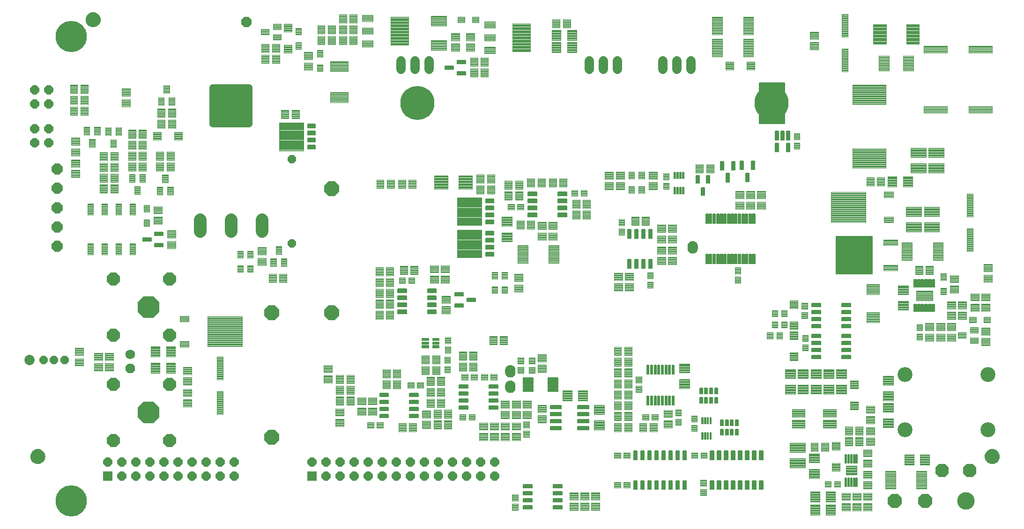
<source format=gts>
G75*
%MOIN*%
%OFA0B0*%
%FSLAX25Y25*%
%IPPOS*%
%LPD*%
%AMOC8*
5,1,8,0,0,1.08239X$1,22.5*
%
%ADD10C,0.01000*%
%ADD11C,0.00454*%
%ADD12C,0.00457*%
%ADD13C,0.00459*%
%ADD14C,0.00393*%
%ADD15C,0.00504*%
%ADD16C,0.06600*%
%ADD17C,0.00461*%
%ADD18OC8,0.07687*%
%ADD19C,0.00414*%
%ADD20C,0.00525*%
%ADD21C,0.00574*%
%ADD22C,0.00504*%
%ADD23C,0.00552*%
%ADD24OC8,0.09200*%
%ADD25OC8,0.15600*%
%ADD26C,0.00437*%
%ADD27C,0.13198*%
%ADD28C,0.00580*%
%ADD29OC8,0.06506*%
%ADD30C,0.00600*%
%ADD31C,0.00510*%
%ADD32C,0.08850*%
%ADD33C,0.04590*%
%ADD34OC8,0.05915*%
%ADD35C,0.07293*%
%ADD36OC8,0.06000*%
%ADD37OC8,0.10600*%
%ADD38R,0.06506X0.06506*%
%ADD39OC8,0.10293*%
%ADD40C,0.12411*%
%ADD41C,0.00514*%
%ADD42C,0.00500*%
%ADD43C,0.00441*%
%ADD44C,0.00402*%
%ADD45OC8,0.06900*%
%ADD46C,0.06900*%
%ADD47OC8,0.09655*%
%ADD48C,0.00386*%
%ADD49C,0.00473*%
%ADD50C,0.00526*%
%ADD51C,0.00528*%
%ADD52C,0.00450*%
%ADD53C,0.00431*%
%ADD54C,0.00477*%
%ADD55C,0.10600*%
%ADD56C,0.00503*%
%ADD57C,0.00351*%
%ADD58OC8,0.07096*%
%ADD59C,0.00428*%
%ADD60C,0.00594*%
%ADD61C,0.00408*%
%ADD62C,0.00100*%
%ADD63C,0.24222*%
%ADD64C,0.22254*%
D10*
X0633843Y0366362D02*
X0633843Y0395112D01*
X0651343Y0395112D01*
X0651343Y0366362D01*
X0633843Y0366362D01*
X0633843Y0366429D02*
X0651343Y0366429D01*
X0651343Y0367428D02*
X0633843Y0367428D01*
X0633843Y0368426D02*
X0651343Y0368426D01*
X0651343Y0369425D02*
X0633843Y0369425D01*
X0633843Y0370423D02*
X0651343Y0370423D01*
X0651343Y0371422D02*
X0633843Y0371422D01*
X0633843Y0372420D02*
X0651343Y0372420D01*
X0651343Y0373419D02*
X0633843Y0373419D01*
X0633843Y0374417D02*
X0651343Y0374417D01*
X0651343Y0375416D02*
X0633843Y0375416D01*
X0633843Y0376414D02*
X0651343Y0376414D01*
X0651343Y0377413D02*
X0633843Y0377413D01*
X0633843Y0378411D02*
X0651343Y0378411D01*
X0651343Y0379410D02*
X0633843Y0379410D01*
X0633843Y0380408D02*
X0651343Y0380408D01*
X0651343Y0381407D02*
X0633843Y0381407D01*
X0633843Y0382405D02*
X0651343Y0382405D01*
X0651343Y0383404D02*
X0633843Y0383404D01*
X0633843Y0384402D02*
X0651343Y0384402D01*
X0651343Y0385401D02*
X0633843Y0385401D01*
X0633843Y0386399D02*
X0651343Y0386399D01*
X0651343Y0387398D02*
X0633843Y0387398D01*
X0633843Y0388396D02*
X0651343Y0388396D01*
X0651343Y0389395D02*
X0633843Y0389395D01*
X0633843Y0390393D02*
X0651343Y0390393D01*
X0651343Y0391392D02*
X0633843Y0391392D01*
X0633843Y0392390D02*
X0651343Y0392390D01*
X0651343Y0393389D02*
X0633843Y0393389D01*
X0633843Y0394387D02*
X0651343Y0394387D01*
D11*
X0662384Y0359197D02*
X0662384Y0354721D01*
X0658302Y0354721D01*
X0658302Y0359197D01*
X0662384Y0359197D01*
X0662384Y0355174D02*
X0658302Y0355174D01*
X0658302Y0355627D02*
X0662384Y0355627D01*
X0662384Y0356080D02*
X0658302Y0356080D01*
X0658302Y0356533D02*
X0662384Y0356533D01*
X0662384Y0356986D02*
X0658302Y0356986D01*
X0658302Y0357439D02*
X0662384Y0357439D01*
X0662384Y0357892D02*
X0658302Y0357892D01*
X0658302Y0358345D02*
X0662384Y0358345D01*
X0662384Y0358798D02*
X0658302Y0358798D01*
X0662384Y0352504D02*
X0662384Y0348028D01*
X0658302Y0348028D01*
X0658302Y0352504D01*
X0662384Y0352504D01*
X0662384Y0348481D02*
X0658302Y0348481D01*
X0658302Y0348934D02*
X0662384Y0348934D01*
X0662384Y0349387D02*
X0658302Y0349387D01*
X0658302Y0349840D02*
X0662384Y0349840D01*
X0662384Y0350293D02*
X0658302Y0350293D01*
X0658302Y0350746D02*
X0662384Y0350746D01*
X0662384Y0351199D02*
X0658302Y0351199D01*
X0658302Y0351652D02*
X0662384Y0351652D01*
X0662384Y0352105D02*
X0658302Y0352105D01*
X0728963Y0317630D02*
X0728963Y0313548D01*
X0722519Y0313548D01*
X0722519Y0317630D01*
X0728963Y0317630D01*
X0728963Y0314001D02*
X0722519Y0314001D01*
X0722519Y0314454D02*
X0728963Y0314454D01*
X0728963Y0314907D02*
X0722519Y0314907D01*
X0722519Y0315360D02*
X0728963Y0315360D01*
X0728963Y0315813D02*
X0722519Y0315813D01*
X0722519Y0316266D02*
X0728963Y0316266D01*
X0728963Y0316719D02*
X0722519Y0316719D01*
X0722519Y0317172D02*
X0728963Y0317172D01*
X0728963Y0317625D02*
X0722519Y0317625D01*
X0728963Y0299677D02*
X0728963Y0295595D01*
X0722519Y0295595D01*
X0722519Y0299677D01*
X0728963Y0299677D01*
X0728963Y0296048D02*
X0722519Y0296048D01*
X0722519Y0296501D02*
X0728963Y0296501D01*
X0728963Y0296954D02*
X0722519Y0296954D01*
X0722519Y0297407D02*
X0728963Y0297407D01*
X0728963Y0297860D02*
X0722519Y0297860D01*
X0722519Y0298313D02*
X0728963Y0298313D01*
X0728963Y0298766D02*
X0722519Y0298766D01*
X0722519Y0299219D02*
X0728963Y0299219D01*
X0728963Y0299672D02*
X0722519Y0299672D01*
X0762552Y0259415D02*
X0762552Y0254545D01*
X0762552Y0259415D02*
X0766634Y0259415D01*
X0766634Y0254545D01*
X0762552Y0254545D01*
X0762552Y0254998D02*
X0766634Y0254998D01*
X0766634Y0255451D02*
X0762552Y0255451D01*
X0762552Y0255904D02*
X0766634Y0255904D01*
X0766634Y0256357D02*
X0762552Y0256357D01*
X0762552Y0256810D02*
X0766634Y0256810D01*
X0766634Y0257263D02*
X0762552Y0257263D01*
X0762552Y0257716D02*
X0766634Y0257716D01*
X0766634Y0258169D02*
X0762552Y0258169D01*
X0762552Y0258622D02*
X0766634Y0258622D01*
X0766634Y0259075D02*
X0762552Y0259075D01*
X0762552Y0249179D02*
X0762552Y0244309D01*
X0762552Y0249179D02*
X0766634Y0249179D01*
X0766634Y0244309D01*
X0762552Y0244309D01*
X0762552Y0244762D02*
X0766634Y0244762D01*
X0766634Y0245215D02*
X0762552Y0245215D01*
X0762552Y0245668D02*
X0766634Y0245668D01*
X0766634Y0246121D02*
X0762552Y0246121D01*
X0762552Y0246574D02*
X0766634Y0246574D01*
X0766634Y0247027D02*
X0762552Y0247027D01*
X0762552Y0247480D02*
X0766634Y0247480D01*
X0766634Y0247933D02*
X0762552Y0247933D01*
X0762552Y0248386D02*
X0766634Y0248386D01*
X0766634Y0248839D02*
X0762552Y0248839D01*
X0783040Y0224321D02*
X0787910Y0224321D01*
X0783040Y0224321D02*
X0783040Y0228403D01*
X0787910Y0228403D01*
X0787910Y0224321D01*
X0787910Y0224774D02*
X0783040Y0224774D01*
X0783040Y0225227D02*
X0787910Y0225227D01*
X0787910Y0225680D02*
X0783040Y0225680D01*
X0783040Y0226133D02*
X0787910Y0226133D01*
X0787910Y0226586D02*
X0783040Y0226586D01*
X0783040Y0227039D02*
X0787910Y0227039D01*
X0787910Y0227492D02*
X0783040Y0227492D01*
X0783040Y0227945D02*
X0787910Y0227945D01*
X0787910Y0228398D02*
X0783040Y0228398D01*
X0789253Y0221143D02*
X0789253Y0217061D01*
X0783595Y0217061D01*
X0783595Y0221143D01*
X0789253Y0221143D01*
X0789253Y0217514D02*
X0783595Y0217514D01*
X0783595Y0217967D02*
X0789253Y0217967D01*
X0789253Y0218420D02*
X0783595Y0218420D01*
X0783595Y0218873D02*
X0789253Y0218873D01*
X0789253Y0219326D02*
X0783595Y0219326D01*
X0783595Y0219779D02*
X0789253Y0219779D01*
X0789253Y0220232D02*
X0783595Y0220232D01*
X0783595Y0220685D02*
X0789253Y0220685D01*
X0789253Y0221138D02*
X0783595Y0221138D01*
X0780591Y0217403D02*
X0780591Y0213321D01*
X0774933Y0213321D01*
X0774933Y0217403D01*
X0780591Y0217403D01*
X0780591Y0213774D02*
X0774933Y0213774D01*
X0774933Y0214227D02*
X0780591Y0214227D01*
X0780591Y0214680D02*
X0774933Y0214680D01*
X0774933Y0215133D02*
X0780591Y0215133D01*
X0780591Y0215586D02*
X0774933Y0215586D01*
X0774933Y0216039D02*
X0780591Y0216039D01*
X0780591Y0216492D02*
X0774933Y0216492D01*
X0774933Y0216945D02*
X0780591Y0216945D01*
X0780591Y0217398D02*
X0774933Y0217398D01*
X0789253Y0213663D02*
X0789253Y0209581D01*
X0783595Y0209581D01*
X0783595Y0213663D01*
X0789253Y0213663D01*
X0789253Y0210034D02*
X0783595Y0210034D01*
X0783595Y0210487D02*
X0789253Y0210487D01*
X0789253Y0210940D02*
X0783595Y0210940D01*
X0783595Y0211393D02*
X0789253Y0211393D01*
X0789253Y0211846D02*
X0783595Y0211846D01*
X0783595Y0212299D02*
X0789253Y0212299D01*
X0789253Y0212752D02*
X0783595Y0212752D01*
X0783595Y0213205D02*
X0789253Y0213205D01*
X0789253Y0213658D02*
X0783595Y0213658D01*
X0793276Y0224321D02*
X0798146Y0224321D01*
X0793276Y0224321D02*
X0793276Y0228403D01*
X0798146Y0228403D01*
X0798146Y0224321D01*
X0798146Y0224774D02*
X0793276Y0224774D01*
X0793276Y0225227D02*
X0798146Y0225227D01*
X0798146Y0225680D02*
X0793276Y0225680D01*
X0793276Y0226133D02*
X0798146Y0226133D01*
X0798146Y0226586D02*
X0793276Y0226586D01*
X0793276Y0227039D02*
X0798146Y0227039D01*
X0798146Y0227492D02*
X0793276Y0227492D01*
X0793276Y0227945D02*
X0798146Y0227945D01*
X0798146Y0228398D02*
X0793276Y0228398D01*
X0749634Y0223197D02*
X0749634Y0218721D01*
X0745552Y0218721D01*
X0745552Y0223197D01*
X0749634Y0223197D01*
X0749634Y0219174D02*
X0745552Y0219174D01*
X0745552Y0219627D02*
X0749634Y0219627D01*
X0749634Y0220080D02*
X0745552Y0220080D01*
X0745552Y0220533D02*
X0749634Y0220533D01*
X0749634Y0220986D02*
X0745552Y0220986D01*
X0745552Y0221439D02*
X0749634Y0221439D01*
X0749634Y0221892D02*
X0745552Y0221892D01*
X0745552Y0222345D02*
X0749634Y0222345D01*
X0749634Y0222798D02*
X0745552Y0222798D01*
X0749634Y0216504D02*
X0749634Y0212028D01*
X0745552Y0212028D01*
X0745552Y0216504D01*
X0749634Y0216504D01*
X0749634Y0212481D02*
X0745552Y0212481D01*
X0745552Y0212934D02*
X0749634Y0212934D01*
X0749634Y0213387D02*
X0745552Y0213387D01*
X0745552Y0213840D02*
X0749634Y0213840D01*
X0749634Y0214293D02*
X0745552Y0214293D01*
X0745552Y0214746D02*
X0749634Y0214746D01*
X0749634Y0215199D02*
X0745552Y0215199D01*
X0745552Y0215652D02*
X0749634Y0215652D01*
X0749634Y0216105D02*
X0745552Y0216105D01*
X0668384Y0215447D02*
X0668384Y0210971D01*
X0664302Y0210971D01*
X0664302Y0215447D01*
X0668384Y0215447D01*
X0668384Y0211424D02*
X0664302Y0211424D01*
X0664302Y0211877D02*
X0668384Y0211877D01*
X0668384Y0212330D02*
X0664302Y0212330D01*
X0664302Y0212783D02*
X0668384Y0212783D01*
X0668384Y0213236D02*
X0664302Y0213236D01*
X0664302Y0213689D02*
X0668384Y0213689D01*
X0668384Y0214142D02*
X0664302Y0214142D01*
X0664302Y0214595D02*
X0668384Y0214595D01*
X0668384Y0215048D02*
X0664302Y0215048D01*
X0668384Y0208754D02*
X0668384Y0204278D01*
X0664302Y0204278D01*
X0664302Y0208754D01*
X0668384Y0208754D01*
X0668384Y0204731D02*
X0664302Y0204731D01*
X0664302Y0205184D02*
X0668384Y0205184D01*
X0668384Y0205637D02*
X0664302Y0205637D01*
X0664302Y0206090D02*
X0668384Y0206090D01*
X0668384Y0206543D02*
X0664302Y0206543D01*
X0664302Y0206996D02*
X0668384Y0206996D01*
X0668384Y0207449D02*
X0664302Y0207449D01*
X0664302Y0207902D02*
X0668384Y0207902D01*
X0668384Y0208355D02*
X0664302Y0208355D01*
X0649981Y0217350D02*
X0645899Y0217350D01*
X0649981Y0217350D02*
X0649981Y0212874D01*
X0645899Y0212874D01*
X0645899Y0217350D01*
X0645899Y0213327D02*
X0649981Y0213327D01*
X0649981Y0213780D02*
X0645899Y0213780D01*
X0645899Y0214233D02*
X0649981Y0214233D01*
X0649981Y0214686D02*
X0645899Y0214686D01*
X0645899Y0215139D02*
X0649981Y0215139D01*
X0649981Y0215592D02*
X0645899Y0215592D01*
X0645899Y0216045D02*
X0649981Y0216045D01*
X0649981Y0216498D02*
X0645899Y0216498D01*
X0645899Y0216951D02*
X0649981Y0216951D01*
X0649399Y0225100D02*
X0653481Y0225100D01*
X0653481Y0220624D01*
X0649399Y0220624D01*
X0649399Y0225100D01*
X0649399Y0221077D02*
X0653481Y0221077D01*
X0653481Y0221530D02*
X0649399Y0221530D01*
X0649399Y0221983D02*
X0653481Y0221983D01*
X0653481Y0222436D02*
X0649399Y0222436D01*
X0649399Y0222889D02*
X0653481Y0222889D01*
X0653481Y0223342D02*
X0649399Y0223342D01*
X0649399Y0223795D02*
X0653481Y0223795D01*
X0653481Y0224248D02*
X0649399Y0224248D01*
X0649399Y0224701D02*
X0653481Y0224701D01*
X0653481Y0233100D02*
X0649399Y0233100D01*
X0653481Y0233100D02*
X0653481Y0228624D01*
X0649399Y0228624D01*
X0649399Y0233100D01*
X0649399Y0229077D02*
X0653481Y0229077D01*
X0653481Y0229530D02*
X0649399Y0229530D01*
X0649399Y0229983D02*
X0653481Y0229983D01*
X0653481Y0230436D02*
X0649399Y0230436D01*
X0649399Y0230889D02*
X0653481Y0230889D01*
X0653481Y0231342D02*
X0649399Y0231342D01*
X0649399Y0231795D02*
X0653481Y0231795D01*
X0653481Y0232248D02*
X0649399Y0232248D01*
X0649399Y0232701D02*
X0653481Y0232701D01*
X0646788Y0233100D02*
X0642706Y0233100D01*
X0646788Y0233100D02*
X0646788Y0228624D01*
X0642706Y0228624D01*
X0642706Y0233100D01*
X0642706Y0229077D02*
X0646788Y0229077D01*
X0646788Y0229530D02*
X0642706Y0229530D01*
X0642706Y0229983D02*
X0646788Y0229983D01*
X0646788Y0230436D02*
X0642706Y0230436D01*
X0642706Y0230889D02*
X0646788Y0230889D01*
X0646788Y0231342D02*
X0642706Y0231342D01*
X0642706Y0231795D02*
X0646788Y0231795D01*
X0646788Y0232248D02*
X0642706Y0232248D01*
X0642706Y0232701D02*
X0646788Y0232701D01*
X0646788Y0225100D02*
X0642706Y0225100D01*
X0646788Y0225100D02*
X0646788Y0220624D01*
X0642706Y0220624D01*
X0642706Y0225100D01*
X0642706Y0221077D02*
X0646788Y0221077D01*
X0646788Y0221530D02*
X0642706Y0221530D01*
X0642706Y0221983D02*
X0646788Y0221983D01*
X0646788Y0222436D02*
X0642706Y0222436D01*
X0642706Y0222889D02*
X0646788Y0222889D01*
X0646788Y0223342D02*
X0642706Y0223342D01*
X0642706Y0223795D02*
X0646788Y0223795D01*
X0646788Y0224248D02*
X0642706Y0224248D01*
X0642706Y0224701D02*
X0646788Y0224701D01*
X0643288Y0217350D02*
X0639206Y0217350D01*
X0643288Y0217350D02*
X0643288Y0212874D01*
X0639206Y0212874D01*
X0639206Y0217350D01*
X0639206Y0213327D02*
X0643288Y0213327D01*
X0643288Y0213780D02*
X0639206Y0213780D01*
X0639206Y0214233D02*
X0643288Y0214233D01*
X0643288Y0214686D02*
X0639206Y0214686D01*
X0639206Y0215139D02*
X0643288Y0215139D01*
X0643288Y0215592D02*
X0639206Y0215592D01*
X0639206Y0216045D02*
X0643288Y0216045D01*
X0643288Y0216498D02*
X0639206Y0216498D01*
X0639206Y0216951D02*
X0643288Y0216951D01*
X0663802Y0227278D02*
X0663802Y0231754D01*
X0667884Y0231754D01*
X0667884Y0227278D01*
X0663802Y0227278D01*
X0663802Y0227731D02*
X0667884Y0227731D01*
X0667884Y0228184D02*
X0663802Y0228184D01*
X0663802Y0228637D02*
X0667884Y0228637D01*
X0667884Y0229090D02*
X0663802Y0229090D01*
X0663802Y0229543D02*
X0667884Y0229543D01*
X0667884Y0229996D02*
X0663802Y0229996D01*
X0663802Y0230449D02*
X0667884Y0230449D01*
X0667884Y0230902D02*
X0663802Y0230902D01*
X0663802Y0231355D02*
X0667884Y0231355D01*
X0663802Y0233971D02*
X0663802Y0238447D01*
X0667884Y0238447D01*
X0667884Y0233971D01*
X0663802Y0233971D01*
X0663802Y0234424D02*
X0667884Y0234424D01*
X0667884Y0234877D02*
X0663802Y0234877D01*
X0663802Y0235330D02*
X0667884Y0235330D01*
X0667884Y0235783D02*
X0663802Y0235783D01*
X0663802Y0236236D02*
X0667884Y0236236D01*
X0667884Y0236689D02*
X0663802Y0236689D01*
X0663802Y0237142D02*
X0667884Y0237142D01*
X0667884Y0237595D02*
X0663802Y0237595D01*
X0663802Y0238048D02*
X0667884Y0238048D01*
X0616302Y0252528D02*
X0616302Y0257004D01*
X0620384Y0257004D01*
X0620384Y0252528D01*
X0616302Y0252528D01*
X0616302Y0252981D02*
X0620384Y0252981D01*
X0620384Y0253434D02*
X0616302Y0253434D01*
X0616302Y0253887D02*
X0620384Y0253887D01*
X0620384Y0254340D02*
X0616302Y0254340D01*
X0616302Y0254793D02*
X0620384Y0254793D01*
X0620384Y0255246D02*
X0616302Y0255246D01*
X0616302Y0255699D02*
X0620384Y0255699D01*
X0620384Y0256152D02*
X0616302Y0256152D01*
X0616302Y0256605D02*
X0620384Y0256605D01*
X0616302Y0259221D02*
X0616302Y0263697D01*
X0620384Y0263697D01*
X0620384Y0259221D01*
X0616302Y0259221D01*
X0616302Y0259674D02*
X0620384Y0259674D01*
X0620384Y0260127D02*
X0616302Y0260127D01*
X0616302Y0260580D02*
X0620384Y0260580D01*
X0620384Y0261033D02*
X0616302Y0261033D01*
X0616302Y0261486D02*
X0620384Y0261486D01*
X0620384Y0261939D02*
X0616302Y0261939D01*
X0616302Y0262392D02*
X0620384Y0262392D01*
X0620384Y0262845D02*
X0616302Y0262845D01*
X0616302Y0263298D02*
X0620384Y0263298D01*
X0558134Y0260197D02*
X0558134Y0255721D01*
X0554052Y0255721D01*
X0554052Y0260197D01*
X0558134Y0260197D01*
X0558134Y0256174D02*
X0554052Y0256174D01*
X0554052Y0256627D02*
X0558134Y0256627D01*
X0558134Y0257080D02*
X0554052Y0257080D01*
X0554052Y0257533D02*
X0558134Y0257533D01*
X0558134Y0257986D02*
X0554052Y0257986D01*
X0554052Y0258439D02*
X0558134Y0258439D01*
X0558134Y0258892D02*
X0554052Y0258892D01*
X0554052Y0259345D02*
X0558134Y0259345D01*
X0558134Y0259798D02*
X0554052Y0259798D01*
X0558134Y0253504D02*
X0558134Y0249028D01*
X0554052Y0249028D01*
X0554052Y0253504D01*
X0558134Y0253504D01*
X0558134Y0249481D02*
X0554052Y0249481D01*
X0554052Y0249934D02*
X0558134Y0249934D01*
X0558134Y0250387D02*
X0554052Y0250387D01*
X0554052Y0250840D02*
X0558134Y0250840D01*
X0558134Y0251293D02*
X0554052Y0251293D01*
X0554052Y0251746D02*
X0558134Y0251746D01*
X0558134Y0252199D02*
X0554052Y0252199D01*
X0554052Y0252652D02*
X0558134Y0252652D01*
X0558134Y0253105D02*
X0554052Y0253105D01*
X0533552Y0286778D02*
X0533552Y0291254D01*
X0537634Y0291254D01*
X0537634Y0286778D01*
X0533552Y0286778D01*
X0533552Y0287231D02*
X0537634Y0287231D01*
X0537634Y0287684D02*
X0533552Y0287684D01*
X0533552Y0288137D02*
X0537634Y0288137D01*
X0537634Y0288590D02*
X0533552Y0288590D01*
X0533552Y0289043D02*
X0537634Y0289043D01*
X0537634Y0289496D02*
X0533552Y0289496D01*
X0533552Y0289949D02*
X0537634Y0289949D01*
X0537634Y0290402D02*
X0533552Y0290402D01*
X0533552Y0290855D02*
X0537634Y0290855D01*
X0533552Y0293471D02*
X0533552Y0297947D01*
X0537634Y0297947D01*
X0537634Y0293471D01*
X0533552Y0293471D01*
X0533552Y0293924D02*
X0537634Y0293924D01*
X0537634Y0294377D02*
X0533552Y0294377D01*
X0533552Y0294830D02*
X0537634Y0294830D01*
X0537634Y0295283D02*
X0533552Y0295283D01*
X0533552Y0295736D02*
X0537634Y0295736D01*
X0537634Y0296189D02*
X0533552Y0296189D01*
X0533552Y0296642D02*
X0537634Y0296642D01*
X0537634Y0297095D02*
X0533552Y0297095D01*
X0533552Y0297548D02*
X0537634Y0297548D01*
X0544634Y0316559D02*
X0544634Y0321429D01*
X0544634Y0316559D02*
X0540552Y0316559D01*
X0540552Y0321429D01*
X0544634Y0321429D01*
X0544634Y0317012D02*
X0540552Y0317012D01*
X0540552Y0317465D02*
X0544634Y0317465D01*
X0544634Y0317918D02*
X0540552Y0317918D01*
X0540552Y0318371D02*
X0544634Y0318371D01*
X0544634Y0318824D02*
X0540552Y0318824D01*
X0540552Y0319277D02*
X0544634Y0319277D01*
X0544634Y0319730D02*
X0540552Y0319730D01*
X0540552Y0320183D02*
X0544634Y0320183D01*
X0544634Y0320636D02*
X0540552Y0320636D01*
X0540552Y0321089D02*
X0544634Y0321089D01*
X0551884Y0321429D02*
X0551884Y0316559D01*
X0547802Y0316559D01*
X0547802Y0321429D01*
X0551884Y0321429D01*
X0551884Y0317012D02*
X0547802Y0317012D01*
X0547802Y0317465D02*
X0551884Y0317465D01*
X0551884Y0317918D02*
X0547802Y0317918D01*
X0547802Y0318371D02*
X0551884Y0318371D01*
X0551884Y0318824D02*
X0547802Y0318824D01*
X0547802Y0319277D02*
X0551884Y0319277D01*
X0551884Y0319730D02*
X0547802Y0319730D01*
X0547802Y0320183D02*
X0551884Y0320183D01*
X0551884Y0320636D02*
X0547802Y0320636D01*
X0547802Y0321089D02*
X0551884Y0321089D01*
X0551884Y0326795D02*
X0551884Y0331665D01*
X0551884Y0326795D02*
X0547802Y0326795D01*
X0547802Y0331665D01*
X0551884Y0331665D01*
X0551884Y0327248D02*
X0547802Y0327248D01*
X0547802Y0327701D02*
X0551884Y0327701D01*
X0551884Y0328154D02*
X0547802Y0328154D01*
X0547802Y0328607D02*
X0551884Y0328607D01*
X0551884Y0329060D02*
X0547802Y0329060D01*
X0547802Y0329513D02*
X0551884Y0329513D01*
X0551884Y0329966D02*
X0547802Y0329966D01*
X0547802Y0330419D02*
X0551884Y0330419D01*
X0551884Y0330872D02*
X0547802Y0330872D01*
X0547802Y0331325D02*
X0551884Y0331325D01*
X0544634Y0331665D02*
X0544634Y0326795D01*
X0540552Y0326795D01*
X0540552Y0331665D01*
X0544634Y0331665D01*
X0544634Y0327248D02*
X0540552Y0327248D01*
X0540552Y0327701D02*
X0544634Y0327701D01*
X0544634Y0328154D02*
X0540552Y0328154D01*
X0540552Y0328607D02*
X0544634Y0328607D01*
X0544634Y0329060D02*
X0540552Y0329060D01*
X0540552Y0329513D02*
X0544634Y0329513D01*
X0544634Y0329966D02*
X0540552Y0329966D01*
X0540552Y0330419D02*
X0544634Y0330419D01*
X0544634Y0330872D02*
X0540552Y0330872D01*
X0540552Y0331325D02*
X0544634Y0331325D01*
X0569534Y0330597D02*
X0569534Y0326121D01*
X0565452Y0326121D01*
X0565452Y0330597D01*
X0569534Y0330597D01*
X0569534Y0326574D02*
X0565452Y0326574D01*
X0565452Y0327027D02*
X0569534Y0327027D01*
X0569534Y0327480D02*
X0565452Y0327480D01*
X0565452Y0327933D02*
X0569534Y0327933D01*
X0569534Y0328386D02*
X0565452Y0328386D01*
X0565452Y0328839D02*
X0569534Y0328839D01*
X0569534Y0329292D02*
X0565452Y0329292D01*
X0565452Y0329745D02*
X0569534Y0329745D01*
X0569534Y0330198D02*
X0565452Y0330198D01*
X0569534Y0323904D02*
X0569534Y0319428D01*
X0565452Y0319428D01*
X0565452Y0323904D01*
X0569534Y0323904D01*
X0569534Y0319881D02*
X0565452Y0319881D01*
X0565452Y0320334D02*
X0569534Y0320334D01*
X0569534Y0320787D02*
X0565452Y0320787D01*
X0565452Y0321240D02*
X0569534Y0321240D01*
X0569534Y0321693D02*
X0565452Y0321693D01*
X0565452Y0322146D02*
X0569534Y0322146D01*
X0569534Y0322599D02*
X0565452Y0322599D01*
X0565452Y0323052D02*
X0569534Y0323052D01*
X0569534Y0323505D02*
X0565452Y0323505D01*
X0511178Y0314571D02*
X0506702Y0314571D01*
X0506702Y0318653D01*
X0511178Y0318653D01*
X0511178Y0314571D01*
X0511178Y0315024D02*
X0506702Y0315024D01*
X0506702Y0315477D02*
X0511178Y0315477D01*
X0511178Y0315930D02*
X0506702Y0315930D01*
X0506702Y0316383D02*
X0511178Y0316383D01*
X0511178Y0316836D02*
X0506702Y0316836D01*
X0506702Y0317289D02*
X0511178Y0317289D01*
X0511178Y0317742D02*
X0506702Y0317742D01*
X0506702Y0318195D02*
X0511178Y0318195D01*
X0511178Y0318648D02*
X0506702Y0318648D01*
X0504485Y0314571D02*
X0500009Y0314571D01*
X0500009Y0318653D01*
X0504485Y0318653D01*
X0504485Y0314571D01*
X0504485Y0315024D02*
X0500009Y0315024D01*
X0500009Y0315477D02*
X0504485Y0315477D01*
X0504485Y0315930D02*
X0500009Y0315930D01*
X0500009Y0316383D02*
X0504485Y0316383D01*
X0504485Y0316836D02*
X0500009Y0316836D01*
X0500009Y0317289D02*
X0504485Y0317289D01*
X0504485Y0317742D02*
X0500009Y0317742D01*
X0500009Y0318195D02*
X0504485Y0318195D01*
X0504485Y0318648D02*
X0500009Y0318648D01*
X0465928Y0308903D02*
X0461452Y0308903D01*
X0465928Y0308903D02*
X0465928Y0304821D01*
X0461452Y0304821D01*
X0461452Y0308903D01*
X0461452Y0305274D02*
X0465928Y0305274D01*
X0465928Y0305727D02*
X0461452Y0305727D01*
X0461452Y0306180D02*
X0465928Y0306180D01*
X0465928Y0306633D02*
X0461452Y0306633D01*
X0461452Y0307086D02*
X0465928Y0307086D01*
X0465928Y0307539D02*
X0461452Y0307539D01*
X0461452Y0307992D02*
X0465928Y0307992D01*
X0465928Y0308445D02*
X0461452Y0308445D01*
X0461452Y0308898D02*
X0465928Y0308898D01*
X0459235Y0308903D02*
X0454759Y0308903D01*
X0459235Y0308903D02*
X0459235Y0304821D01*
X0454759Y0304821D01*
X0454759Y0308903D01*
X0454759Y0305274D02*
X0459235Y0305274D01*
X0459235Y0305727D02*
X0454759Y0305727D01*
X0454759Y0306180D02*
X0459235Y0306180D01*
X0459235Y0306633D02*
X0454759Y0306633D01*
X0454759Y0307086D02*
X0459235Y0307086D01*
X0459235Y0307539D02*
X0454759Y0307539D01*
X0454759Y0307992D02*
X0459235Y0307992D01*
X0459235Y0308445D02*
X0454759Y0308445D01*
X0454759Y0308898D02*
X0459235Y0308898D01*
X0454384Y0260415D02*
X0454384Y0255545D01*
X0450302Y0255545D01*
X0450302Y0260415D01*
X0454384Y0260415D01*
X0454384Y0255998D02*
X0450302Y0255998D01*
X0450302Y0256451D02*
X0454384Y0256451D01*
X0454384Y0256904D02*
X0450302Y0256904D01*
X0450302Y0257357D02*
X0454384Y0257357D01*
X0454384Y0257810D02*
X0450302Y0257810D01*
X0450302Y0258263D02*
X0454384Y0258263D01*
X0454384Y0258716D02*
X0450302Y0258716D01*
X0450302Y0259169D02*
X0454384Y0259169D01*
X0454384Y0259622D02*
X0450302Y0259622D01*
X0450302Y0260075D02*
X0454384Y0260075D01*
X0447384Y0260415D02*
X0447384Y0255545D01*
X0443302Y0255545D01*
X0443302Y0260415D01*
X0447384Y0260415D01*
X0447384Y0255998D02*
X0443302Y0255998D01*
X0443302Y0256451D02*
X0447384Y0256451D01*
X0447384Y0256904D02*
X0443302Y0256904D01*
X0443302Y0257357D02*
X0447384Y0257357D01*
X0447384Y0257810D02*
X0443302Y0257810D01*
X0443302Y0258263D02*
X0447384Y0258263D01*
X0447384Y0258716D02*
X0443302Y0258716D01*
X0443302Y0259169D02*
X0447384Y0259169D01*
X0447384Y0259622D02*
X0443302Y0259622D01*
X0443302Y0260075D02*
X0447384Y0260075D01*
X0447384Y0250179D02*
X0447384Y0245309D01*
X0443302Y0245309D01*
X0443302Y0250179D01*
X0447384Y0250179D01*
X0447384Y0245762D02*
X0443302Y0245762D01*
X0443302Y0246215D02*
X0447384Y0246215D01*
X0447384Y0246668D02*
X0443302Y0246668D01*
X0443302Y0247121D02*
X0447384Y0247121D01*
X0447384Y0247574D02*
X0443302Y0247574D01*
X0443302Y0248027D02*
X0447384Y0248027D01*
X0447384Y0248480D02*
X0443302Y0248480D01*
X0443302Y0248933D02*
X0447384Y0248933D01*
X0447384Y0249386D02*
X0443302Y0249386D01*
X0443302Y0249839D02*
X0447384Y0249839D01*
X0454384Y0250179D02*
X0454384Y0245309D01*
X0450302Y0245309D01*
X0450302Y0250179D01*
X0454384Y0250179D01*
X0454384Y0245762D02*
X0450302Y0245762D01*
X0450302Y0246215D02*
X0454384Y0246215D01*
X0454384Y0246668D02*
X0450302Y0246668D01*
X0450302Y0247121D02*
X0454384Y0247121D01*
X0454384Y0247574D02*
X0450302Y0247574D01*
X0450302Y0248027D02*
X0454384Y0248027D01*
X0454384Y0248480D02*
X0450302Y0248480D01*
X0450302Y0248933D02*
X0454384Y0248933D01*
X0454384Y0249386D02*
X0450302Y0249386D01*
X0450302Y0249839D02*
X0454384Y0249839D01*
X0410052Y0213947D02*
X0410052Y0209471D01*
X0410052Y0213947D02*
X0414134Y0213947D01*
X0414134Y0209471D01*
X0410052Y0209471D01*
X0410052Y0209924D02*
X0414134Y0209924D01*
X0414134Y0210377D02*
X0410052Y0210377D01*
X0410052Y0210830D02*
X0414134Y0210830D01*
X0414134Y0211283D02*
X0410052Y0211283D01*
X0410052Y0211736D02*
X0414134Y0211736D01*
X0414134Y0212189D02*
X0410052Y0212189D01*
X0410052Y0212642D02*
X0414134Y0212642D01*
X0414134Y0213095D02*
X0410052Y0213095D01*
X0410052Y0213548D02*
X0414134Y0213548D01*
X0410052Y0207254D02*
X0410052Y0202778D01*
X0410052Y0207254D02*
X0414134Y0207254D01*
X0414134Y0202778D01*
X0410052Y0202778D01*
X0410052Y0203231D02*
X0414134Y0203231D01*
X0414134Y0203684D02*
X0410052Y0203684D01*
X0410052Y0204137D02*
X0414134Y0204137D01*
X0414134Y0204590D02*
X0410052Y0204590D01*
X0410052Y0205043D02*
X0414134Y0205043D01*
X0414134Y0205496D02*
X0410052Y0205496D01*
X0410052Y0205949D02*
X0414134Y0205949D01*
X0414134Y0206402D02*
X0410052Y0206402D01*
X0410052Y0206855D02*
X0414134Y0206855D01*
X0413634Y0199947D02*
X0413634Y0195471D01*
X0409552Y0195471D01*
X0409552Y0199947D01*
X0413634Y0199947D01*
X0413634Y0195924D02*
X0409552Y0195924D01*
X0409552Y0196377D02*
X0413634Y0196377D01*
X0413634Y0196830D02*
X0409552Y0196830D01*
X0409552Y0197283D02*
X0413634Y0197283D01*
X0413634Y0197736D02*
X0409552Y0197736D01*
X0409552Y0198189D02*
X0413634Y0198189D01*
X0413634Y0198642D02*
X0409552Y0198642D01*
X0409552Y0199095D02*
X0413634Y0199095D01*
X0413634Y0199548D02*
X0409552Y0199548D01*
X0413634Y0193254D02*
X0413634Y0188778D01*
X0409552Y0188778D01*
X0409552Y0193254D01*
X0413634Y0193254D01*
X0413634Y0189231D02*
X0409552Y0189231D01*
X0409552Y0189684D02*
X0413634Y0189684D01*
X0413634Y0190137D02*
X0409552Y0190137D01*
X0409552Y0190590D02*
X0413634Y0190590D01*
X0413634Y0191043D02*
X0409552Y0191043D01*
X0409552Y0191496D02*
X0413634Y0191496D01*
X0413634Y0191949D02*
X0409552Y0191949D01*
X0409552Y0192402D02*
X0413634Y0192402D01*
X0413634Y0192855D02*
X0409552Y0192855D01*
X0421759Y0183571D02*
X0426235Y0183571D01*
X0421759Y0183571D02*
X0421759Y0187653D01*
X0426235Y0187653D01*
X0426235Y0183571D01*
X0426235Y0184024D02*
X0421759Y0184024D01*
X0421759Y0184477D02*
X0426235Y0184477D01*
X0426235Y0184930D02*
X0421759Y0184930D01*
X0421759Y0185383D02*
X0426235Y0185383D01*
X0426235Y0185836D02*
X0421759Y0185836D01*
X0421759Y0186289D02*
X0426235Y0186289D01*
X0426235Y0186742D02*
X0421759Y0186742D01*
X0421759Y0187195D02*
X0426235Y0187195D01*
X0426235Y0187648D02*
X0421759Y0187648D01*
X0428452Y0183571D02*
X0432928Y0183571D01*
X0428452Y0183571D02*
X0428452Y0187653D01*
X0432928Y0187653D01*
X0432928Y0183571D01*
X0432928Y0184024D02*
X0428452Y0184024D01*
X0428452Y0184477D02*
X0432928Y0184477D01*
X0432928Y0184930D02*
X0428452Y0184930D01*
X0428452Y0185383D02*
X0432928Y0185383D01*
X0432928Y0185836D02*
X0428452Y0185836D01*
X0428452Y0186289D02*
X0432928Y0186289D01*
X0432928Y0186742D02*
X0428452Y0186742D01*
X0428452Y0187195D02*
X0432928Y0187195D01*
X0432928Y0187648D02*
X0428452Y0187648D01*
X0435759Y0183571D02*
X0440235Y0183571D01*
X0435759Y0183571D02*
X0435759Y0187653D01*
X0440235Y0187653D01*
X0440235Y0183571D01*
X0440235Y0184024D02*
X0435759Y0184024D01*
X0435759Y0184477D02*
X0440235Y0184477D01*
X0440235Y0184930D02*
X0435759Y0184930D01*
X0435759Y0185383D02*
X0440235Y0185383D01*
X0440235Y0185836D02*
X0435759Y0185836D01*
X0435759Y0186289D02*
X0440235Y0186289D01*
X0440235Y0186742D02*
X0435759Y0186742D01*
X0435759Y0187195D02*
X0440235Y0187195D01*
X0440235Y0187648D02*
X0435759Y0187648D01*
X0442452Y0183571D02*
X0446928Y0183571D01*
X0442452Y0183571D02*
X0442452Y0187653D01*
X0446928Y0187653D01*
X0446928Y0183571D01*
X0446928Y0184024D02*
X0442452Y0184024D01*
X0442452Y0184477D02*
X0446928Y0184477D01*
X0446928Y0184930D02*
X0442452Y0184930D01*
X0442452Y0185383D02*
X0446928Y0185383D01*
X0446928Y0185836D02*
X0442452Y0185836D01*
X0442452Y0186289D02*
X0446928Y0186289D01*
X0446928Y0186742D02*
X0442452Y0186742D01*
X0442452Y0187195D02*
X0446928Y0187195D01*
X0446928Y0187648D02*
X0442452Y0187648D01*
X0461802Y0188278D02*
X0461802Y0192754D01*
X0465884Y0192754D01*
X0465884Y0188278D01*
X0461802Y0188278D01*
X0461802Y0188731D02*
X0465884Y0188731D01*
X0465884Y0189184D02*
X0461802Y0189184D01*
X0461802Y0189637D02*
X0465884Y0189637D01*
X0465884Y0190090D02*
X0461802Y0190090D01*
X0461802Y0190543D02*
X0465884Y0190543D01*
X0465884Y0190996D02*
X0461802Y0190996D01*
X0461802Y0191449D02*
X0465884Y0191449D01*
X0465884Y0191902D02*
X0461802Y0191902D01*
X0461802Y0192355D02*
X0465884Y0192355D01*
X0461802Y0194971D02*
X0461802Y0199447D01*
X0465884Y0199447D01*
X0465884Y0194971D01*
X0461802Y0194971D01*
X0461802Y0195424D02*
X0465884Y0195424D01*
X0465884Y0195877D02*
X0461802Y0195877D01*
X0461802Y0196330D02*
X0465884Y0196330D01*
X0465884Y0196783D02*
X0461802Y0196783D01*
X0461802Y0197236D02*
X0465884Y0197236D01*
X0465884Y0197689D02*
X0461802Y0197689D01*
X0461802Y0198142D02*
X0465884Y0198142D01*
X0465884Y0198595D02*
X0461802Y0198595D01*
X0461802Y0199048D02*
X0465884Y0199048D01*
X0469802Y0199447D02*
X0469802Y0194971D01*
X0469802Y0199447D02*
X0473884Y0199447D01*
X0473884Y0194971D01*
X0469802Y0194971D01*
X0469802Y0195424D02*
X0473884Y0195424D01*
X0473884Y0195877D02*
X0469802Y0195877D01*
X0469802Y0196330D02*
X0473884Y0196330D01*
X0473884Y0196783D02*
X0469802Y0196783D01*
X0469802Y0197236D02*
X0473884Y0197236D01*
X0473884Y0197689D02*
X0469802Y0197689D01*
X0469802Y0198142D02*
X0473884Y0198142D01*
X0473884Y0198595D02*
X0469802Y0198595D01*
X0469802Y0199048D02*
X0473884Y0199048D01*
X0469802Y0192754D02*
X0469802Y0188278D01*
X0469802Y0192754D02*
X0473884Y0192754D01*
X0473884Y0188278D01*
X0469802Y0188278D01*
X0469802Y0188731D02*
X0473884Y0188731D01*
X0473884Y0189184D02*
X0469802Y0189184D01*
X0469802Y0189637D02*
X0473884Y0189637D01*
X0473884Y0190090D02*
X0469802Y0190090D01*
X0469802Y0190543D02*
X0473884Y0190543D01*
X0473884Y0190996D02*
X0469802Y0190996D01*
X0469802Y0191449D02*
X0473884Y0191449D01*
X0473884Y0191902D02*
X0469802Y0191902D01*
X0469802Y0192355D02*
X0473884Y0192355D01*
X0431428Y0155071D02*
X0426952Y0155071D01*
X0426952Y0159153D01*
X0431428Y0159153D01*
X0431428Y0155071D01*
X0431428Y0155524D02*
X0426952Y0155524D01*
X0426952Y0155977D02*
X0431428Y0155977D01*
X0431428Y0156430D02*
X0426952Y0156430D01*
X0426952Y0156883D02*
X0431428Y0156883D01*
X0431428Y0157336D02*
X0426952Y0157336D01*
X0426952Y0157789D02*
X0431428Y0157789D01*
X0431428Y0158242D02*
X0426952Y0158242D01*
X0426952Y0158695D02*
X0431428Y0158695D01*
X0431428Y0159148D02*
X0426952Y0159148D01*
X0424735Y0155071D02*
X0420259Y0155071D01*
X0420259Y0159153D01*
X0424735Y0159153D01*
X0424735Y0155071D01*
X0424735Y0155524D02*
X0420259Y0155524D01*
X0420259Y0155977D02*
X0424735Y0155977D01*
X0424735Y0156430D02*
X0420259Y0156430D01*
X0420259Y0156883D02*
X0424735Y0156883D01*
X0424735Y0157336D02*
X0420259Y0157336D01*
X0420259Y0157789D02*
X0424735Y0157789D01*
X0424735Y0158242D02*
X0420259Y0158242D01*
X0420259Y0158695D02*
X0424735Y0158695D01*
X0424735Y0159148D02*
X0420259Y0159148D01*
X0394678Y0181903D02*
X0390202Y0181903D01*
X0394678Y0181903D02*
X0394678Y0177821D01*
X0390202Y0177821D01*
X0390202Y0181903D01*
X0390202Y0178274D02*
X0394678Y0178274D01*
X0394678Y0178727D02*
X0390202Y0178727D01*
X0390202Y0179180D02*
X0394678Y0179180D01*
X0394678Y0179633D02*
X0390202Y0179633D01*
X0390202Y0180086D02*
X0394678Y0180086D01*
X0394678Y0180539D02*
X0390202Y0180539D01*
X0390202Y0180992D02*
X0394678Y0180992D01*
X0394678Y0181445D02*
X0390202Y0181445D01*
X0390202Y0181898D02*
X0394678Y0181898D01*
X0387985Y0181903D02*
X0383509Y0181903D01*
X0387985Y0181903D02*
X0387985Y0177821D01*
X0383509Y0177821D01*
X0383509Y0181903D01*
X0383509Y0178274D02*
X0387985Y0178274D01*
X0387985Y0178727D02*
X0383509Y0178727D01*
X0383509Y0179180D02*
X0387985Y0179180D01*
X0387985Y0179633D02*
X0383509Y0179633D01*
X0383509Y0180086D02*
X0387985Y0180086D01*
X0387985Y0180539D02*
X0383509Y0180539D01*
X0383509Y0180992D02*
X0387985Y0180992D01*
X0387985Y0181445D02*
X0383509Y0181445D01*
X0383509Y0181898D02*
X0387985Y0181898D01*
X0365928Y0149321D02*
X0361452Y0149321D01*
X0361452Y0153403D01*
X0365928Y0153403D01*
X0365928Y0149321D01*
X0365928Y0149774D02*
X0361452Y0149774D01*
X0361452Y0150227D02*
X0365928Y0150227D01*
X0365928Y0150680D02*
X0361452Y0150680D01*
X0361452Y0151133D02*
X0365928Y0151133D01*
X0365928Y0151586D02*
X0361452Y0151586D01*
X0361452Y0152039D02*
X0365928Y0152039D01*
X0365928Y0152492D02*
X0361452Y0152492D01*
X0361452Y0152945D02*
X0365928Y0152945D01*
X0365928Y0153398D02*
X0361452Y0153398D01*
X0359235Y0149321D02*
X0354759Y0149321D01*
X0354759Y0153403D01*
X0359235Y0153403D01*
X0359235Y0149321D01*
X0359235Y0149774D02*
X0354759Y0149774D01*
X0354759Y0150227D02*
X0359235Y0150227D01*
X0359235Y0150680D02*
X0354759Y0150680D01*
X0354759Y0151133D02*
X0359235Y0151133D01*
X0359235Y0151586D02*
X0354759Y0151586D01*
X0354759Y0152039D02*
X0359235Y0152039D01*
X0359235Y0152492D02*
X0354759Y0152492D01*
X0354759Y0152945D02*
X0359235Y0152945D01*
X0359235Y0153398D02*
X0354759Y0153398D01*
X0457802Y0101947D02*
X0457802Y0097471D01*
X0457802Y0101947D02*
X0461884Y0101947D01*
X0461884Y0097471D01*
X0457802Y0097471D01*
X0457802Y0097924D02*
X0461884Y0097924D01*
X0461884Y0098377D02*
X0457802Y0098377D01*
X0457802Y0098830D02*
X0461884Y0098830D01*
X0461884Y0099283D02*
X0457802Y0099283D01*
X0457802Y0099736D02*
X0461884Y0099736D01*
X0461884Y0100189D02*
X0457802Y0100189D01*
X0457802Y0100642D02*
X0461884Y0100642D01*
X0461884Y0101095D02*
X0457802Y0101095D01*
X0457802Y0101548D02*
X0461884Y0101548D01*
X0457802Y0095254D02*
X0457802Y0090778D01*
X0457802Y0095254D02*
X0461884Y0095254D01*
X0461884Y0090778D01*
X0457802Y0090778D01*
X0457802Y0091231D02*
X0461884Y0091231D01*
X0461884Y0091684D02*
X0457802Y0091684D01*
X0457802Y0092137D02*
X0461884Y0092137D01*
X0461884Y0092590D02*
X0457802Y0092590D01*
X0457802Y0093043D02*
X0461884Y0093043D01*
X0461884Y0093496D02*
X0457802Y0093496D01*
X0457802Y0093949D02*
X0461884Y0093949D01*
X0461884Y0094402D02*
X0457802Y0094402D01*
X0457802Y0094855D02*
X0461884Y0094855D01*
X0530509Y0110903D02*
X0534985Y0110903D01*
X0534985Y0106821D01*
X0530509Y0106821D01*
X0530509Y0110903D01*
X0530509Y0107274D02*
X0534985Y0107274D01*
X0534985Y0107727D02*
X0530509Y0107727D01*
X0530509Y0108180D02*
X0534985Y0108180D01*
X0534985Y0108633D02*
X0530509Y0108633D01*
X0530509Y0109086D02*
X0534985Y0109086D01*
X0534985Y0109539D02*
X0530509Y0109539D01*
X0530509Y0109992D02*
X0534985Y0109992D01*
X0534985Y0110445D02*
X0530509Y0110445D01*
X0530509Y0110898D02*
X0534985Y0110898D01*
X0537202Y0110903D02*
X0541678Y0110903D01*
X0541678Y0106821D01*
X0537202Y0106821D01*
X0537202Y0110903D01*
X0537202Y0107274D02*
X0541678Y0107274D01*
X0541678Y0107727D02*
X0537202Y0107727D01*
X0537202Y0108180D02*
X0541678Y0108180D01*
X0541678Y0108633D02*
X0537202Y0108633D01*
X0537202Y0109086D02*
X0541678Y0109086D01*
X0541678Y0109539D02*
X0537202Y0109539D01*
X0537202Y0109992D02*
X0541678Y0109992D01*
X0541678Y0110445D02*
X0537202Y0110445D01*
X0537202Y0110898D02*
X0541678Y0110898D01*
X0541678Y0127821D02*
X0537202Y0127821D01*
X0537202Y0131903D01*
X0541678Y0131903D01*
X0541678Y0127821D01*
X0541678Y0128274D02*
X0537202Y0128274D01*
X0537202Y0128727D02*
X0541678Y0128727D01*
X0541678Y0129180D02*
X0537202Y0129180D01*
X0537202Y0129633D02*
X0541678Y0129633D01*
X0541678Y0130086D02*
X0537202Y0130086D01*
X0537202Y0130539D02*
X0541678Y0130539D01*
X0541678Y0130992D02*
X0537202Y0130992D01*
X0537202Y0131445D02*
X0541678Y0131445D01*
X0541678Y0131898D02*
X0537202Y0131898D01*
X0534985Y0127821D02*
X0530509Y0127821D01*
X0530509Y0131903D01*
X0534985Y0131903D01*
X0534985Y0127821D01*
X0534985Y0128274D02*
X0530509Y0128274D01*
X0530509Y0128727D02*
X0534985Y0128727D01*
X0534985Y0129180D02*
X0530509Y0129180D01*
X0530509Y0129633D02*
X0534985Y0129633D01*
X0534985Y0130086D02*
X0530509Y0130086D01*
X0530509Y0130539D02*
X0534985Y0130539D01*
X0534985Y0130992D02*
X0530509Y0130992D01*
X0530509Y0131445D02*
X0534985Y0131445D01*
X0534985Y0131898D02*
X0530509Y0131898D01*
X0550509Y0155071D02*
X0554985Y0155071D01*
X0550509Y0155071D02*
X0550509Y0159153D01*
X0554985Y0159153D01*
X0554985Y0155071D01*
X0554985Y0155524D02*
X0550509Y0155524D01*
X0550509Y0155977D02*
X0554985Y0155977D01*
X0554985Y0156430D02*
X0550509Y0156430D01*
X0550509Y0156883D02*
X0554985Y0156883D01*
X0554985Y0157336D02*
X0550509Y0157336D01*
X0550509Y0157789D02*
X0554985Y0157789D01*
X0554985Y0158242D02*
X0550509Y0158242D01*
X0550509Y0158695D02*
X0554985Y0158695D01*
X0554985Y0159148D02*
X0550509Y0159148D01*
X0557202Y0155071D02*
X0561678Y0155071D01*
X0557202Y0155071D02*
X0557202Y0159153D01*
X0561678Y0159153D01*
X0561678Y0155071D01*
X0561678Y0155524D02*
X0557202Y0155524D01*
X0557202Y0155977D02*
X0561678Y0155977D01*
X0561678Y0156430D02*
X0557202Y0156430D01*
X0557202Y0156883D02*
X0561678Y0156883D01*
X0561678Y0157336D02*
X0557202Y0157336D01*
X0557202Y0157789D02*
X0561678Y0157789D01*
X0561678Y0158242D02*
X0557202Y0158242D01*
X0557202Y0158695D02*
X0561678Y0158695D01*
X0561678Y0159148D02*
X0557202Y0159148D01*
X0578134Y0157971D02*
X0578134Y0162447D01*
X0578134Y0157971D02*
X0574052Y0157971D01*
X0574052Y0162447D01*
X0578134Y0162447D01*
X0578134Y0158424D02*
X0574052Y0158424D01*
X0574052Y0158877D02*
X0578134Y0158877D01*
X0578134Y0159330D02*
X0574052Y0159330D01*
X0574052Y0159783D02*
X0578134Y0159783D01*
X0578134Y0160236D02*
X0574052Y0160236D01*
X0574052Y0160689D02*
X0578134Y0160689D01*
X0578134Y0161142D02*
X0574052Y0161142D01*
X0574052Y0161595D02*
X0578134Y0161595D01*
X0578134Y0162048D02*
X0574052Y0162048D01*
X0578134Y0155754D02*
X0578134Y0151278D01*
X0574052Y0151278D01*
X0574052Y0155754D01*
X0578134Y0155754D01*
X0578134Y0151731D02*
X0574052Y0151731D01*
X0574052Y0152184D02*
X0578134Y0152184D01*
X0578134Y0152637D02*
X0574052Y0152637D01*
X0574052Y0153090D02*
X0578134Y0153090D01*
X0578134Y0153543D02*
X0574052Y0153543D01*
X0574052Y0153996D02*
X0578134Y0153996D01*
X0578134Y0154449D02*
X0574052Y0154449D01*
X0574052Y0154902D02*
X0578134Y0154902D01*
X0578134Y0155355D02*
X0574052Y0155355D01*
X0585302Y0153721D02*
X0585302Y0158197D01*
X0589384Y0158197D01*
X0589384Y0153721D01*
X0585302Y0153721D01*
X0585302Y0154174D02*
X0589384Y0154174D01*
X0589384Y0154627D02*
X0585302Y0154627D01*
X0585302Y0155080D02*
X0589384Y0155080D01*
X0589384Y0155533D02*
X0585302Y0155533D01*
X0585302Y0155986D02*
X0589384Y0155986D01*
X0589384Y0156439D02*
X0585302Y0156439D01*
X0585302Y0156892D02*
X0589384Y0156892D01*
X0589384Y0157345D02*
X0585302Y0157345D01*
X0585302Y0157798D02*
X0589384Y0157798D01*
X0585302Y0151504D02*
X0585302Y0147028D01*
X0585302Y0151504D02*
X0589384Y0151504D01*
X0589384Y0147028D01*
X0585302Y0147028D01*
X0585302Y0147481D02*
X0589384Y0147481D01*
X0589384Y0147934D02*
X0585302Y0147934D01*
X0585302Y0148387D02*
X0589384Y0148387D01*
X0589384Y0148840D02*
X0585302Y0148840D01*
X0585302Y0149293D02*
X0589384Y0149293D01*
X0589384Y0149746D02*
X0585302Y0149746D01*
X0585302Y0150199D02*
X0589384Y0150199D01*
X0589384Y0150652D02*
X0585302Y0150652D01*
X0585302Y0151105D02*
X0589384Y0151105D01*
X0589735Y0127821D02*
X0585259Y0127821D01*
X0585259Y0131903D01*
X0589735Y0131903D01*
X0589735Y0127821D01*
X0589735Y0128274D02*
X0585259Y0128274D01*
X0585259Y0128727D02*
X0589735Y0128727D01*
X0589735Y0129180D02*
X0585259Y0129180D01*
X0585259Y0129633D02*
X0589735Y0129633D01*
X0589735Y0130086D02*
X0585259Y0130086D01*
X0585259Y0130539D02*
X0589735Y0130539D01*
X0589735Y0130992D02*
X0585259Y0130992D01*
X0585259Y0131445D02*
X0589735Y0131445D01*
X0589735Y0131898D02*
X0585259Y0131898D01*
X0591952Y0127821D02*
X0596428Y0127821D01*
X0591952Y0127821D02*
X0591952Y0131903D01*
X0596428Y0131903D01*
X0596428Y0127821D01*
X0596428Y0128274D02*
X0591952Y0128274D01*
X0591952Y0128727D02*
X0596428Y0128727D01*
X0596428Y0129180D02*
X0591952Y0129180D01*
X0591952Y0129633D02*
X0596428Y0129633D01*
X0596428Y0130086D02*
X0591952Y0130086D01*
X0591952Y0130539D02*
X0596428Y0130539D01*
X0596428Y0130992D02*
X0591952Y0130992D01*
X0591952Y0131445D02*
X0596428Y0131445D01*
X0596428Y0131898D02*
X0591952Y0131898D01*
X0591802Y0112447D02*
X0591802Y0107971D01*
X0591802Y0112447D02*
X0595884Y0112447D01*
X0595884Y0107971D01*
X0591802Y0107971D01*
X0591802Y0108424D02*
X0595884Y0108424D01*
X0595884Y0108877D02*
X0591802Y0108877D01*
X0591802Y0109330D02*
X0595884Y0109330D01*
X0595884Y0109783D02*
X0591802Y0109783D01*
X0591802Y0110236D02*
X0595884Y0110236D01*
X0595884Y0110689D02*
X0591802Y0110689D01*
X0591802Y0111142D02*
X0595884Y0111142D01*
X0595884Y0111595D02*
X0591802Y0111595D01*
X0591802Y0112048D02*
X0595884Y0112048D01*
X0591802Y0105754D02*
X0591802Y0101278D01*
X0591802Y0105754D02*
X0595884Y0105754D01*
X0595884Y0101278D01*
X0591802Y0101278D01*
X0591802Y0101731D02*
X0595884Y0101731D01*
X0595884Y0102184D02*
X0591802Y0102184D01*
X0591802Y0102637D02*
X0595884Y0102637D01*
X0595884Y0103090D02*
X0591802Y0103090D01*
X0591802Y0103543D02*
X0595884Y0103543D01*
X0595884Y0103996D02*
X0591802Y0103996D01*
X0591802Y0104449D02*
X0595884Y0104449D01*
X0595884Y0104902D02*
X0591802Y0104902D01*
X0591802Y0105355D02*
X0595884Y0105355D01*
X0680259Y0107321D02*
X0684735Y0107321D01*
X0680259Y0107321D02*
X0680259Y0111403D01*
X0684735Y0111403D01*
X0684735Y0107321D01*
X0684735Y0107774D02*
X0680259Y0107774D01*
X0680259Y0108227D02*
X0684735Y0108227D01*
X0684735Y0108680D02*
X0680259Y0108680D01*
X0680259Y0109133D02*
X0684735Y0109133D01*
X0684735Y0109586D02*
X0680259Y0109586D01*
X0680259Y0110039D02*
X0684735Y0110039D01*
X0684735Y0110492D02*
X0680259Y0110492D01*
X0680259Y0110945D02*
X0684735Y0110945D01*
X0684735Y0111398D02*
X0680259Y0111398D01*
X0686952Y0107321D02*
X0691428Y0107321D01*
X0686952Y0107321D02*
X0686952Y0111403D01*
X0691428Y0111403D01*
X0691428Y0107321D01*
X0691428Y0107774D02*
X0686952Y0107774D01*
X0686952Y0108227D02*
X0691428Y0108227D01*
X0691428Y0108680D02*
X0686952Y0108680D01*
X0686952Y0109133D02*
X0691428Y0109133D01*
X0691428Y0109586D02*
X0686952Y0109586D01*
X0686952Y0110039D02*
X0691428Y0110039D01*
X0691428Y0110492D02*
X0686952Y0110492D01*
X0686952Y0110945D02*
X0691428Y0110945D01*
X0691428Y0111398D02*
X0686952Y0111398D01*
X0545802Y0174778D02*
X0545802Y0179254D01*
X0549884Y0179254D01*
X0549884Y0174778D01*
X0545802Y0174778D01*
X0545802Y0175231D02*
X0549884Y0175231D01*
X0549884Y0175684D02*
X0545802Y0175684D01*
X0545802Y0176137D02*
X0549884Y0176137D01*
X0549884Y0176590D02*
X0545802Y0176590D01*
X0545802Y0177043D02*
X0549884Y0177043D01*
X0549884Y0177496D02*
X0545802Y0177496D01*
X0545802Y0177949D02*
X0549884Y0177949D01*
X0549884Y0178402D02*
X0545802Y0178402D01*
X0545802Y0178855D02*
X0549884Y0178855D01*
X0545802Y0181471D02*
X0545802Y0185947D01*
X0549884Y0185947D01*
X0549884Y0181471D01*
X0545802Y0181471D01*
X0545802Y0181924D02*
X0549884Y0181924D01*
X0549884Y0182377D02*
X0545802Y0182377D01*
X0545802Y0182830D02*
X0549884Y0182830D01*
X0549884Y0183283D02*
X0545802Y0183283D01*
X0545802Y0183736D02*
X0549884Y0183736D01*
X0549884Y0184189D02*
X0545802Y0184189D01*
X0545802Y0184642D02*
X0549884Y0184642D01*
X0549884Y0185095D02*
X0545802Y0185095D01*
X0545802Y0185548D02*
X0549884Y0185548D01*
X0465802Y0153947D02*
X0465802Y0149471D01*
X0465802Y0153947D02*
X0469884Y0153947D01*
X0469884Y0149471D01*
X0465802Y0149471D01*
X0465802Y0149924D02*
X0469884Y0149924D01*
X0469884Y0150377D02*
X0465802Y0150377D01*
X0465802Y0150830D02*
X0469884Y0150830D01*
X0469884Y0151283D02*
X0465802Y0151283D01*
X0465802Y0151736D02*
X0469884Y0151736D01*
X0469884Y0152189D02*
X0465802Y0152189D01*
X0465802Y0152642D02*
X0469884Y0152642D01*
X0469884Y0153095D02*
X0465802Y0153095D01*
X0465802Y0153548D02*
X0469884Y0153548D01*
X0465802Y0147254D02*
X0465802Y0142778D01*
X0465802Y0147254D02*
X0469884Y0147254D01*
X0469884Y0142778D01*
X0465802Y0142778D01*
X0465802Y0143231D02*
X0469884Y0143231D01*
X0469884Y0143684D02*
X0465802Y0143684D01*
X0465802Y0144137D02*
X0469884Y0144137D01*
X0469884Y0144590D02*
X0465802Y0144590D01*
X0465802Y0145043D02*
X0469884Y0145043D01*
X0469884Y0145496D02*
X0465802Y0145496D01*
X0465802Y0145949D02*
X0469884Y0145949D01*
X0469884Y0146402D02*
X0465802Y0146402D01*
X0465802Y0146855D02*
X0469884Y0146855D01*
X0388428Y0256403D02*
X0383952Y0256403D01*
X0388428Y0256403D02*
X0388428Y0252321D01*
X0383952Y0252321D01*
X0383952Y0256403D01*
X0383952Y0252774D02*
X0388428Y0252774D01*
X0388428Y0253227D02*
X0383952Y0253227D01*
X0383952Y0253680D02*
X0388428Y0253680D01*
X0388428Y0254133D02*
X0383952Y0254133D01*
X0383952Y0254586D02*
X0388428Y0254586D01*
X0388428Y0255039D02*
X0383952Y0255039D01*
X0383952Y0255492D02*
X0388428Y0255492D01*
X0388428Y0255945D02*
X0383952Y0255945D01*
X0383952Y0256398D02*
X0388428Y0256398D01*
X0381735Y0256403D02*
X0377259Y0256403D01*
X0381735Y0256403D02*
X0381735Y0252321D01*
X0377259Y0252321D01*
X0377259Y0256403D01*
X0377259Y0252774D02*
X0381735Y0252774D01*
X0381735Y0253227D02*
X0377259Y0253227D01*
X0377259Y0253680D02*
X0381735Y0253680D01*
X0381735Y0254133D02*
X0377259Y0254133D01*
X0377259Y0254586D02*
X0381735Y0254586D01*
X0381735Y0255039D02*
X0377259Y0255039D01*
X0377259Y0255492D02*
X0381735Y0255492D01*
X0381735Y0255945D02*
X0377259Y0255945D01*
X0377259Y0256398D02*
X0381735Y0256398D01*
X0297374Y0264452D02*
X0293292Y0264452D01*
X0293292Y0270110D01*
X0297374Y0270110D01*
X0297374Y0264452D01*
X0297374Y0264905D02*
X0293292Y0264905D01*
X0293292Y0265358D02*
X0297374Y0265358D01*
X0297374Y0265811D02*
X0293292Y0265811D01*
X0293292Y0266264D02*
X0297374Y0266264D01*
X0297374Y0266717D02*
X0293292Y0266717D01*
X0293292Y0267170D02*
X0297374Y0267170D01*
X0297374Y0267623D02*
X0293292Y0267623D01*
X0293292Y0268076D02*
X0297374Y0268076D01*
X0297374Y0268529D02*
X0293292Y0268529D01*
X0293292Y0268982D02*
X0297374Y0268982D01*
X0297374Y0269435D02*
X0293292Y0269435D01*
X0293292Y0269888D02*
X0297374Y0269888D01*
X0293634Y0273114D02*
X0289552Y0273114D01*
X0289552Y0278772D01*
X0293634Y0278772D01*
X0293634Y0273114D01*
X0293634Y0273567D02*
X0289552Y0273567D01*
X0289552Y0274020D02*
X0293634Y0274020D01*
X0293634Y0274473D02*
X0289552Y0274473D01*
X0289552Y0274926D02*
X0293634Y0274926D01*
X0293634Y0275379D02*
X0289552Y0275379D01*
X0289552Y0275832D02*
X0293634Y0275832D01*
X0293634Y0276285D02*
X0289552Y0276285D01*
X0289552Y0276738D02*
X0293634Y0276738D01*
X0293634Y0277191D02*
X0289552Y0277191D01*
X0289552Y0277644D02*
X0293634Y0277644D01*
X0293634Y0278097D02*
X0289552Y0278097D01*
X0289552Y0278550D02*
X0293634Y0278550D01*
X0289894Y0264452D02*
X0285812Y0264452D01*
X0285812Y0270110D01*
X0289894Y0270110D01*
X0289894Y0264452D01*
X0289894Y0264905D02*
X0285812Y0264905D01*
X0285812Y0265358D02*
X0289894Y0265358D01*
X0289894Y0265811D02*
X0285812Y0265811D01*
X0285812Y0266264D02*
X0289894Y0266264D01*
X0289894Y0266717D02*
X0285812Y0266717D01*
X0285812Y0267170D02*
X0289894Y0267170D01*
X0289894Y0267623D02*
X0285812Y0267623D01*
X0285812Y0268076D02*
X0289894Y0268076D01*
X0289894Y0268529D02*
X0285812Y0268529D01*
X0285812Y0268982D02*
X0289894Y0268982D01*
X0289894Y0269435D02*
X0285812Y0269435D01*
X0285812Y0269888D02*
X0289894Y0269888D01*
X0269302Y0270545D02*
X0269302Y0275415D01*
X0273384Y0275415D01*
X0273384Y0270545D01*
X0269302Y0270545D01*
X0269302Y0270998D02*
X0273384Y0270998D01*
X0273384Y0271451D02*
X0269302Y0271451D01*
X0269302Y0271904D02*
X0273384Y0271904D01*
X0273384Y0272357D02*
X0269302Y0272357D01*
X0269302Y0272810D02*
X0273384Y0272810D01*
X0273384Y0273263D02*
X0269302Y0273263D01*
X0269302Y0273716D02*
X0273384Y0273716D01*
X0273384Y0274169D02*
X0269302Y0274169D01*
X0269302Y0274622D02*
X0273384Y0274622D01*
X0273384Y0275075D02*
X0269302Y0275075D01*
X0266384Y0275415D02*
X0266384Y0270545D01*
X0262302Y0270545D01*
X0262302Y0275415D01*
X0266384Y0275415D01*
X0266384Y0270998D02*
X0262302Y0270998D01*
X0262302Y0271451D02*
X0266384Y0271451D01*
X0266384Y0271904D02*
X0262302Y0271904D01*
X0262302Y0272357D02*
X0266384Y0272357D01*
X0266384Y0272810D02*
X0262302Y0272810D01*
X0262302Y0273263D02*
X0266384Y0273263D01*
X0266384Y0273716D02*
X0262302Y0273716D01*
X0262302Y0274169D02*
X0266384Y0274169D01*
X0266384Y0274622D02*
X0262302Y0274622D01*
X0262302Y0275075D02*
X0266384Y0275075D01*
X0266384Y0265179D02*
X0266384Y0260309D01*
X0262302Y0260309D01*
X0262302Y0265179D01*
X0266384Y0265179D01*
X0266384Y0260762D02*
X0262302Y0260762D01*
X0262302Y0261215D02*
X0266384Y0261215D01*
X0266384Y0261668D02*
X0262302Y0261668D01*
X0262302Y0262121D02*
X0266384Y0262121D01*
X0266384Y0262574D02*
X0262302Y0262574D01*
X0262302Y0263027D02*
X0266384Y0263027D01*
X0266384Y0263480D02*
X0262302Y0263480D01*
X0262302Y0263933D02*
X0266384Y0263933D01*
X0266384Y0264386D02*
X0262302Y0264386D01*
X0262302Y0264839D02*
X0266384Y0264839D01*
X0269302Y0265179D02*
X0269302Y0260309D01*
X0269302Y0265179D02*
X0273384Y0265179D01*
X0273384Y0260309D01*
X0269302Y0260309D01*
X0269302Y0260762D02*
X0273384Y0260762D01*
X0273384Y0261215D02*
X0269302Y0261215D01*
X0269302Y0261668D02*
X0273384Y0261668D01*
X0273384Y0262121D02*
X0269302Y0262121D01*
X0269302Y0262574D02*
X0273384Y0262574D01*
X0273384Y0263027D02*
X0269302Y0263027D01*
X0269302Y0263480D02*
X0273384Y0263480D01*
X0273384Y0263933D02*
X0269302Y0263933D01*
X0269302Y0264386D02*
X0273384Y0264386D01*
X0273384Y0264839D02*
X0269302Y0264839D01*
X0221344Y0229130D02*
X0221344Y0225048D01*
X0221344Y0229130D02*
X0227788Y0229130D01*
X0227788Y0225048D01*
X0221344Y0225048D01*
X0221344Y0225501D02*
X0227788Y0225501D01*
X0227788Y0225954D02*
X0221344Y0225954D01*
X0221344Y0226407D02*
X0227788Y0226407D01*
X0227788Y0226860D02*
X0221344Y0226860D01*
X0221344Y0227313D02*
X0227788Y0227313D01*
X0227788Y0227766D02*
X0221344Y0227766D01*
X0221344Y0228219D02*
X0227788Y0228219D01*
X0227788Y0228672D02*
X0221344Y0228672D01*
X0221344Y0229125D02*
X0227788Y0229125D01*
X0221344Y0211177D02*
X0221344Y0207095D01*
X0221344Y0211177D02*
X0227788Y0211177D01*
X0227788Y0207095D01*
X0221344Y0207095D01*
X0221344Y0207548D02*
X0227788Y0207548D01*
X0227788Y0208001D02*
X0221344Y0208001D01*
X0221344Y0208454D02*
X0227788Y0208454D01*
X0227788Y0208907D02*
X0221344Y0208907D01*
X0221344Y0209360D02*
X0227788Y0209360D01*
X0227788Y0209813D02*
X0221344Y0209813D01*
X0221344Y0210266D02*
X0227788Y0210266D01*
X0227788Y0210719D02*
X0221344Y0210719D01*
X0221344Y0211172D02*
X0227788Y0211172D01*
X0189634Y0280819D02*
X0185552Y0280819D01*
X0189634Y0280819D02*
X0189634Y0272799D01*
X0185552Y0272799D01*
X0185552Y0280819D01*
X0185552Y0273252D02*
X0189634Y0273252D01*
X0189634Y0273705D02*
X0185552Y0273705D01*
X0185552Y0274158D02*
X0189634Y0274158D01*
X0189634Y0274611D02*
X0185552Y0274611D01*
X0185552Y0275064D02*
X0189634Y0275064D01*
X0189634Y0275517D02*
X0185552Y0275517D01*
X0185552Y0275970D02*
X0189634Y0275970D01*
X0189634Y0276423D02*
X0185552Y0276423D01*
X0185552Y0276876D02*
X0189634Y0276876D01*
X0189634Y0277329D02*
X0185552Y0277329D01*
X0185552Y0277782D02*
X0189634Y0277782D01*
X0189634Y0278235D02*
X0185552Y0278235D01*
X0185552Y0278688D02*
X0189634Y0278688D01*
X0189634Y0279141D02*
X0185552Y0279141D01*
X0185552Y0279594D02*
X0189634Y0279594D01*
X0189634Y0280047D02*
X0185552Y0280047D01*
X0185552Y0280500D02*
X0189634Y0280500D01*
X0179634Y0280819D02*
X0175552Y0280819D01*
X0179634Y0280819D02*
X0179634Y0272799D01*
X0175552Y0272799D01*
X0175552Y0280819D01*
X0175552Y0273252D02*
X0179634Y0273252D01*
X0179634Y0273705D02*
X0175552Y0273705D01*
X0175552Y0274158D02*
X0179634Y0274158D01*
X0179634Y0274611D02*
X0175552Y0274611D01*
X0175552Y0275064D02*
X0179634Y0275064D01*
X0179634Y0275517D02*
X0175552Y0275517D01*
X0175552Y0275970D02*
X0179634Y0275970D01*
X0179634Y0276423D02*
X0175552Y0276423D01*
X0175552Y0276876D02*
X0179634Y0276876D01*
X0179634Y0277329D02*
X0175552Y0277329D01*
X0175552Y0277782D02*
X0179634Y0277782D01*
X0179634Y0278235D02*
X0175552Y0278235D01*
X0175552Y0278688D02*
X0179634Y0278688D01*
X0179634Y0279141D02*
X0175552Y0279141D01*
X0175552Y0279594D02*
X0179634Y0279594D01*
X0179634Y0280047D02*
X0175552Y0280047D01*
X0175552Y0280500D02*
X0179634Y0280500D01*
X0169634Y0280819D02*
X0165552Y0280819D01*
X0169634Y0280819D02*
X0169634Y0272799D01*
X0165552Y0272799D01*
X0165552Y0280819D01*
X0165552Y0273252D02*
X0169634Y0273252D01*
X0169634Y0273705D02*
X0165552Y0273705D01*
X0165552Y0274158D02*
X0169634Y0274158D01*
X0169634Y0274611D02*
X0165552Y0274611D01*
X0165552Y0275064D02*
X0169634Y0275064D01*
X0169634Y0275517D02*
X0165552Y0275517D01*
X0165552Y0275970D02*
X0169634Y0275970D01*
X0169634Y0276423D02*
X0165552Y0276423D01*
X0165552Y0276876D02*
X0169634Y0276876D01*
X0169634Y0277329D02*
X0165552Y0277329D01*
X0165552Y0277782D02*
X0169634Y0277782D01*
X0169634Y0278235D02*
X0165552Y0278235D01*
X0165552Y0278688D02*
X0169634Y0278688D01*
X0169634Y0279141D02*
X0165552Y0279141D01*
X0165552Y0279594D02*
X0169634Y0279594D01*
X0169634Y0280047D02*
X0165552Y0280047D01*
X0165552Y0280500D02*
X0169634Y0280500D01*
X0159634Y0280819D02*
X0155552Y0280819D01*
X0159634Y0280819D02*
X0159634Y0272799D01*
X0155552Y0272799D01*
X0155552Y0280819D01*
X0155552Y0273252D02*
X0159634Y0273252D01*
X0159634Y0273705D02*
X0155552Y0273705D01*
X0155552Y0274158D02*
X0159634Y0274158D01*
X0159634Y0274611D02*
X0155552Y0274611D01*
X0155552Y0275064D02*
X0159634Y0275064D01*
X0159634Y0275517D02*
X0155552Y0275517D01*
X0155552Y0275970D02*
X0159634Y0275970D01*
X0159634Y0276423D02*
X0155552Y0276423D01*
X0155552Y0276876D02*
X0159634Y0276876D01*
X0159634Y0277329D02*
X0155552Y0277329D01*
X0155552Y0277782D02*
X0159634Y0277782D01*
X0159634Y0278235D02*
X0155552Y0278235D01*
X0155552Y0278688D02*
X0159634Y0278688D01*
X0159634Y0279141D02*
X0155552Y0279141D01*
X0155552Y0279594D02*
X0159634Y0279594D01*
X0159634Y0280047D02*
X0155552Y0280047D01*
X0155552Y0280500D02*
X0159634Y0280500D01*
X0195552Y0292929D02*
X0195552Y0297799D01*
X0199634Y0297799D01*
X0199634Y0292929D01*
X0195552Y0292929D01*
X0195552Y0293382D02*
X0199634Y0293382D01*
X0199634Y0293835D02*
X0195552Y0293835D01*
X0195552Y0294288D02*
X0199634Y0294288D01*
X0199634Y0294741D02*
X0195552Y0294741D01*
X0195552Y0295194D02*
X0199634Y0295194D01*
X0199634Y0295647D02*
X0195552Y0295647D01*
X0195552Y0296100D02*
X0199634Y0296100D01*
X0199634Y0296553D02*
X0195552Y0296553D01*
X0195552Y0297006D02*
X0199634Y0297006D01*
X0199634Y0297459D02*
X0195552Y0297459D01*
X0195552Y0303165D02*
X0195552Y0308035D01*
X0199634Y0308035D01*
X0199634Y0303165D01*
X0195552Y0303165D01*
X0195552Y0303618D02*
X0199634Y0303618D01*
X0199634Y0304071D02*
X0195552Y0304071D01*
X0195552Y0304524D02*
X0199634Y0304524D01*
X0199634Y0304977D02*
X0195552Y0304977D01*
X0195552Y0305430D02*
X0199634Y0305430D01*
X0199634Y0305883D02*
X0195552Y0305883D01*
X0195552Y0306336D02*
X0199634Y0306336D01*
X0199634Y0306789D02*
X0195552Y0306789D01*
X0195552Y0307242D02*
X0199634Y0307242D01*
X0199634Y0307695D02*
X0195552Y0307695D01*
X0189634Y0309166D02*
X0185552Y0309166D01*
X0189634Y0309166D02*
X0189634Y0301146D01*
X0185552Y0301146D01*
X0185552Y0309166D01*
X0185552Y0301599D02*
X0189634Y0301599D01*
X0189634Y0302052D02*
X0185552Y0302052D01*
X0185552Y0302505D02*
X0189634Y0302505D01*
X0189634Y0302958D02*
X0185552Y0302958D01*
X0185552Y0303411D02*
X0189634Y0303411D01*
X0189634Y0303864D02*
X0185552Y0303864D01*
X0185552Y0304317D02*
X0189634Y0304317D01*
X0189634Y0304770D02*
X0185552Y0304770D01*
X0185552Y0305223D02*
X0189634Y0305223D01*
X0189634Y0305676D02*
X0185552Y0305676D01*
X0185552Y0306129D02*
X0189634Y0306129D01*
X0189634Y0306582D02*
X0185552Y0306582D01*
X0185552Y0307035D02*
X0189634Y0307035D01*
X0189634Y0307488D02*
X0185552Y0307488D01*
X0185552Y0307941D02*
X0189634Y0307941D01*
X0189634Y0308394D02*
X0185552Y0308394D01*
X0185552Y0308847D02*
X0189634Y0308847D01*
X0179634Y0309166D02*
X0175552Y0309166D01*
X0179634Y0309166D02*
X0179634Y0301146D01*
X0175552Y0301146D01*
X0175552Y0309166D01*
X0175552Y0301599D02*
X0179634Y0301599D01*
X0179634Y0302052D02*
X0175552Y0302052D01*
X0175552Y0302505D02*
X0179634Y0302505D01*
X0179634Y0302958D02*
X0175552Y0302958D01*
X0175552Y0303411D02*
X0179634Y0303411D01*
X0179634Y0303864D02*
X0175552Y0303864D01*
X0175552Y0304317D02*
X0179634Y0304317D01*
X0179634Y0304770D02*
X0175552Y0304770D01*
X0175552Y0305223D02*
X0179634Y0305223D01*
X0179634Y0305676D02*
X0175552Y0305676D01*
X0175552Y0306129D02*
X0179634Y0306129D01*
X0179634Y0306582D02*
X0175552Y0306582D01*
X0175552Y0307035D02*
X0179634Y0307035D01*
X0179634Y0307488D02*
X0175552Y0307488D01*
X0175552Y0307941D02*
X0179634Y0307941D01*
X0179634Y0308394D02*
X0175552Y0308394D01*
X0175552Y0308847D02*
X0179634Y0308847D01*
X0169634Y0309166D02*
X0165552Y0309166D01*
X0169634Y0309166D02*
X0169634Y0301146D01*
X0165552Y0301146D01*
X0165552Y0309166D01*
X0165552Y0301599D02*
X0169634Y0301599D01*
X0169634Y0302052D02*
X0165552Y0302052D01*
X0165552Y0302505D02*
X0169634Y0302505D01*
X0169634Y0302958D02*
X0165552Y0302958D01*
X0165552Y0303411D02*
X0169634Y0303411D01*
X0169634Y0303864D02*
X0165552Y0303864D01*
X0165552Y0304317D02*
X0169634Y0304317D01*
X0169634Y0304770D02*
X0165552Y0304770D01*
X0165552Y0305223D02*
X0169634Y0305223D01*
X0169634Y0305676D02*
X0165552Y0305676D01*
X0165552Y0306129D02*
X0169634Y0306129D01*
X0169634Y0306582D02*
X0165552Y0306582D01*
X0165552Y0307035D02*
X0169634Y0307035D01*
X0169634Y0307488D02*
X0165552Y0307488D01*
X0165552Y0307941D02*
X0169634Y0307941D01*
X0169634Y0308394D02*
X0165552Y0308394D01*
X0165552Y0308847D02*
X0169634Y0308847D01*
X0159634Y0309166D02*
X0155552Y0309166D01*
X0159634Y0309166D02*
X0159634Y0301146D01*
X0155552Y0301146D01*
X0155552Y0309166D01*
X0155552Y0301599D02*
X0159634Y0301599D01*
X0159634Y0302052D02*
X0155552Y0302052D01*
X0155552Y0302505D02*
X0159634Y0302505D01*
X0159634Y0302958D02*
X0155552Y0302958D01*
X0155552Y0303411D02*
X0159634Y0303411D01*
X0159634Y0303864D02*
X0155552Y0303864D01*
X0155552Y0304317D02*
X0159634Y0304317D01*
X0159634Y0304770D02*
X0155552Y0304770D01*
X0155552Y0305223D02*
X0159634Y0305223D01*
X0159634Y0305676D02*
X0155552Y0305676D01*
X0155552Y0306129D02*
X0159634Y0306129D01*
X0159634Y0306582D02*
X0155552Y0306582D01*
X0155552Y0307035D02*
X0159634Y0307035D01*
X0159634Y0307488D02*
X0155552Y0307488D01*
X0155552Y0307941D02*
X0159634Y0307941D01*
X0159634Y0308394D02*
X0155552Y0308394D01*
X0155552Y0308847D02*
X0159634Y0308847D01*
X0189052Y0321360D02*
X0193134Y0321360D01*
X0193134Y0315702D01*
X0189052Y0315702D01*
X0189052Y0321360D01*
X0189052Y0316155D02*
X0193134Y0316155D01*
X0193134Y0316608D02*
X0189052Y0316608D01*
X0189052Y0317061D02*
X0193134Y0317061D01*
X0193134Y0317514D02*
X0189052Y0317514D01*
X0189052Y0317967D02*
X0193134Y0317967D01*
X0193134Y0318420D02*
X0189052Y0318420D01*
X0189052Y0318873D02*
X0193134Y0318873D01*
X0193134Y0319326D02*
X0189052Y0319326D01*
X0189052Y0319779D02*
X0193134Y0319779D01*
X0193134Y0320232D02*
X0189052Y0320232D01*
X0189052Y0320685D02*
X0193134Y0320685D01*
X0193134Y0321138D02*
X0189052Y0321138D01*
X0189394Y0330022D02*
X0185312Y0330022D01*
X0189394Y0330022D02*
X0189394Y0324364D01*
X0185312Y0324364D01*
X0185312Y0330022D01*
X0185312Y0324817D02*
X0189394Y0324817D01*
X0189394Y0325270D02*
X0185312Y0325270D01*
X0185312Y0325723D02*
X0189394Y0325723D01*
X0189394Y0326176D02*
X0185312Y0326176D01*
X0185312Y0326629D02*
X0189394Y0326629D01*
X0189394Y0327082D02*
X0185312Y0327082D01*
X0185312Y0327535D02*
X0189394Y0327535D01*
X0189394Y0327988D02*
X0185312Y0327988D01*
X0185312Y0328441D02*
X0189394Y0328441D01*
X0189394Y0328894D02*
X0185312Y0328894D01*
X0185312Y0329347D02*
X0189394Y0329347D01*
X0189394Y0329800D02*
X0185312Y0329800D01*
X0192792Y0330022D02*
X0196874Y0330022D01*
X0196874Y0324364D01*
X0192792Y0324364D01*
X0192792Y0330022D01*
X0192792Y0324817D02*
X0196874Y0324817D01*
X0196874Y0325270D02*
X0192792Y0325270D01*
X0192792Y0325723D02*
X0196874Y0325723D01*
X0196874Y0326176D02*
X0192792Y0326176D01*
X0192792Y0326629D02*
X0196874Y0326629D01*
X0196874Y0327082D02*
X0192792Y0327082D01*
X0192792Y0327535D02*
X0196874Y0327535D01*
X0196874Y0327988D02*
X0192792Y0327988D01*
X0192792Y0328441D02*
X0196874Y0328441D01*
X0196874Y0328894D02*
X0192792Y0328894D01*
X0192792Y0329347D02*
X0196874Y0329347D01*
X0196874Y0329800D02*
X0192792Y0329800D01*
X0208802Y0324114D02*
X0212884Y0324114D01*
X0208802Y0324114D02*
X0208802Y0329772D01*
X0212884Y0329772D01*
X0212884Y0324114D01*
X0212884Y0324567D02*
X0208802Y0324567D01*
X0208802Y0325020D02*
X0212884Y0325020D01*
X0212884Y0325473D02*
X0208802Y0325473D01*
X0208802Y0325926D02*
X0212884Y0325926D01*
X0212884Y0326379D02*
X0208802Y0326379D01*
X0208802Y0326832D02*
X0212884Y0326832D01*
X0212884Y0327285D02*
X0208802Y0327285D01*
X0208802Y0327738D02*
X0212884Y0327738D01*
X0212884Y0328191D02*
X0208802Y0328191D01*
X0208802Y0328644D02*
X0212884Y0328644D01*
X0212884Y0329097D02*
X0208802Y0329097D01*
X0208802Y0329550D02*
X0212884Y0329550D01*
X0212542Y0315452D02*
X0216624Y0315452D01*
X0212542Y0315452D02*
X0212542Y0321110D01*
X0216624Y0321110D01*
X0216624Y0315452D01*
X0216624Y0315905D02*
X0212542Y0315905D01*
X0212542Y0316358D02*
X0216624Y0316358D01*
X0216624Y0316811D02*
X0212542Y0316811D01*
X0212542Y0317264D02*
X0216624Y0317264D01*
X0216624Y0317717D02*
X0212542Y0317717D01*
X0212542Y0318170D02*
X0216624Y0318170D01*
X0216624Y0318623D02*
X0212542Y0318623D01*
X0212542Y0319076D02*
X0216624Y0319076D01*
X0216624Y0319529D02*
X0212542Y0319529D01*
X0212542Y0319982D02*
X0216624Y0319982D01*
X0216624Y0320435D02*
X0212542Y0320435D01*
X0212542Y0320888D02*
X0216624Y0320888D01*
X0209144Y0315452D02*
X0205062Y0315452D01*
X0205062Y0321110D01*
X0209144Y0321110D01*
X0209144Y0315452D01*
X0209144Y0315905D02*
X0205062Y0315905D01*
X0205062Y0316358D02*
X0209144Y0316358D01*
X0209144Y0316811D02*
X0205062Y0316811D01*
X0205062Y0317264D02*
X0209144Y0317264D01*
X0209144Y0317717D02*
X0205062Y0317717D01*
X0205062Y0318170D02*
X0209144Y0318170D01*
X0209144Y0318623D02*
X0205062Y0318623D01*
X0205062Y0319076D02*
X0209144Y0319076D01*
X0209144Y0319529D02*
X0205062Y0319529D01*
X0205062Y0319982D02*
X0209144Y0319982D01*
X0209144Y0320435D02*
X0205062Y0320435D01*
X0205062Y0320888D02*
X0209144Y0320888D01*
X0176134Y0354860D02*
X0172052Y0354860D01*
X0176134Y0354860D02*
X0176134Y0349202D01*
X0172052Y0349202D01*
X0172052Y0354860D01*
X0172052Y0349655D02*
X0176134Y0349655D01*
X0176134Y0350108D02*
X0172052Y0350108D01*
X0172052Y0350561D02*
X0176134Y0350561D01*
X0176134Y0351014D02*
X0172052Y0351014D01*
X0172052Y0351467D02*
X0176134Y0351467D01*
X0176134Y0351920D02*
X0172052Y0351920D01*
X0172052Y0352373D02*
X0176134Y0352373D01*
X0176134Y0352826D02*
X0172052Y0352826D01*
X0172052Y0353279D02*
X0176134Y0353279D01*
X0176134Y0353732D02*
X0172052Y0353732D01*
X0172052Y0354185D02*
X0176134Y0354185D01*
X0176134Y0354638D02*
X0172052Y0354638D01*
X0172394Y0363522D02*
X0168312Y0363522D01*
X0172394Y0363522D02*
X0172394Y0357864D01*
X0168312Y0357864D01*
X0168312Y0363522D01*
X0168312Y0358317D02*
X0172394Y0358317D01*
X0172394Y0358770D02*
X0168312Y0358770D01*
X0168312Y0359223D02*
X0172394Y0359223D01*
X0172394Y0359676D02*
X0168312Y0359676D01*
X0168312Y0360129D02*
X0172394Y0360129D01*
X0172394Y0360582D02*
X0168312Y0360582D01*
X0168312Y0361035D02*
X0172394Y0361035D01*
X0172394Y0361488D02*
X0168312Y0361488D01*
X0168312Y0361941D02*
X0172394Y0361941D01*
X0172394Y0362394D02*
X0168312Y0362394D01*
X0168312Y0362847D02*
X0172394Y0362847D01*
X0172394Y0363300D02*
X0168312Y0363300D01*
X0164624Y0363772D02*
X0160542Y0363772D01*
X0164624Y0363772D02*
X0164624Y0358114D01*
X0160542Y0358114D01*
X0160542Y0363772D01*
X0160542Y0358567D02*
X0164624Y0358567D01*
X0164624Y0359020D02*
X0160542Y0359020D01*
X0160542Y0359473D02*
X0164624Y0359473D01*
X0164624Y0359926D02*
X0160542Y0359926D01*
X0160542Y0360379D02*
X0164624Y0360379D01*
X0164624Y0360832D02*
X0160542Y0360832D01*
X0160542Y0361285D02*
X0164624Y0361285D01*
X0164624Y0361738D02*
X0160542Y0361738D01*
X0160542Y0362191D02*
X0164624Y0362191D01*
X0164624Y0362644D02*
X0160542Y0362644D01*
X0160542Y0363097D02*
X0164624Y0363097D01*
X0164624Y0363550D02*
X0160542Y0363550D01*
X0157144Y0363772D02*
X0153062Y0363772D01*
X0157144Y0363772D02*
X0157144Y0358114D01*
X0153062Y0358114D01*
X0153062Y0363772D01*
X0153062Y0358567D02*
X0157144Y0358567D01*
X0157144Y0359020D02*
X0153062Y0359020D01*
X0153062Y0359473D02*
X0157144Y0359473D01*
X0157144Y0359926D02*
X0153062Y0359926D01*
X0153062Y0360379D02*
X0157144Y0360379D01*
X0157144Y0360832D02*
X0153062Y0360832D01*
X0153062Y0361285D02*
X0157144Y0361285D01*
X0157144Y0361738D02*
X0153062Y0361738D01*
X0153062Y0362191D02*
X0157144Y0362191D01*
X0157144Y0362644D02*
X0153062Y0362644D01*
X0153062Y0363097D02*
X0157144Y0363097D01*
X0157144Y0363550D02*
X0153062Y0363550D01*
X0156802Y0355110D02*
X0160884Y0355110D01*
X0160884Y0349452D01*
X0156802Y0349452D01*
X0156802Y0355110D01*
X0156802Y0349905D02*
X0160884Y0349905D01*
X0160884Y0350358D02*
X0156802Y0350358D01*
X0156802Y0350811D02*
X0160884Y0350811D01*
X0160884Y0351264D02*
X0156802Y0351264D01*
X0156802Y0351717D02*
X0160884Y0351717D01*
X0160884Y0352170D02*
X0156802Y0352170D01*
X0156802Y0352623D02*
X0160884Y0352623D01*
X0160884Y0353076D02*
X0156802Y0353076D01*
X0156802Y0353529D02*
X0160884Y0353529D01*
X0160884Y0353982D02*
X0156802Y0353982D01*
X0156802Y0354435D02*
X0160884Y0354435D01*
X0160884Y0354888D02*
X0156802Y0354888D01*
X0175792Y0363522D02*
X0179874Y0363522D01*
X0179874Y0357864D01*
X0175792Y0357864D01*
X0175792Y0363522D01*
X0175792Y0358317D02*
X0179874Y0358317D01*
X0179874Y0358770D02*
X0175792Y0358770D01*
X0175792Y0359223D02*
X0179874Y0359223D01*
X0179874Y0359676D02*
X0175792Y0359676D01*
X0175792Y0360129D02*
X0179874Y0360129D01*
X0179874Y0360582D02*
X0175792Y0360582D01*
X0175792Y0361035D02*
X0179874Y0361035D01*
X0179874Y0361488D02*
X0175792Y0361488D01*
X0175792Y0361941D02*
X0179874Y0361941D01*
X0179874Y0362394D02*
X0175792Y0362394D01*
X0175792Y0362847D02*
X0179874Y0362847D01*
X0179874Y0363300D02*
X0175792Y0363300D01*
X0206062Y0379202D02*
X0210144Y0379202D01*
X0206062Y0379202D02*
X0206062Y0384860D01*
X0210144Y0384860D01*
X0210144Y0379202D01*
X0210144Y0379655D02*
X0206062Y0379655D01*
X0206062Y0380108D02*
X0210144Y0380108D01*
X0210144Y0380561D02*
X0206062Y0380561D01*
X0206062Y0381014D02*
X0210144Y0381014D01*
X0210144Y0381467D02*
X0206062Y0381467D01*
X0206062Y0381920D02*
X0210144Y0381920D01*
X0210144Y0382373D02*
X0206062Y0382373D01*
X0206062Y0382826D02*
X0210144Y0382826D01*
X0210144Y0383279D02*
X0206062Y0383279D01*
X0206062Y0383732D02*
X0210144Y0383732D01*
X0210144Y0384185D02*
X0206062Y0384185D01*
X0206062Y0384638D02*
X0210144Y0384638D01*
X0213542Y0379202D02*
X0217624Y0379202D01*
X0213542Y0379202D02*
X0213542Y0384860D01*
X0217624Y0384860D01*
X0217624Y0379202D01*
X0217624Y0379655D02*
X0213542Y0379655D01*
X0213542Y0380108D02*
X0217624Y0380108D01*
X0217624Y0380561D02*
X0213542Y0380561D01*
X0213542Y0381014D02*
X0217624Y0381014D01*
X0217624Y0381467D02*
X0213542Y0381467D01*
X0213542Y0381920D02*
X0217624Y0381920D01*
X0217624Y0382373D02*
X0213542Y0382373D01*
X0213542Y0382826D02*
X0217624Y0382826D01*
X0217624Y0383279D02*
X0213542Y0383279D01*
X0213542Y0383732D02*
X0217624Y0383732D01*
X0217624Y0384185D02*
X0213542Y0384185D01*
X0213542Y0384638D02*
X0217624Y0384638D01*
X0213884Y0387864D02*
X0209802Y0387864D01*
X0209802Y0393522D01*
X0213884Y0393522D01*
X0213884Y0387864D01*
X0213884Y0388317D02*
X0209802Y0388317D01*
X0209802Y0388770D02*
X0213884Y0388770D01*
X0213884Y0389223D02*
X0209802Y0389223D01*
X0209802Y0389676D02*
X0213884Y0389676D01*
X0213884Y0390129D02*
X0209802Y0390129D01*
X0209802Y0390582D02*
X0213884Y0390582D01*
X0213884Y0391035D02*
X0209802Y0391035D01*
X0209802Y0391488D02*
X0213884Y0391488D01*
X0213884Y0391941D02*
X0209802Y0391941D01*
X0209802Y0392394D02*
X0213884Y0392394D01*
X0213884Y0392847D02*
X0209802Y0392847D01*
X0209802Y0393300D02*
X0213884Y0393300D01*
X0284841Y0429321D02*
X0284841Y0433403D01*
X0284841Y0429321D02*
X0279183Y0429321D01*
X0279183Y0433403D01*
X0284841Y0433403D01*
X0284841Y0429774D02*
X0279183Y0429774D01*
X0279183Y0430227D02*
X0284841Y0430227D01*
X0284841Y0430680D02*
X0279183Y0430680D01*
X0279183Y0431133D02*
X0284841Y0431133D01*
X0284841Y0431586D02*
X0279183Y0431586D01*
X0279183Y0432039D02*
X0284841Y0432039D01*
X0284841Y0432492D02*
X0279183Y0432492D01*
X0279183Y0432945D02*
X0284841Y0432945D01*
X0284841Y0433398D02*
X0279183Y0433398D01*
X0293503Y0433061D02*
X0293503Y0437143D01*
X0293503Y0433061D02*
X0287845Y0433061D01*
X0287845Y0437143D01*
X0293503Y0437143D01*
X0293503Y0433514D02*
X0287845Y0433514D01*
X0287845Y0433967D02*
X0293503Y0433967D01*
X0293503Y0434420D02*
X0287845Y0434420D01*
X0287845Y0434873D02*
X0293503Y0434873D01*
X0293503Y0435326D02*
X0287845Y0435326D01*
X0287845Y0435779D02*
X0293503Y0435779D01*
X0293503Y0436232D02*
X0287845Y0436232D01*
X0287845Y0436685D02*
X0293503Y0436685D01*
X0293503Y0437138D02*
X0287845Y0437138D01*
X0293503Y0429663D02*
X0293503Y0425581D01*
X0287845Y0425581D01*
X0287845Y0429663D01*
X0293503Y0429663D01*
X0293503Y0426034D02*
X0287845Y0426034D01*
X0287845Y0426487D02*
X0293503Y0426487D01*
X0293503Y0426940D02*
X0287845Y0426940D01*
X0287845Y0427393D02*
X0293503Y0427393D01*
X0293503Y0427846D02*
X0287845Y0427846D01*
X0287845Y0428299D02*
X0293503Y0428299D01*
X0293503Y0428752D02*
X0287845Y0428752D01*
X0287845Y0429205D02*
X0293503Y0429205D01*
X0293503Y0429658D02*
X0287845Y0429658D01*
X0307634Y0429295D02*
X0307634Y0434165D01*
X0307634Y0429295D02*
X0303552Y0429295D01*
X0303552Y0434165D01*
X0307634Y0434165D01*
X0307634Y0429748D02*
X0303552Y0429748D01*
X0303552Y0430201D02*
X0307634Y0430201D01*
X0307634Y0430654D02*
X0303552Y0430654D01*
X0303552Y0431107D02*
X0307634Y0431107D01*
X0307634Y0431560D02*
X0303552Y0431560D01*
X0303552Y0432013D02*
X0307634Y0432013D01*
X0307634Y0432466D02*
X0303552Y0432466D01*
X0303552Y0432919D02*
X0307634Y0432919D01*
X0307634Y0433372D02*
X0303552Y0433372D01*
X0303552Y0433825D02*
X0307634Y0433825D01*
X0307634Y0423929D02*
X0307634Y0419059D01*
X0303552Y0419059D01*
X0303552Y0423929D01*
X0307634Y0423929D01*
X0307634Y0419512D02*
X0303552Y0419512D01*
X0303552Y0419965D02*
X0307634Y0419965D01*
X0307634Y0420418D02*
X0303552Y0420418D01*
X0303552Y0420871D02*
X0307634Y0420871D01*
X0307634Y0421324D02*
X0303552Y0421324D01*
X0303552Y0421777D02*
X0307634Y0421777D01*
X0307634Y0422230D02*
X0303552Y0422230D01*
X0303552Y0422683D02*
X0307634Y0422683D01*
X0307634Y0423136D02*
X0303552Y0423136D01*
X0303552Y0423589D02*
X0307634Y0423589D01*
X0323134Y0418415D02*
X0323134Y0413545D01*
X0319052Y0413545D01*
X0319052Y0418415D01*
X0323134Y0418415D01*
X0323134Y0413998D02*
X0319052Y0413998D01*
X0319052Y0414451D02*
X0323134Y0414451D01*
X0323134Y0414904D02*
X0319052Y0414904D01*
X0319052Y0415357D02*
X0323134Y0415357D01*
X0323134Y0415810D02*
X0319052Y0415810D01*
X0319052Y0416263D02*
X0323134Y0416263D01*
X0323134Y0416716D02*
X0319052Y0416716D01*
X0319052Y0417169D02*
X0323134Y0417169D01*
X0323134Y0417622D02*
X0319052Y0417622D01*
X0319052Y0418075D02*
X0323134Y0418075D01*
X0323134Y0408179D02*
X0323134Y0403309D01*
X0319052Y0403309D01*
X0319052Y0408179D01*
X0323134Y0408179D01*
X0323134Y0403762D02*
X0319052Y0403762D01*
X0319052Y0404215D02*
X0323134Y0404215D01*
X0323134Y0404668D02*
X0319052Y0404668D01*
X0319052Y0405121D02*
X0323134Y0405121D01*
X0323134Y0405574D02*
X0319052Y0405574D01*
X0319052Y0406027D02*
X0323134Y0406027D01*
X0323134Y0406480D02*
X0319052Y0406480D01*
X0319052Y0406933D02*
X0323134Y0406933D01*
X0323134Y0407386D02*
X0319052Y0407386D01*
X0319052Y0407839D02*
X0323134Y0407839D01*
X0419040Y0442153D02*
X0423910Y0442153D01*
X0423910Y0438071D01*
X0419040Y0438071D01*
X0419040Y0442153D01*
X0419040Y0438524D02*
X0423910Y0438524D01*
X0423910Y0438977D02*
X0419040Y0438977D01*
X0419040Y0439430D02*
X0423910Y0439430D01*
X0423910Y0439883D02*
X0419040Y0439883D01*
X0419040Y0440336D02*
X0423910Y0440336D01*
X0423910Y0440789D02*
X0419040Y0440789D01*
X0419040Y0441242D02*
X0423910Y0441242D01*
X0423910Y0441695D02*
X0419040Y0441695D01*
X0419040Y0442148D02*
X0423910Y0442148D01*
X0429276Y0442153D02*
X0434146Y0442153D01*
X0434146Y0438071D01*
X0429276Y0438071D01*
X0429276Y0442153D01*
X0429276Y0438524D02*
X0434146Y0438524D01*
X0434146Y0438977D02*
X0429276Y0438977D01*
X0429276Y0439430D02*
X0434146Y0439430D01*
X0434146Y0439883D02*
X0429276Y0439883D01*
X0429276Y0440336D02*
X0434146Y0440336D01*
X0434146Y0440789D02*
X0429276Y0440789D01*
X0429276Y0441242D02*
X0434146Y0441242D01*
X0434146Y0441695D02*
X0429276Y0441695D01*
X0429276Y0442148D02*
X0434146Y0442148D01*
D12*
X0431118Y0430483D02*
X0431118Y0425221D01*
X0425068Y0425221D01*
X0425068Y0430483D01*
X0431118Y0430483D01*
X0431118Y0425677D02*
X0425068Y0425677D01*
X0425068Y0426133D02*
X0431118Y0426133D01*
X0431118Y0426589D02*
X0425068Y0426589D01*
X0425068Y0427045D02*
X0431118Y0427045D01*
X0431118Y0427501D02*
X0425068Y0427501D01*
X0425068Y0427957D02*
X0431118Y0427957D01*
X0431118Y0428413D02*
X0425068Y0428413D01*
X0425068Y0428869D02*
X0431118Y0428869D01*
X0431118Y0429325D02*
X0425068Y0429325D01*
X0425068Y0429781D02*
X0431118Y0429781D01*
X0431118Y0430237D02*
X0425068Y0430237D01*
X0414318Y0430483D02*
X0414318Y0425221D01*
X0414318Y0430483D02*
X0420368Y0430483D01*
X0420368Y0425221D01*
X0414318Y0425221D01*
X0414318Y0425677D02*
X0420368Y0425677D01*
X0420368Y0426133D02*
X0414318Y0426133D01*
X0414318Y0426589D02*
X0420368Y0426589D01*
X0420368Y0427045D02*
X0414318Y0427045D01*
X0414318Y0427501D02*
X0420368Y0427501D01*
X0420368Y0427957D02*
X0414318Y0427957D01*
X0414318Y0428413D02*
X0420368Y0428413D01*
X0420368Y0428869D02*
X0414318Y0428869D01*
X0414318Y0429325D02*
X0420368Y0429325D01*
X0420368Y0429781D02*
X0414318Y0429781D01*
X0414318Y0430237D02*
X0420368Y0430237D01*
X0414318Y0423003D02*
X0414318Y0417741D01*
X0414318Y0423003D02*
X0420368Y0423003D01*
X0420368Y0417741D01*
X0414318Y0417741D01*
X0414318Y0418197D02*
X0420368Y0418197D01*
X0420368Y0418653D02*
X0414318Y0418653D01*
X0414318Y0419109D02*
X0420368Y0419109D01*
X0420368Y0419565D02*
X0414318Y0419565D01*
X0414318Y0420021D02*
X0420368Y0420021D01*
X0420368Y0420477D02*
X0414318Y0420477D01*
X0414318Y0420933D02*
X0420368Y0420933D01*
X0420368Y0421389D02*
X0414318Y0421389D01*
X0414318Y0421845D02*
X0420368Y0421845D01*
X0420368Y0422301D02*
X0414318Y0422301D01*
X0414318Y0422757D02*
X0420368Y0422757D01*
X0431118Y0423003D02*
X0431118Y0417741D01*
X0425068Y0417741D01*
X0425068Y0423003D01*
X0431118Y0423003D01*
X0431118Y0418197D02*
X0425068Y0418197D01*
X0425068Y0418653D02*
X0431118Y0418653D01*
X0431118Y0419109D02*
X0425068Y0419109D01*
X0425068Y0419565D02*
X0431118Y0419565D01*
X0431118Y0420021D02*
X0425068Y0420021D01*
X0425068Y0420477D02*
X0431118Y0420477D01*
X0431118Y0420933D02*
X0425068Y0420933D01*
X0425068Y0421389D02*
X0431118Y0421389D01*
X0431118Y0421845D02*
X0425068Y0421845D01*
X0425068Y0422301D02*
X0431118Y0422301D01*
X0431118Y0422757D02*
X0425068Y0422757D01*
X0427972Y0413137D02*
X0433234Y0413137D01*
X0433234Y0407087D01*
X0427972Y0407087D01*
X0427972Y0413137D01*
X0427972Y0407543D02*
X0433234Y0407543D01*
X0433234Y0407999D02*
X0427972Y0407999D01*
X0427972Y0408455D02*
X0433234Y0408455D01*
X0433234Y0408911D02*
X0427972Y0408911D01*
X0427972Y0409367D02*
X0433234Y0409367D01*
X0433234Y0409823D02*
X0427972Y0409823D01*
X0427972Y0410279D02*
X0433234Y0410279D01*
X0433234Y0410735D02*
X0427972Y0410735D01*
X0427972Y0411191D02*
X0433234Y0411191D01*
X0433234Y0411647D02*
X0427972Y0411647D01*
X0427972Y0412103D02*
X0433234Y0412103D01*
X0433234Y0412559D02*
X0427972Y0412559D01*
X0427972Y0413015D02*
X0433234Y0413015D01*
X0435452Y0413137D02*
X0440714Y0413137D01*
X0440714Y0407087D01*
X0435452Y0407087D01*
X0435452Y0413137D01*
X0435452Y0407543D02*
X0440714Y0407543D01*
X0440714Y0407999D02*
X0435452Y0407999D01*
X0435452Y0408455D02*
X0440714Y0408455D01*
X0440714Y0408911D02*
X0435452Y0408911D01*
X0435452Y0409367D02*
X0440714Y0409367D01*
X0440714Y0409823D02*
X0435452Y0409823D01*
X0435452Y0410279D02*
X0440714Y0410279D01*
X0440714Y0410735D02*
X0435452Y0410735D01*
X0435452Y0411191D02*
X0440714Y0411191D01*
X0440714Y0411647D02*
X0435452Y0411647D01*
X0435452Y0412103D02*
X0440714Y0412103D01*
X0440714Y0412559D02*
X0435452Y0412559D01*
X0435452Y0413015D02*
X0440714Y0413015D01*
X0440714Y0399337D02*
X0435452Y0399337D01*
X0435452Y0405387D01*
X0440714Y0405387D01*
X0440714Y0399337D01*
X0440714Y0399793D02*
X0435452Y0399793D01*
X0435452Y0400249D02*
X0440714Y0400249D01*
X0440714Y0400705D02*
X0435452Y0400705D01*
X0435452Y0401161D02*
X0440714Y0401161D01*
X0440714Y0401617D02*
X0435452Y0401617D01*
X0435452Y0402073D02*
X0440714Y0402073D01*
X0440714Y0402529D02*
X0435452Y0402529D01*
X0435452Y0402985D02*
X0440714Y0402985D01*
X0440714Y0403441D02*
X0435452Y0403441D01*
X0435452Y0403897D02*
X0440714Y0403897D01*
X0440714Y0404353D02*
X0435452Y0404353D01*
X0435452Y0404809D02*
X0440714Y0404809D01*
X0440714Y0405265D02*
X0435452Y0405265D01*
X0433234Y0399337D02*
X0427972Y0399337D01*
X0427972Y0405387D01*
X0433234Y0405387D01*
X0433234Y0399337D01*
X0433234Y0399793D02*
X0427972Y0399793D01*
X0427972Y0400249D02*
X0433234Y0400249D01*
X0433234Y0400705D02*
X0427972Y0400705D01*
X0427972Y0401161D02*
X0433234Y0401161D01*
X0433234Y0401617D02*
X0427972Y0401617D01*
X0427972Y0402073D02*
X0433234Y0402073D01*
X0433234Y0402529D02*
X0427972Y0402529D01*
X0427972Y0402985D02*
X0433234Y0402985D01*
X0433234Y0403441D02*
X0427972Y0403441D01*
X0427972Y0403897D02*
X0433234Y0403897D01*
X0433234Y0404353D02*
X0427972Y0404353D01*
X0427972Y0404809D02*
X0433234Y0404809D01*
X0433234Y0405265D02*
X0427972Y0405265D01*
X0486472Y0434337D02*
X0491734Y0434337D01*
X0486472Y0434337D02*
X0486472Y0440387D01*
X0491734Y0440387D01*
X0491734Y0434337D01*
X0491734Y0434793D02*
X0486472Y0434793D01*
X0486472Y0435249D02*
X0491734Y0435249D01*
X0491734Y0435705D02*
X0486472Y0435705D01*
X0486472Y0436161D02*
X0491734Y0436161D01*
X0491734Y0436617D02*
X0486472Y0436617D01*
X0486472Y0437073D02*
X0491734Y0437073D01*
X0491734Y0437529D02*
X0486472Y0437529D01*
X0486472Y0437985D02*
X0491734Y0437985D01*
X0491734Y0438441D02*
X0486472Y0438441D01*
X0486472Y0438897D02*
X0491734Y0438897D01*
X0491734Y0439353D02*
X0486472Y0439353D01*
X0486472Y0439809D02*
X0491734Y0439809D01*
X0491734Y0440265D02*
X0486472Y0440265D01*
X0493952Y0434337D02*
X0499214Y0434337D01*
X0493952Y0434337D02*
X0493952Y0440387D01*
X0499214Y0440387D01*
X0499214Y0434337D01*
X0499214Y0434793D02*
X0493952Y0434793D01*
X0493952Y0435249D02*
X0499214Y0435249D01*
X0499214Y0435705D02*
X0493952Y0435705D01*
X0493952Y0436161D02*
X0499214Y0436161D01*
X0499214Y0436617D02*
X0493952Y0436617D01*
X0493952Y0437073D02*
X0499214Y0437073D01*
X0499214Y0437529D02*
X0493952Y0437529D01*
X0493952Y0437985D02*
X0499214Y0437985D01*
X0499214Y0438441D02*
X0493952Y0438441D01*
X0493952Y0438897D02*
X0499214Y0438897D01*
X0499214Y0439353D02*
X0493952Y0439353D01*
X0493952Y0439809D02*
X0499214Y0439809D01*
X0499214Y0440265D02*
X0493952Y0440265D01*
X0347464Y0443887D02*
X0342202Y0443887D01*
X0347464Y0443887D02*
X0347464Y0437837D01*
X0342202Y0437837D01*
X0342202Y0443887D01*
X0342202Y0438293D02*
X0347464Y0438293D01*
X0347464Y0438749D02*
X0342202Y0438749D01*
X0342202Y0439205D02*
X0347464Y0439205D01*
X0347464Y0439661D02*
X0342202Y0439661D01*
X0342202Y0440117D02*
X0347464Y0440117D01*
X0347464Y0440573D02*
X0342202Y0440573D01*
X0342202Y0441029D02*
X0347464Y0441029D01*
X0347464Y0441485D02*
X0342202Y0441485D01*
X0342202Y0441941D02*
X0347464Y0441941D01*
X0347464Y0442397D02*
X0342202Y0442397D01*
X0342202Y0442853D02*
X0347464Y0442853D01*
X0347464Y0443309D02*
X0342202Y0443309D01*
X0342202Y0443765D02*
X0347464Y0443765D01*
X0339984Y0443887D02*
X0334722Y0443887D01*
X0339984Y0443887D02*
X0339984Y0437837D01*
X0334722Y0437837D01*
X0334722Y0443887D01*
X0334722Y0438293D02*
X0339984Y0438293D01*
X0339984Y0438749D02*
X0334722Y0438749D01*
X0334722Y0439205D02*
X0339984Y0439205D01*
X0339984Y0439661D02*
X0334722Y0439661D01*
X0334722Y0440117D02*
X0339984Y0440117D01*
X0339984Y0440573D02*
X0334722Y0440573D01*
X0334722Y0441029D02*
X0339984Y0441029D01*
X0339984Y0441485D02*
X0334722Y0441485D01*
X0334722Y0441941D02*
X0339984Y0441941D01*
X0339984Y0442397D02*
X0334722Y0442397D01*
X0334722Y0442853D02*
X0339984Y0442853D01*
X0339984Y0443309D02*
X0334722Y0443309D01*
X0334722Y0443765D02*
X0339984Y0443765D01*
X0339984Y0436137D02*
X0334722Y0436137D01*
X0339984Y0436137D02*
X0339984Y0430087D01*
X0334722Y0430087D01*
X0334722Y0436137D01*
X0334722Y0430543D02*
X0339984Y0430543D01*
X0339984Y0430999D02*
X0334722Y0430999D01*
X0334722Y0431455D02*
X0339984Y0431455D01*
X0339984Y0431911D02*
X0334722Y0431911D01*
X0334722Y0432367D02*
X0339984Y0432367D01*
X0339984Y0432823D02*
X0334722Y0432823D01*
X0334722Y0433279D02*
X0339984Y0433279D01*
X0339984Y0433735D02*
X0334722Y0433735D01*
X0334722Y0434191D02*
X0339984Y0434191D01*
X0339984Y0434647D02*
X0334722Y0434647D01*
X0334722Y0435103D02*
X0339984Y0435103D01*
X0339984Y0435559D02*
X0334722Y0435559D01*
X0334722Y0436015D02*
X0339984Y0436015D01*
X0342202Y0436137D02*
X0347464Y0436137D01*
X0347464Y0430087D01*
X0342202Y0430087D01*
X0342202Y0436137D01*
X0342202Y0430543D02*
X0347464Y0430543D01*
X0347464Y0430999D02*
X0342202Y0430999D01*
X0342202Y0431455D02*
X0347464Y0431455D01*
X0347464Y0431911D02*
X0342202Y0431911D01*
X0342202Y0432367D02*
X0347464Y0432367D01*
X0347464Y0432823D02*
X0342202Y0432823D01*
X0342202Y0433279D02*
X0347464Y0433279D01*
X0347464Y0433735D02*
X0342202Y0433735D01*
X0342202Y0434191D02*
X0347464Y0434191D01*
X0347464Y0434647D02*
X0342202Y0434647D01*
X0342202Y0435103D02*
X0347464Y0435103D01*
X0347464Y0435559D02*
X0342202Y0435559D01*
X0342202Y0436015D02*
X0347464Y0436015D01*
X0347464Y0428387D02*
X0342202Y0428387D01*
X0347464Y0428387D02*
X0347464Y0422337D01*
X0342202Y0422337D01*
X0342202Y0428387D01*
X0342202Y0422793D02*
X0347464Y0422793D01*
X0347464Y0423249D02*
X0342202Y0423249D01*
X0342202Y0423705D02*
X0347464Y0423705D01*
X0347464Y0424161D02*
X0342202Y0424161D01*
X0342202Y0424617D02*
X0347464Y0424617D01*
X0347464Y0425073D02*
X0342202Y0425073D01*
X0342202Y0425529D02*
X0347464Y0425529D01*
X0347464Y0425985D02*
X0342202Y0425985D01*
X0342202Y0426441D02*
X0347464Y0426441D01*
X0347464Y0426897D02*
X0342202Y0426897D01*
X0342202Y0427353D02*
X0347464Y0427353D01*
X0347464Y0427809D02*
X0342202Y0427809D01*
X0342202Y0428265D02*
X0347464Y0428265D01*
X0339984Y0428387D02*
X0334722Y0428387D01*
X0339984Y0428387D02*
X0339984Y0422337D01*
X0334722Y0422337D01*
X0334722Y0428387D01*
X0334722Y0422793D02*
X0339984Y0422793D01*
X0339984Y0423249D02*
X0334722Y0423249D01*
X0334722Y0423705D02*
X0339984Y0423705D01*
X0339984Y0424161D02*
X0334722Y0424161D01*
X0334722Y0424617D02*
X0339984Y0424617D01*
X0339984Y0425073D02*
X0334722Y0425073D01*
X0334722Y0425529D02*
X0339984Y0425529D01*
X0339984Y0425985D02*
X0334722Y0425985D01*
X0334722Y0426441D02*
X0339984Y0426441D01*
X0339984Y0426897D02*
X0334722Y0426897D01*
X0334722Y0427353D02*
X0339984Y0427353D01*
X0339984Y0427809D02*
X0334722Y0427809D01*
X0334722Y0428265D02*
X0339984Y0428265D01*
X0331964Y0422337D02*
X0326702Y0422337D01*
X0326702Y0428387D01*
X0331964Y0428387D01*
X0331964Y0422337D01*
X0331964Y0422793D02*
X0326702Y0422793D01*
X0326702Y0423249D02*
X0331964Y0423249D01*
X0331964Y0423705D02*
X0326702Y0423705D01*
X0326702Y0424161D02*
X0331964Y0424161D01*
X0331964Y0424617D02*
X0326702Y0424617D01*
X0326702Y0425073D02*
X0331964Y0425073D01*
X0331964Y0425529D02*
X0326702Y0425529D01*
X0326702Y0425985D02*
X0331964Y0425985D01*
X0331964Y0426441D02*
X0326702Y0426441D01*
X0326702Y0426897D02*
X0331964Y0426897D01*
X0331964Y0427353D02*
X0326702Y0427353D01*
X0326702Y0427809D02*
X0331964Y0427809D01*
X0331964Y0428265D02*
X0326702Y0428265D01*
X0326702Y0436137D02*
X0331964Y0436137D01*
X0331964Y0430087D01*
X0326702Y0430087D01*
X0326702Y0436137D01*
X0326702Y0430543D02*
X0331964Y0430543D01*
X0331964Y0430999D02*
X0326702Y0430999D01*
X0326702Y0431455D02*
X0331964Y0431455D01*
X0331964Y0431911D02*
X0326702Y0431911D01*
X0326702Y0432367D02*
X0331964Y0432367D01*
X0331964Y0432823D02*
X0326702Y0432823D01*
X0326702Y0433279D02*
X0331964Y0433279D01*
X0331964Y0433735D02*
X0326702Y0433735D01*
X0326702Y0434191D02*
X0331964Y0434191D01*
X0331964Y0434647D02*
X0326702Y0434647D01*
X0326702Y0435103D02*
X0331964Y0435103D01*
X0331964Y0435559D02*
X0326702Y0435559D01*
X0326702Y0436015D02*
X0331964Y0436015D01*
X0324484Y0436137D02*
X0319222Y0436137D01*
X0324484Y0436137D02*
X0324484Y0430087D01*
X0319222Y0430087D01*
X0319222Y0436137D01*
X0319222Y0430543D02*
X0324484Y0430543D01*
X0324484Y0430999D02*
X0319222Y0430999D01*
X0319222Y0431455D02*
X0324484Y0431455D01*
X0324484Y0431911D02*
X0319222Y0431911D01*
X0319222Y0432367D02*
X0324484Y0432367D01*
X0324484Y0432823D02*
X0319222Y0432823D01*
X0319222Y0433279D02*
X0324484Y0433279D01*
X0324484Y0433735D02*
X0319222Y0433735D01*
X0319222Y0434191D02*
X0324484Y0434191D01*
X0324484Y0434647D02*
X0319222Y0434647D01*
X0319222Y0435103D02*
X0324484Y0435103D01*
X0324484Y0435559D02*
X0319222Y0435559D01*
X0319222Y0436015D02*
X0324484Y0436015D01*
X0324484Y0422337D02*
X0319222Y0422337D01*
X0319222Y0428387D01*
X0324484Y0428387D01*
X0324484Y0422337D01*
X0324484Y0422793D02*
X0319222Y0422793D01*
X0319222Y0423249D02*
X0324484Y0423249D01*
X0324484Y0423705D02*
X0319222Y0423705D01*
X0319222Y0424161D02*
X0324484Y0424161D01*
X0324484Y0424617D02*
X0319222Y0424617D01*
X0319222Y0425073D02*
X0324484Y0425073D01*
X0324484Y0425529D02*
X0319222Y0425529D01*
X0319222Y0425985D02*
X0324484Y0425985D01*
X0324484Y0426441D02*
X0319222Y0426441D01*
X0319222Y0426897D02*
X0324484Y0426897D01*
X0324484Y0427353D02*
X0319222Y0427353D01*
X0319222Y0427809D02*
X0324484Y0427809D01*
X0324484Y0428265D02*
X0319222Y0428265D01*
X0309568Y0416983D02*
X0309568Y0411721D01*
X0309568Y0416983D02*
X0315618Y0416983D01*
X0315618Y0411721D01*
X0309568Y0411721D01*
X0309568Y0412177D02*
X0315618Y0412177D01*
X0315618Y0412633D02*
X0309568Y0412633D01*
X0309568Y0413089D02*
X0315618Y0413089D01*
X0315618Y0413545D02*
X0309568Y0413545D01*
X0309568Y0414001D02*
X0315618Y0414001D01*
X0315618Y0414457D02*
X0309568Y0414457D01*
X0309568Y0414913D02*
X0315618Y0414913D01*
X0315618Y0415369D02*
X0309568Y0415369D01*
X0309568Y0415825D02*
X0315618Y0415825D01*
X0315618Y0416281D02*
X0309568Y0416281D01*
X0309568Y0416737D02*
X0315618Y0416737D01*
X0309568Y0409503D02*
X0309568Y0404241D01*
X0309568Y0409503D02*
X0315618Y0409503D01*
X0315618Y0404241D01*
X0309568Y0404241D01*
X0309568Y0404697D02*
X0315618Y0404697D01*
X0315618Y0405153D02*
X0309568Y0405153D01*
X0309568Y0405609D02*
X0315618Y0405609D01*
X0315618Y0406065D02*
X0309568Y0406065D01*
X0309568Y0406521D02*
X0315618Y0406521D01*
X0315618Y0406977D02*
X0309568Y0406977D01*
X0309568Y0407433D02*
X0315618Y0407433D01*
X0315618Y0407889D02*
X0309568Y0407889D01*
X0309568Y0408345D02*
X0315618Y0408345D01*
X0315618Y0408801D02*
X0309568Y0408801D01*
X0309568Y0409257D02*
X0315618Y0409257D01*
X0292214Y0415137D02*
X0286952Y0415137D01*
X0292214Y0415137D02*
X0292214Y0409087D01*
X0286952Y0409087D01*
X0286952Y0415137D01*
X0286952Y0409543D02*
X0292214Y0409543D01*
X0292214Y0409999D02*
X0286952Y0409999D01*
X0286952Y0410455D02*
X0292214Y0410455D01*
X0292214Y0410911D02*
X0286952Y0410911D01*
X0286952Y0411367D02*
X0292214Y0411367D01*
X0292214Y0411823D02*
X0286952Y0411823D01*
X0286952Y0412279D02*
X0292214Y0412279D01*
X0292214Y0412735D02*
X0286952Y0412735D01*
X0286952Y0413191D02*
X0292214Y0413191D01*
X0292214Y0413647D02*
X0286952Y0413647D01*
X0286952Y0414103D02*
X0292214Y0414103D01*
X0292214Y0414559D02*
X0286952Y0414559D01*
X0286952Y0415015D02*
X0292214Y0415015D01*
X0292214Y0422887D02*
X0286952Y0422887D01*
X0292214Y0422887D02*
X0292214Y0416837D01*
X0286952Y0416837D01*
X0286952Y0422887D01*
X0286952Y0417293D02*
X0292214Y0417293D01*
X0292214Y0417749D02*
X0286952Y0417749D01*
X0286952Y0418205D02*
X0292214Y0418205D01*
X0292214Y0418661D02*
X0286952Y0418661D01*
X0286952Y0419117D02*
X0292214Y0419117D01*
X0292214Y0419573D02*
X0286952Y0419573D01*
X0286952Y0420029D02*
X0292214Y0420029D01*
X0292214Y0420485D02*
X0286952Y0420485D01*
X0286952Y0420941D02*
X0292214Y0420941D01*
X0292214Y0421397D02*
X0286952Y0421397D01*
X0286952Y0421853D02*
X0292214Y0421853D01*
X0292214Y0422309D02*
X0286952Y0422309D01*
X0286952Y0422765D02*
X0292214Y0422765D01*
X0284734Y0422887D02*
X0279472Y0422887D01*
X0284734Y0422887D02*
X0284734Y0416837D01*
X0279472Y0416837D01*
X0279472Y0422887D01*
X0279472Y0417293D02*
X0284734Y0417293D01*
X0284734Y0417749D02*
X0279472Y0417749D01*
X0279472Y0418205D02*
X0284734Y0418205D01*
X0284734Y0418661D02*
X0279472Y0418661D01*
X0279472Y0419117D02*
X0284734Y0419117D01*
X0284734Y0419573D02*
X0279472Y0419573D01*
X0279472Y0420029D02*
X0284734Y0420029D01*
X0284734Y0420485D02*
X0279472Y0420485D01*
X0279472Y0420941D02*
X0284734Y0420941D01*
X0284734Y0421397D02*
X0279472Y0421397D01*
X0279472Y0421853D02*
X0284734Y0421853D01*
X0284734Y0422309D02*
X0279472Y0422309D01*
X0279472Y0422765D02*
X0284734Y0422765D01*
X0284734Y0415137D02*
X0279472Y0415137D01*
X0284734Y0415137D02*
X0284734Y0409087D01*
X0279472Y0409087D01*
X0279472Y0415137D01*
X0279472Y0409543D02*
X0284734Y0409543D01*
X0284734Y0409999D02*
X0279472Y0409999D01*
X0279472Y0410455D02*
X0284734Y0410455D01*
X0284734Y0410911D02*
X0279472Y0410911D01*
X0279472Y0411367D02*
X0284734Y0411367D01*
X0284734Y0411823D02*
X0279472Y0411823D01*
X0279472Y0412279D02*
X0284734Y0412279D01*
X0284734Y0412735D02*
X0279472Y0412735D01*
X0279472Y0413191D02*
X0284734Y0413191D01*
X0284734Y0413647D02*
X0279472Y0413647D01*
X0279472Y0414103D02*
X0284734Y0414103D01*
X0284734Y0414559D02*
X0279472Y0414559D01*
X0279472Y0415015D02*
X0284734Y0415015D01*
X0293472Y0375637D02*
X0298734Y0375637D01*
X0298734Y0369587D01*
X0293472Y0369587D01*
X0293472Y0375637D01*
X0293472Y0370043D02*
X0298734Y0370043D01*
X0298734Y0370499D02*
X0293472Y0370499D01*
X0293472Y0370955D02*
X0298734Y0370955D01*
X0298734Y0371411D02*
X0293472Y0371411D01*
X0293472Y0371867D02*
X0298734Y0371867D01*
X0298734Y0372323D02*
X0293472Y0372323D01*
X0293472Y0372779D02*
X0298734Y0372779D01*
X0298734Y0373235D02*
X0293472Y0373235D01*
X0293472Y0373691D02*
X0298734Y0373691D01*
X0298734Y0374147D02*
X0293472Y0374147D01*
X0293472Y0374603D02*
X0298734Y0374603D01*
X0298734Y0375059D02*
X0293472Y0375059D01*
X0293472Y0375515D02*
X0298734Y0375515D01*
X0300952Y0375637D02*
X0306214Y0375637D01*
X0306214Y0369587D01*
X0300952Y0369587D01*
X0300952Y0375637D01*
X0300952Y0370043D02*
X0306214Y0370043D01*
X0306214Y0370499D02*
X0300952Y0370499D01*
X0300952Y0370955D02*
X0306214Y0370955D01*
X0306214Y0371411D02*
X0300952Y0371411D01*
X0300952Y0371867D02*
X0306214Y0371867D01*
X0306214Y0372323D02*
X0300952Y0372323D01*
X0300952Y0372779D02*
X0306214Y0372779D01*
X0306214Y0373235D02*
X0300952Y0373235D01*
X0300952Y0373691D02*
X0306214Y0373691D01*
X0306214Y0374147D02*
X0300952Y0374147D01*
X0300952Y0374603D02*
X0306214Y0374603D01*
X0306214Y0375059D02*
X0300952Y0375059D01*
X0300952Y0375515D02*
X0306214Y0375515D01*
X0361222Y0320087D02*
X0366484Y0320087D01*
X0361222Y0320087D02*
X0361222Y0326137D01*
X0366484Y0326137D01*
X0366484Y0320087D01*
X0366484Y0320543D02*
X0361222Y0320543D01*
X0361222Y0320999D02*
X0366484Y0320999D01*
X0366484Y0321455D02*
X0361222Y0321455D01*
X0361222Y0321911D02*
X0366484Y0321911D01*
X0366484Y0322367D02*
X0361222Y0322367D01*
X0361222Y0322823D02*
X0366484Y0322823D01*
X0366484Y0323279D02*
X0361222Y0323279D01*
X0361222Y0323735D02*
X0366484Y0323735D01*
X0366484Y0324191D02*
X0361222Y0324191D01*
X0361222Y0324647D02*
X0366484Y0324647D01*
X0366484Y0325103D02*
X0361222Y0325103D01*
X0361222Y0325559D02*
X0366484Y0325559D01*
X0366484Y0326015D02*
X0361222Y0326015D01*
X0368702Y0320087D02*
X0373964Y0320087D01*
X0368702Y0320087D02*
X0368702Y0326137D01*
X0373964Y0326137D01*
X0373964Y0320087D01*
X0373964Y0320543D02*
X0368702Y0320543D01*
X0368702Y0320999D02*
X0373964Y0320999D01*
X0373964Y0321455D02*
X0368702Y0321455D01*
X0368702Y0321911D02*
X0373964Y0321911D01*
X0373964Y0322367D02*
X0368702Y0322367D01*
X0368702Y0322823D02*
X0373964Y0322823D01*
X0373964Y0323279D02*
X0368702Y0323279D01*
X0368702Y0323735D02*
X0373964Y0323735D01*
X0373964Y0324191D02*
X0368702Y0324191D01*
X0368702Y0324647D02*
X0373964Y0324647D01*
X0373964Y0325103D02*
X0368702Y0325103D01*
X0368702Y0325559D02*
X0373964Y0325559D01*
X0373964Y0326015D02*
X0368702Y0326015D01*
X0376722Y0320087D02*
X0381984Y0320087D01*
X0376722Y0320087D02*
X0376722Y0326137D01*
X0381984Y0326137D01*
X0381984Y0320087D01*
X0381984Y0320543D02*
X0376722Y0320543D01*
X0376722Y0320999D02*
X0381984Y0320999D01*
X0381984Y0321455D02*
X0376722Y0321455D01*
X0376722Y0321911D02*
X0381984Y0321911D01*
X0381984Y0322367D02*
X0376722Y0322367D01*
X0376722Y0322823D02*
X0381984Y0322823D01*
X0381984Y0323279D02*
X0376722Y0323279D01*
X0376722Y0323735D02*
X0381984Y0323735D01*
X0381984Y0324191D02*
X0376722Y0324191D01*
X0376722Y0324647D02*
X0381984Y0324647D01*
X0381984Y0325103D02*
X0376722Y0325103D01*
X0376722Y0325559D02*
X0381984Y0325559D01*
X0381984Y0326015D02*
X0376722Y0326015D01*
X0384202Y0320087D02*
X0389464Y0320087D01*
X0384202Y0320087D02*
X0384202Y0326137D01*
X0389464Y0326137D01*
X0389464Y0320087D01*
X0389464Y0320543D02*
X0384202Y0320543D01*
X0384202Y0320999D02*
X0389464Y0320999D01*
X0389464Y0321455D02*
X0384202Y0321455D01*
X0384202Y0321911D02*
X0389464Y0321911D01*
X0389464Y0322367D02*
X0384202Y0322367D01*
X0384202Y0322823D02*
X0389464Y0322823D01*
X0389464Y0323279D02*
X0384202Y0323279D01*
X0384202Y0323735D02*
X0389464Y0323735D01*
X0389464Y0324191D02*
X0384202Y0324191D01*
X0384202Y0324647D02*
X0389464Y0324647D01*
X0389464Y0325103D02*
X0384202Y0325103D01*
X0384202Y0325559D02*
X0389464Y0325559D01*
X0389464Y0326015D02*
X0384202Y0326015D01*
X0432472Y0323837D02*
X0437734Y0323837D01*
X0432472Y0323837D02*
X0432472Y0329887D01*
X0437734Y0329887D01*
X0437734Y0323837D01*
X0437734Y0324293D02*
X0432472Y0324293D01*
X0432472Y0324749D02*
X0437734Y0324749D01*
X0437734Y0325205D02*
X0432472Y0325205D01*
X0432472Y0325661D02*
X0437734Y0325661D01*
X0437734Y0326117D02*
X0432472Y0326117D01*
X0432472Y0326573D02*
X0437734Y0326573D01*
X0437734Y0327029D02*
X0432472Y0327029D01*
X0432472Y0327485D02*
X0437734Y0327485D01*
X0437734Y0327941D02*
X0432472Y0327941D01*
X0432472Y0328397D02*
X0437734Y0328397D01*
X0437734Y0328853D02*
X0432472Y0328853D01*
X0432472Y0329309D02*
X0437734Y0329309D01*
X0437734Y0329765D02*
X0432472Y0329765D01*
X0439952Y0323837D02*
X0445214Y0323837D01*
X0439952Y0323837D02*
X0439952Y0329887D01*
X0445214Y0329887D01*
X0445214Y0323837D01*
X0445214Y0324293D02*
X0439952Y0324293D01*
X0439952Y0324749D02*
X0445214Y0324749D01*
X0445214Y0325205D02*
X0439952Y0325205D01*
X0439952Y0325661D02*
X0445214Y0325661D01*
X0445214Y0326117D02*
X0439952Y0326117D01*
X0439952Y0326573D02*
X0445214Y0326573D01*
X0445214Y0327029D02*
X0439952Y0327029D01*
X0439952Y0327485D02*
X0445214Y0327485D01*
X0445214Y0327941D02*
X0439952Y0327941D01*
X0439952Y0328397D02*
X0445214Y0328397D01*
X0445214Y0328853D02*
X0439952Y0328853D01*
X0439952Y0329309D02*
X0445214Y0329309D01*
X0445214Y0329765D02*
X0439952Y0329765D01*
X0439952Y0316087D02*
X0445214Y0316087D01*
X0439952Y0316087D02*
X0439952Y0322137D01*
X0445214Y0322137D01*
X0445214Y0316087D01*
X0445214Y0316543D02*
X0439952Y0316543D01*
X0439952Y0316999D02*
X0445214Y0316999D01*
X0445214Y0317455D02*
X0439952Y0317455D01*
X0439952Y0317911D02*
X0445214Y0317911D01*
X0445214Y0318367D02*
X0439952Y0318367D01*
X0439952Y0318823D02*
X0445214Y0318823D01*
X0445214Y0319279D02*
X0439952Y0319279D01*
X0439952Y0319735D02*
X0445214Y0319735D01*
X0445214Y0320191D02*
X0439952Y0320191D01*
X0439952Y0320647D02*
X0445214Y0320647D01*
X0445214Y0321103D02*
X0439952Y0321103D01*
X0439952Y0321559D02*
X0445214Y0321559D01*
X0445214Y0322015D02*
X0439952Y0322015D01*
X0437734Y0316087D02*
X0432472Y0316087D01*
X0432472Y0322137D01*
X0437734Y0322137D01*
X0437734Y0316087D01*
X0437734Y0316543D02*
X0432472Y0316543D01*
X0432472Y0316999D02*
X0437734Y0316999D01*
X0437734Y0317455D02*
X0432472Y0317455D01*
X0432472Y0317911D02*
X0437734Y0317911D01*
X0437734Y0318367D02*
X0432472Y0318367D01*
X0432472Y0318823D02*
X0437734Y0318823D01*
X0437734Y0319279D02*
X0432472Y0319279D01*
X0432472Y0319735D02*
X0437734Y0319735D01*
X0437734Y0320191D02*
X0432472Y0320191D01*
X0432472Y0320647D02*
X0437734Y0320647D01*
X0437734Y0321103D02*
X0432472Y0321103D01*
X0432472Y0321559D02*
X0437734Y0321559D01*
X0437734Y0322015D02*
X0432472Y0322015D01*
X0452472Y0319337D02*
X0457734Y0319337D01*
X0452472Y0319337D02*
X0452472Y0325387D01*
X0457734Y0325387D01*
X0457734Y0319337D01*
X0457734Y0319793D02*
X0452472Y0319793D01*
X0452472Y0320249D02*
X0457734Y0320249D01*
X0457734Y0320705D02*
X0452472Y0320705D01*
X0452472Y0321161D02*
X0457734Y0321161D01*
X0457734Y0321617D02*
X0452472Y0321617D01*
X0452472Y0322073D02*
X0457734Y0322073D01*
X0457734Y0322529D02*
X0452472Y0322529D01*
X0452472Y0322985D02*
X0457734Y0322985D01*
X0457734Y0323441D02*
X0452472Y0323441D01*
X0452472Y0323897D02*
X0457734Y0323897D01*
X0457734Y0324353D02*
X0452472Y0324353D01*
X0452472Y0324809D02*
X0457734Y0324809D01*
X0457734Y0325265D02*
X0452472Y0325265D01*
X0459952Y0319337D02*
X0465214Y0319337D01*
X0459952Y0319337D02*
X0459952Y0325387D01*
X0465214Y0325387D01*
X0465214Y0319337D01*
X0465214Y0319793D02*
X0459952Y0319793D01*
X0459952Y0320249D02*
X0465214Y0320249D01*
X0465214Y0320705D02*
X0459952Y0320705D01*
X0459952Y0321161D02*
X0465214Y0321161D01*
X0465214Y0321617D02*
X0459952Y0321617D01*
X0459952Y0322073D02*
X0465214Y0322073D01*
X0465214Y0322529D02*
X0459952Y0322529D01*
X0459952Y0322985D02*
X0465214Y0322985D01*
X0465214Y0323441D02*
X0459952Y0323441D01*
X0459952Y0323897D02*
X0465214Y0323897D01*
X0465214Y0324353D02*
X0459952Y0324353D01*
X0459952Y0324809D02*
X0465214Y0324809D01*
X0465214Y0325265D02*
X0459952Y0325265D01*
X0459952Y0311587D02*
X0465214Y0311587D01*
X0459952Y0311587D02*
X0459952Y0317637D01*
X0465214Y0317637D01*
X0465214Y0311587D01*
X0465214Y0312043D02*
X0459952Y0312043D01*
X0459952Y0312499D02*
X0465214Y0312499D01*
X0465214Y0312955D02*
X0459952Y0312955D01*
X0459952Y0313411D02*
X0465214Y0313411D01*
X0465214Y0313867D02*
X0459952Y0313867D01*
X0459952Y0314323D02*
X0465214Y0314323D01*
X0465214Y0314779D02*
X0459952Y0314779D01*
X0459952Y0315235D02*
X0465214Y0315235D01*
X0465214Y0315691D02*
X0459952Y0315691D01*
X0459952Y0316147D02*
X0465214Y0316147D01*
X0465214Y0316603D02*
X0459952Y0316603D01*
X0459952Y0317059D02*
X0465214Y0317059D01*
X0465214Y0317515D02*
X0459952Y0317515D01*
X0457734Y0311587D02*
X0452472Y0311587D01*
X0452472Y0317637D01*
X0457734Y0317637D01*
X0457734Y0311587D01*
X0457734Y0312043D02*
X0452472Y0312043D01*
X0452472Y0312499D02*
X0457734Y0312499D01*
X0457734Y0312955D02*
X0452472Y0312955D01*
X0452472Y0313411D02*
X0457734Y0313411D01*
X0457734Y0313867D02*
X0452472Y0313867D01*
X0452472Y0314323D02*
X0457734Y0314323D01*
X0457734Y0314779D02*
X0452472Y0314779D01*
X0452472Y0315235D02*
X0457734Y0315235D01*
X0457734Y0315691D02*
X0452472Y0315691D01*
X0452472Y0316147D02*
X0457734Y0316147D01*
X0457734Y0316603D02*
X0452472Y0316603D01*
X0452472Y0317059D02*
X0457734Y0317059D01*
X0457734Y0317515D02*
X0452472Y0317515D01*
X0468472Y0321087D02*
X0473734Y0321087D01*
X0468472Y0321087D02*
X0468472Y0327137D01*
X0473734Y0327137D01*
X0473734Y0321087D01*
X0473734Y0321543D02*
X0468472Y0321543D01*
X0468472Y0321999D02*
X0473734Y0321999D01*
X0473734Y0322455D02*
X0468472Y0322455D01*
X0468472Y0322911D02*
X0473734Y0322911D01*
X0473734Y0323367D02*
X0468472Y0323367D01*
X0468472Y0323823D02*
X0473734Y0323823D01*
X0473734Y0324279D02*
X0468472Y0324279D01*
X0468472Y0324735D02*
X0473734Y0324735D01*
X0473734Y0325191D02*
X0468472Y0325191D01*
X0468472Y0325647D02*
X0473734Y0325647D01*
X0473734Y0326103D02*
X0468472Y0326103D01*
X0468472Y0326559D02*
X0473734Y0326559D01*
X0473734Y0327015D02*
X0468472Y0327015D01*
X0475952Y0321087D02*
X0481214Y0321087D01*
X0475952Y0321087D02*
X0475952Y0327137D01*
X0481214Y0327137D01*
X0481214Y0321087D01*
X0481214Y0321543D02*
X0475952Y0321543D01*
X0475952Y0321999D02*
X0481214Y0321999D01*
X0481214Y0322455D02*
X0475952Y0322455D01*
X0475952Y0322911D02*
X0481214Y0322911D01*
X0481214Y0323367D02*
X0475952Y0323367D01*
X0475952Y0323823D02*
X0481214Y0323823D01*
X0481214Y0324279D02*
X0475952Y0324279D01*
X0475952Y0324735D02*
X0481214Y0324735D01*
X0481214Y0325191D02*
X0475952Y0325191D01*
X0475952Y0325647D02*
X0481214Y0325647D01*
X0481214Y0326103D02*
X0475952Y0326103D01*
X0475952Y0326559D02*
X0481214Y0326559D01*
X0481214Y0327015D02*
X0475952Y0327015D01*
X0483972Y0327137D02*
X0489234Y0327137D01*
X0489234Y0321087D01*
X0483972Y0321087D01*
X0483972Y0327137D01*
X0483972Y0321543D02*
X0489234Y0321543D01*
X0489234Y0321999D02*
X0483972Y0321999D01*
X0483972Y0322455D02*
X0489234Y0322455D01*
X0489234Y0322911D02*
X0483972Y0322911D01*
X0483972Y0323367D02*
X0489234Y0323367D01*
X0489234Y0323823D02*
X0483972Y0323823D01*
X0483972Y0324279D02*
X0489234Y0324279D01*
X0489234Y0324735D02*
X0483972Y0324735D01*
X0483972Y0325191D02*
X0489234Y0325191D01*
X0489234Y0325647D02*
X0483972Y0325647D01*
X0483972Y0326103D02*
X0489234Y0326103D01*
X0489234Y0326559D02*
X0483972Y0326559D01*
X0483972Y0327015D02*
X0489234Y0327015D01*
X0491452Y0327137D02*
X0496714Y0327137D01*
X0496714Y0321087D01*
X0491452Y0321087D01*
X0491452Y0327137D01*
X0491452Y0321543D02*
X0496714Y0321543D01*
X0496714Y0321999D02*
X0491452Y0321999D01*
X0491452Y0322455D02*
X0496714Y0322455D01*
X0496714Y0322911D02*
X0491452Y0322911D01*
X0491452Y0323367D02*
X0496714Y0323367D01*
X0496714Y0323823D02*
X0491452Y0323823D01*
X0491452Y0324279D02*
X0496714Y0324279D01*
X0496714Y0324735D02*
X0491452Y0324735D01*
X0491452Y0325191D02*
X0496714Y0325191D01*
X0496714Y0325647D02*
X0491452Y0325647D01*
X0491452Y0326103D02*
X0496714Y0326103D01*
X0496714Y0326559D02*
X0491452Y0326559D01*
X0491452Y0327015D02*
X0496714Y0327015D01*
X0523818Y0326471D02*
X0523818Y0331733D01*
X0529868Y0331733D01*
X0529868Y0326471D01*
X0523818Y0326471D01*
X0523818Y0326927D02*
X0529868Y0326927D01*
X0529868Y0327383D02*
X0523818Y0327383D01*
X0523818Y0327839D02*
X0529868Y0327839D01*
X0529868Y0328295D02*
X0523818Y0328295D01*
X0523818Y0328751D02*
X0529868Y0328751D01*
X0529868Y0329207D02*
X0523818Y0329207D01*
X0523818Y0329663D02*
X0529868Y0329663D01*
X0529868Y0330119D02*
X0523818Y0330119D01*
X0523818Y0330575D02*
X0529868Y0330575D01*
X0529868Y0331031D02*
X0523818Y0331031D01*
X0523818Y0331487D02*
X0529868Y0331487D01*
X0537618Y0331733D02*
X0537618Y0326471D01*
X0531568Y0326471D01*
X0531568Y0331733D01*
X0537618Y0331733D01*
X0537618Y0326927D02*
X0531568Y0326927D01*
X0531568Y0327383D02*
X0537618Y0327383D01*
X0537618Y0327839D02*
X0531568Y0327839D01*
X0531568Y0328295D02*
X0537618Y0328295D01*
X0537618Y0328751D02*
X0531568Y0328751D01*
X0531568Y0329207D02*
X0537618Y0329207D01*
X0537618Y0329663D02*
X0531568Y0329663D01*
X0531568Y0330119D02*
X0537618Y0330119D01*
X0537618Y0330575D02*
X0531568Y0330575D01*
X0531568Y0331031D02*
X0537618Y0331031D01*
X0537618Y0331487D02*
X0531568Y0331487D01*
X0537618Y0324253D02*
X0537618Y0318991D01*
X0531568Y0318991D01*
X0531568Y0324253D01*
X0537618Y0324253D01*
X0537618Y0319447D02*
X0531568Y0319447D01*
X0531568Y0319903D02*
X0537618Y0319903D01*
X0537618Y0320359D02*
X0531568Y0320359D01*
X0531568Y0320815D02*
X0537618Y0320815D01*
X0537618Y0321271D02*
X0531568Y0321271D01*
X0531568Y0321727D02*
X0537618Y0321727D01*
X0537618Y0322183D02*
X0531568Y0322183D01*
X0531568Y0322639D02*
X0537618Y0322639D01*
X0537618Y0323095D02*
X0531568Y0323095D01*
X0531568Y0323551D02*
X0537618Y0323551D01*
X0537618Y0324007D02*
X0531568Y0324007D01*
X0523818Y0324253D02*
X0523818Y0318991D01*
X0523818Y0324253D02*
X0529868Y0324253D01*
X0529868Y0318991D01*
X0523818Y0318991D01*
X0523818Y0319447D02*
X0529868Y0319447D01*
X0529868Y0319903D02*
X0523818Y0319903D01*
X0523818Y0320359D02*
X0529868Y0320359D01*
X0529868Y0320815D02*
X0523818Y0320815D01*
X0523818Y0321271D02*
X0529868Y0321271D01*
X0529868Y0321727D02*
X0523818Y0321727D01*
X0523818Y0322183D02*
X0529868Y0322183D01*
X0529868Y0322639D02*
X0523818Y0322639D01*
X0523818Y0323095D02*
X0529868Y0323095D01*
X0529868Y0323551D02*
X0523818Y0323551D01*
X0523818Y0324007D02*
X0529868Y0324007D01*
X0513464Y0311891D02*
X0508202Y0311891D01*
X0513464Y0311891D02*
X0513464Y0305841D01*
X0508202Y0305841D01*
X0508202Y0311891D01*
X0508202Y0306297D02*
X0513464Y0306297D01*
X0513464Y0306753D02*
X0508202Y0306753D01*
X0508202Y0307209D02*
X0513464Y0307209D01*
X0513464Y0307665D02*
X0508202Y0307665D01*
X0508202Y0308121D02*
X0513464Y0308121D01*
X0513464Y0308577D02*
X0508202Y0308577D01*
X0508202Y0309033D02*
X0513464Y0309033D01*
X0513464Y0309489D02*
X0508202Y0309489D01*
X0508202Y0309945D02*
X0513464Y0309945D01*
X0513464Y0310401D02*
X0508202Y0310401D01*
X0508202Y0310857D02*
X0513464Y0310857D01*
X0513464Y0311313D02*
X0508202Y0311313D01*
X0508202Y0311769D02*
X0513464Y0311769D01*
X0505984Y0311891D02*
X0500722Y0311891D01*
X0505984Y0311891D02*
X0505984Y0305841D01*
X0500722Y0305841D01*
X0500722Y0311891D01*
X0500722Y0306297D02*
X0505984Y0306297D01*
X0505984Y0306753D02*
X0500722Y0306753D01*
X0500722Y0307209D02*
X0505984Y0307209D01*
X0505984Y0307665D02*
X0500722Y0307665D01*
X0500722Y0308121D02*
X0505984Y0308121D01*
X0505984Y0308577D02*
X0500722Y0308577D01*
X0500722Y0309033D02*
X0505984Y0309033D01*
X0505984Y0309489D02*
X0500722Y0309489D01*
X0500722Y0309945D02*
X0505984Y0309945D01*
X0505984Y0310401D02*
X0500722Y0310401D01*
X0500722Y0310857D02*
X0505984Y0310857D01*
X0505984Y0311313D02*
X0500722Y0311313D01*
X0500722Y0311769D02*
X0505984Y0311769D01*
X0505984Y0304204D02*
X0500722Y0304204D01*
X0505984Y0304204D02*
X0505984Y0298154D01*
X0500722Y0298154D01*
X0500722Y0304204D01*
X0500722Y0298610D02*
X0505984Y0298610D01*
X0505984Y0299066D02*
X0500722Y0299066D01*
X0500722Y0299522D02*
X0505984Y0299522D01*
X0505984Y0299978D02*
X0500722Y0299978D01*
X0500722Y0300434D02*
X0505984Y0300434D01*
X0505984Y0300890D02*
X0500722Y0300890D01*
X0500722Y0301346D02*
X0505984Y0301346D01*
X0505984Y0301802D02*
X0500722Y0301802D01*
X0500722Y0302258D02*
X0505984Y0302258D01*
X0505984Y0302714D02*
X0500722Y0302714D01*
X0500722Y0303170D02*
X0505984Y0303170D01*
X0505984Y0303626D02*
X0500722Y0303626D01*
X0500722Y0304082D02*
X0505984Y0304082D01*
X0508202Y0304204D02*
X0513464Y0304204D01*
X0513464Y0298154D01*
X0508202Y0298154D01*
X0508202Y0304204D01*
X0508202Y0298610D02*
X0513464Y0298610D01*
X0513464Y0299066D02*
X0508202Y0299066D01*
X0508202Y0299522D02*
X0513464Y0299522D01*
X0513464Y0299978D02*
X0508202Y0299978D01*
X0508202Y0300434D02*
X0513464Y0300434D01*
X0513464Y0300890D02*
X0508202Y0300890D01*
X0508202Y0301346D02*
X0513464Y0301346D01*
X0513464Y0301802D02*
X0508202Y0301802D01*
X0508202Y0302258D02*
X0513464Y0302258D01*
X0513464Y0302714D02*
X0508202Y0302714D01*
X0508202Y0303170D02*
X0513464Y0303170D01*
X0513464Y0303626D02*
X0508202Y0303626D01*
X0508202Y0304082D02*
X0513464Y0304082D01*
X0489868Y0295983D02*
X0489868Y0290721D01*
X0483818Y0290721D01*
X0483818Y0295983D01*
X0489868Y0295983D01*
X0489868Y0291177D02*
X0483818Y0291177D01*
X0483818Y0291633D02*
X0489868Y0291633D01*
X0489868Y0292089D02*
X0483818Y0292089D01*
X0483818Y0292545D02*
X0489868Y0292545D01*
X0489868Y0293001D02*
X0483818Y0293001D01*
X0483818Y0293457D02*
X0489868Y0293457D01*
X0489868Y0293913D02*
X0483818Y0293913D01*
X0483818Y0294369D02*
X0489868Y0294369D01*
X0489868Y0294825D02*
X0483818Y0294825D01*
X0483818Y0295281D02*
X0489868Y0295281D01*
X0489868Y0295737D02*
X0483818Y0295737D01*
X0482118Y0295983D02*
X0482118Y0290721D01*
X0476068Y0290721D01*
X0476068Y0295983D01*
X0482118Y0295983D01*
X0482118Y0291177D02*
X0476068Y0291177D01*
X0476068Y0291633D02*
X0482118Y0291633D01*
X0482118Y0292089D02*
X0476068Y0292089D01*
X0476068Y0292545D02*
X0482118Y0292545D01*
X0482118Y0293001D02*
X0476068Y0293001D01*
X0476068Y0293457D02*
X0482118Y0293457D01*
X0482118Y0293913D02*
X0476068Y0293913D01*
X0476068Y0294369D02*
X0482118Y0294369D01*
X0482118Y0294825D02*
X0476068Y0294825D01*
X0476068Y0295281D02*
X0482118Y0295281D01*
X0482118Y0295737D02*
X0476068Y0295737D01*
X0473714Y0291087D02*
X0468452Y0291087D01*
X0468452Y0297137D01*
X0473714Y0297137D01*
X0473714Y0291087D01*
X0473714Y0291543D02*
X0468452Y0291543D01*
X0468452Y0291999D02*
X0473714Y0291999D01*
X0473714Y0292455D02*
X0468452Y0292455D01*
X0468452Y0292911D02*
X0473714Y0292911D01*
X0473714Y0293367D02*
X0468452Y0293367D01*
X0468452Y0293823D02*
X0473714Y0293823D01*
X0473714Y0294279D02*
X0468452Y0294279D01*
X0468452Y0294735D02*
X0473714Y0294735D01*
X0473714Y0295191D02*
X0468452Y0295191D01*
X0468452Y0295647D02*
X0473714Y0295647D01*
X0473714Y0296103D02*
X0468452Y0296103D01*
X0468452Y0296559D02*
X0473714Y0296559D01*
X0473714Y0297015D02*
X0468452Y0297015D01*
X0466234Y0291087D02*
X0460972Y0291087D01*
X0460972Y0297137D01*
X0466234Y0297137D01*
X0466234Y0291087D01*
X0466234Y0291543D02*
X0460972Y0291543D01*
X0460972Y0291999D02*
X0466234Y0291999D01*
X0466234Y0292455D02*
X0460972Y0292455D01*
X0460972Y0292911D02*
X0466234Y0292911D01*
X0466234Y0293367D02*
X0460972Y0293367D01*
X0460972Y0293823D02*
X0466234Y0293823D01*
X0466234Y0294279D02*
X0460972Y0294279D01*
X0460972Y0294735D02*
X0466234Y0294735D01*
X0466234Y0295191D02*
X0460972Y0295191D01*
X0460972Y0295647D02*
X0466234Y0295647D01*
X0466234Y0296103D02*
X0460972Y0296103D01*
X0460972Y0296559D02*
X0466234Y0296559D01*
X0466234Y0297015D02*
X0460972Y0297015D01*
X0482118Y0288503D02*
X0482118Y0283241D01*
X0476068Y0283241D01*
X0476068Y0288503D01*
X0482118Y0288503D01*
X0482118Y0283697D02*
X0476068Y0283697D01*
X0476068Y0284153D02*
X0482118Y0284153D01*
X0482118Y0284609D02*
X0476068Y0284609D01*
X0476068Y0285065D02*
X0482118Y0285065D01*
X0482118Y0285521D02*
X0476068Y0285521D01*
X0476068Y0285977D02*
X0482118Y0285977D01*
X0482118Y0286433D02*
X0476068Y0286433D01*
X0476068Y0286889D02*
X0482118Y0286889D01*
X0482118Y0287345D02*
X0476068Y0287345D01*
X0476068Y0287801D02*
X0482118Y0287801D01*
X0482118Y0288257D02*
X0476068Y0288257D01*
X0489868Y0288503D02*
X0489868Y0283241D01*
X0483818Y0283241D01*
X0483818Y0288503D01*
X0489868Y0288503D01*
X0489868Y0283697D02*
X0483818Y0283697D01*
X0483818Y0284153D02*
X0489868Y0284153D01*
X0489868Y0284609D02*
X0483818Y0284609D01*
X0483818Y0285065D02*
X0489868Y0285065D01*
X0489868Y0285521D02*
X0483818Y0285521D01*
X0483818Y0285977D02*
X0489868Y0285977D01*
X0489868Y0286433D02*
X0483818Y0286433D01*
X0483818Y0286889D02*
X0489868Y0286889D01*
X0489868Y0287345D02*
X0483818Y0287345D01*
X0483818Y0287801D02*
X0489868Y0287801D01*
X0489868Y0288257D02*
X0483818Y0288257D01*
X0459318Y0258983D02*
X0459318Y0253721D01*
X0459318Y0258983D02*
X0465368Y0258983D01*
X0465368Y0253721D01*
X0459318Y0253721D01*
X0459318Y0254177D02*
X0465368Y0254177D01*
X0465368Y0254633D02*
X0459318Y0254633D01*
X0459318Y0255089D02*
X0465368Y0255089D01*
X0465368Y0255545D02*
X0459318Y0255545D01*
X0459318Y0256001D02*
X0465368Y0256001D01*
X0465368Y0256457D02*
X0459318Y0256457D01*
X0459318Y0256913D02*
X0465368Y0256913D01*
X0465368Y0257369D02*
X0459318Y0257369D01*
X0459318Y0257825D02*
X0465368Y0257825D01*
X0465368Y0258281D02*
X0459318Y0258281D01*
X0459318Y0258737D02*
X0465368Y0258737D01*
X0459318Y0251503D02*
X0459318Y0246241D01*
X0459318Y0251503D02*
X0465368Y0251503D01*
X0465368Y0246241D01*
X0459318Y0246241D01*
X0459318Y0246697D02*
X0465368Y0246697D01*
X0465368Y0247153D02*
X0459318Y0247153D01*
X0459318Y0247609D02*
X0465368Y0247609D01*
X0465368Y0248065D02*
X0459318Y0248065D01*
X0459318Y0248521D02*
X0465368Y0248521D01*
X0465368Y0248977D02*
X0459318Y0248977D01*
X0459318Y0249433D02*
X0465368Y0249433D01*
X0465368Y0249889D02*
X0459318Y0249889D01*
X0459318Y0250345D02*
X0465368Y0250345D01*
X0465368Y0250801D02*
X0459318Y0250801D01*
X0459318Y0251257D02*
X0465368Y0251257D01*
X0407568Y0243483D02*
X0407568Y0238221D01*
X0407568Y0243483D02*
X0413618Y0243483D01*
X0413618Y0238221D01*
X0407568Y0238221D01*
X0407568Y0238677D02*
X0413618Y0238677D01*
X0413618Y0239133D02*
X0407568Y0239133D01*
X0407568Y0239589D02*
X0413618Y0239589D01*
X0413618Y0240045D02*
X0407568Y0240045D01*
X0407568Y0240501D02*
X0413618Y0240501D01*
X0413618Y0240957D02*
X0407568Y0240957D01*
X0407568Y0241413D02*
X0413618Y0241413D01*
X0413618Y0241869D02*
X0407568Y0241869D01*
X0407568Y0242325D02*
X0413618Y0242325D01*
X0413618Y0242781D02*
X0407568Y0242781D01*
X0407568Y0243237D02*
X0413618Y0243237D01*
X0407568Y0236003D02*
X0407568Y0230741D01*
X0407568Y0236003D02*
X0413618Y0236003D01*
X0413618Y0230741D01*
X0407568Y0230741D01*
X0407568Y0231197D02*
X0413618Y0231197D01*
X0413618Y0231653D02*
X0407568Y0231653D01*
X0407568Y0232109D02*
X0413618Y0232109D01*
X0413618Y0232565D02*
X0407568Y0232565D01*
X0407568Y0233021D02*
X0413618Y0233021D01*
X0413618Y0233477D02*
X0407568Y0233477D01*
X0407568Y0233933D02*
X0413618Y0233933D01*
X0413618Y0234389D02*
X0407568Y0234389D01*
X0407568Y0234845D02*
X0413618Y0234845D01*
X0413618Y0235301D02*
X0407568Y0235301D01*
X0407568Y0235757D02*
X0413618Y0235757D01*
X0413118Y0252491D02*
X0413118Y0257753D01*
X0413118Y0252491D02*
X0407068Y0252491D01*
X0407068Y0257753D01*
X0413118Y0257753D01*
X0413118Y0252947D02*
X0407068Y0252947D01*
X0407068Y0253403D02*
X0413118Y0253403D01*
X0413118Y0253859D02*
X0407068Y0253859D01*
X0407068Y0254315D02*
X0413118Y0254315D01*
X0413118Y0254771D02*
X0407068Y0254771D01*
X0407068Y0255227D02*
X0413118Y0255227D01*
X0413118Y0255683D02*
X0407068Y0255683D01*
X0407068Y0256139D02*
X0413118Y0256139D01*
X0413118Y0256595D02*
X0407068Y0256595D01*
X0407068Y0257051D02*
X0413118Y0257051D01*
X0413118Y0257507D02*
X0407068Y0257507D01*
X0399318Y0257753D02*
X0399318Y0252491D01*
X0399318Y0257753D02*
X0405368Y0257753D01*
X0405368Y0252491D01*
X0399318Y0252491D01*
X0399318Y0252947D02*
X0405368Y0252947D01*
X0405368Y0253403D02*
X0399318Y0253403D01*
X0399318Y0253859D02*
X0405368Y0253859D01*
X0405368Y0254315D02*
X0399318Y0254315D01*
X0399318Y0254771D02*
X0405368Y0254771D01*
X0405368Y0255227D02*
X0399318Y0255227D01*
X0399318Y0255683D02*
X0405368Y0255683D01*
X0405368Y0256139D02*
X0399318Y0256139D01*
X0399318Y0256595D02*
X0405368Y0256595D01*
X0405368Y0257051D02*
X0399318Y0257051D01*
X0399318Y0257507D02*
X0405368Y0257507D01*
X0399318Y0259971D02*
X0399318Y0265233D01*
X0405368Y0265233D01*
X0405368Y0259971D01*
X0399318Y0259971D01*
X0399318Y0260427D02*
X0405368Y0260427D01*
X0405368Y0260883D02*
X0399318Y0260883D01*
X0399318Y0261339D02*
X0405368Y0261339D01*
X0405368Y0261795D02*
X0399318Y0261795D01*
X0399318Y0262251D02*
X0405368Y0262251D01*
X0405368Y0262707D02*
X0399318Y0262707D01*
X0399318Y0263163D02*
X0405368Y0263163D01*
X0405368Y0263619D02*
X0399318Y0263619D01*
X0399318Y0264075D02*
X0405368Y0264075D01*
X0405368Y0264531D02*
X0399318Y0264531D01*
X0399318Y0264987D02*
X0405368Y0264987D01*
X0413118Y0265233D02*
X0413118Y0259971D01*
X0407068Y0259971D01*
X0407068Y0265233D01*
X0413118Y0265233D01*
X0413118Y0260427D02*
X0407068Y0260427D01*
X0407068Y0260883D02*
X0413118Y0260883D01*
X0413118Y0261339D02*
X0407068Y0261339D01*
X0407068Y0261795D02*
X0413118Y0261795D01*
X0413118Y0262251D02*
X0407068Y0262251D01*
X0407068Y0262707D02*
X0413118Y0262707D01*
X0413118Y0263163D02*
X0407068Y0263163D01*
X0407068Y0263619D02*
X0413118Y0263619D01*
X0413118Y0264075D02*
X0407068Y0264075D01*
X0407068Y0264531D02*
X0413118Y0264531D01*
X0413118Y0264987D02*
X0407068Y0264987D01*
X0390714Y0258587D02*
X0385452Y0258587D01*
X0385452Y0264637D01*
X0390714Y0264637D01*
X0390714Y0258587D01*
X0390714Y0259043D02*
X0385452Y0259043D01*
X0385452Y0259499D02*
X0390714Y0259499D01*
X0390714Y0259955D02*
X0385452Y0259955D01*
X0385452Y0260411D02*
X0390714Y0260411D01*
X0390714Y0260867D02*
X0385452Y0260867D01*
X0385452Y0261323D02*
X0390714Y0261323D01*
X0390714Y0261779D02*
X0385452Y0261779D01*
X0385452Y0262235D02*
X0390714Y0262235D01*
X0390714Y0262691D02*
X0385452Y0262691D01*
X0385452Y0263147D02*
X0390714Y0263147D01*
X0390714Y0263603D02*
X0385452Y0263603D01*
X0385452Y0264059D02*
X0390714Y0264059D01*
X0390714Y0264515D02*
X0385452Y0264515D01*
X0383234Y0258587D02*
X0377972Y0258587D01*
X0377972Y0264637D01*
X0383234Y0264637D01*
X0383234Y0258587D01*
X0383234Y0259043D02*
X0377972Y0259043D01*
X0377972Y0259499D02*
X0383234Y0259499D01*
X0383234Y0259955D02*
X0377972Y0259955D01*
X0377972Y0260411D02*
X0383234Y0260411D01*
X0383234Y0260867D02*
X0377972Y0260867D01*
X0377972Y0261323D02*
X0383234Y0261323D01*
X0383234Y0261779D02*
X0377972Y0261779D01*
X0377972Y0262235D02*
X0383234Y0262235D01*
X0383234Y0262691D02*
X0377972Y0262691D01*
X0377972Y0263147D02*
X0383234Y0263147D01*
X0383234Y0263603D02*
X0377972Y0263603D01*
X0377972Y0264059D02*
X0383234Y0264059D01*
X0383234Y0264515D02*
X0377972Y0264515D01*
X0373464Y0257837D02*
X0368202Y0257837D01*
X0368202Y0263887D01*
X0373464Y0263887D01*
X0373464Y0257837D01*
X0373464Y0258293D02*
X0368202Y0258293D01*
X0368202Y0258749D02*
X0373464Y0258749D01*
X0373464Y0259205D02*
X0368202Y0259205D01*
X0368202Y0259661D02*
X0373464Y0259661D01*
X0373464Y0260117D02*
X0368202Y0260117D01*
X0368202Y0260573D02*
X0373464Y0260573D01*
X0373464Y0261029D02*
X0368202Y0261029D01*
X0368202Y0261485D02*
X0373464Y0261485D01*
X0373464Y0261941D02*
X0368202Y0261941D01*
X0368202Y0262397D02*
X0373464Y0262397D01*
X0373464Y0262853D02*
X0368202Y0262853D01*
X0368202Y0263309D02*
X0373464Y0263309D01*
X0373464Y0263765D02*
X0368202Y0263765D01*
X0365984Y0257837D02*
X0360722Y0257837D01*
X0360722Y0263887D01*
X0365984Y0263887D01*
X0365984Y0257837D01*
X0365984Y0258293D02*
X0360722Y0258293D01*
X0360722Y0258749D02*
X0365984Y0258749D01*
X0365984Y0259205D02*
X0360722Y0259205D01*
X0360722Y0259661D02*
X0365984Y0259661D01*
X0365984Y0260117D02*
X0360722Y0260117D01*
X0360722Y0260573D02*
X0365984Y0260573D01*
X0365984Y0261029D02*
X0360722Y0261029D01*
X0360722Y0261485D02*
X0365984Y0261485D01*
X0365984Y0261941D02*
X0360722Y0261941D01*
X0360722Y0262397D02*
X0365984Y0262397D01*
X0365984Y0262853D02*
X0360722Y0262853D01*
X0360722Y0263309D02*
X0365984Y0263309D01*
X0365984Y0263765D02*
X0360722Y0263765D01*
X0360722Y0250087D02*
X0365984Y0250087D01*
X0360722Y0250087D02*
X0360722Y0256137D01*
X0365984Y0256137D01*
X0365984Y0250087D01*
X0365984Y0250543D02*
X0360722Y0250543D01*
X0360722Y0250999D02*
X0365984Y0250999D01*
X0365984Y0251455D02*
X0360722Y0251455D01*
X0360722Y0251911D02*
X0365984Y0251911D01*
X0365984Y0252367D02*
X0360722Y0252367D01*
X0360722Y0252823D02*
X0365984Y0252823D01*
X0365984Y0253279D02*
X0360722Y0253279D01*
X0360722Y0253735D02*
X0365984Y0253735D01*
X0365984Y0254191D02*
X0360722Y0254191D01*
X0360722Y0254647D02*
X0365984Y0254647D01*
X0365984Y0255103D02*
X0360722Y0255103D01*
X0360722Y0255559D02*
X0365984Y0255559D01*
X0365984Y0256015D02*
X0360722Y0256015D01*
X0368202Y0250087D02*
X0373464Y0250087D01*
X0368202Y0250087D02*
X0368202Y0256137D01*
X0373464Y0256137D01*
X0373464Y0250087D01*
X0373464Y0250543D02*
X0368202Y0250543D01*
X0368202Y0250999D02*
X0373464Y0250999D01*
X0373464Y0251455D02*
X0368202Y0251455D01*
X0368202Y0251911D02*
X0373464Y0251911D01*
X0373464Y0252367D02*
X0368202Y0252367D01*
X0368202Y0252823D02*
X0373464Y0252823D01*
X0373464Y0253279D02*
X0368202Y0253279D01*
X0368202Y0253735D02*
X0373464Y0253735D01*
X0373464Y0254191D02*
X0368202Y0254191D01*
X0368202Y0254647D02*
X0373464Y0254647D01*
X0373464Y0255103D02*
X0368202Y0255103D01*
X0368202Y0255559D02*
X0373464Y0255559D01*
X0373464Y0256015D02*
X0368202Y0256015D01*
X0368202Y0248387D02*
X0373464Y0248387D01*
X0373464Y0242337D01*
X0368202Y0242337D01*
X0368202Y0248387D01*
X0368202Y0242793D02*
X0373464Y0242793D01*
X0373464Y0243249D02*
X0368202Y0243249D01*
X0368202Y0243705D02*
X0373464Y0243705D01*
X0373464Y0244161D02*
X0368202Y0244161D01*
X0368202Y0244617D02*
X0373464Y0244617D01*
X0373464Y0245073D02*
X0368202Y0245073D01*
X0368202Y0245529D02*
X0373464Y0245529D01*
X0373464Y0245985D02*
X0368202Y0245985D01*
X0368202Y0246441D02*
X0373464Y0246441D01*
X0373464Y0246897D02*
X0368202Y0246897D01*
X0368202Y0247353D02*
X0373464Y0247353D01*
X0373464Y0247809D02*
X0368202Y0247809D01*
X0368202Y0248265D02*
X0373464Y0248265D01*
X0365984Y0248387D02*
X0360722Y0248387D01*
X0365984Y0248387D02*
X0365984Y0242337D01*
X0360722Y0242337D01*
X0360722Y0248387D01*
X0360722Y0242793D02*
X0365984Y0242793D01*
X0365984Y0243249D02*
X0360722Y0243249D01*
X0360722Y0243705D02*
X0365984Y0243705D01*
X0365984Y0244161D02*
X0360722Y0244161D01*
X0360722Y0244617D02*
X0365984Y0244617D01*
X0365984Y0245073D02*
X0360722Y0245073D01*
X0360722Y0245529D02*
X0365984Y0245529D01*
X0365984Y0245985D02*
X0360722Y0245985D01*
X0360722Y0246441D02*
X0365984Y0246441D01*
X0365984Y0246897D02*
X0360722Y0246897D01*
X0360722Y0247353D02*
X0365984Y0247353D01*
X0365984Y0247809D02*
X0360722Y0247809D01*
X0360722Y0248265D02*
X0365984Y0248265D01*
X0365984Y0234587D02*
X0360722Y0234587D01*
X0360722Y0240637D01*
X0365984Y0240637D01*
X0365984Y0234587D01*
X0365984Y0235043D02*
X0360722Y0235043D01*
X0360722Y0235499D02*
X0365984Y0235499D01*
X0365984Y0235955D02*
X0360722Y0235955D01*
X0360722Y0236411D02*
X0365984Y0236411D01*
X0365984Y0236867D02*
X0360722Y0236867D01*
X0360722Y0237323D02*
X0365984Y0237323D01*
X0365984Y0237779D02*
X0360722Y0237779D01*
X0360722Y0238235D02*
X0365984Y0238235D01*
X0365984Y0238691D02*
X0360722Y0238691D01*
X0360722Y0239147D02*
X0365984Y0239147D01*
X0365984Y0239603D02*
X0360722Y0239603D01*
X0360722Y0240059D02*
X0365984Y0240059D01*
X0365984Y0240515D02*
X0360722Y0240515D01*
X0368202Y0234587D02*
X0373464Y0234587D01*
X0368202Y0234587D02*
X0368202Y0240637D01*
X0373464Y0240637D01*
X0373464Y0234587D01*
X0373464Y0235043D02*
X0368202Y0235043D01*
X0368202Y0235499D02*
X0373464Y0235499D01*
X0373464Y0235955D02*
X0368202Y0235955D01*
X0368202Y0236411D02*
X0373464Y0236411D01*
X0373464Y0236867D02*
X0368202Y0236867D01*
X0368202Y0237323D02*
X0373464Y0237323D01*
X0373464Y0237779D02*
X0368202Y0237779D01*
X0368202Y0238235D02*
X0373464Y0238235D01*
X0373464Y0238691D02*
X0368202Y0238691D01*
X0368202Y0239147D02*
X0373464Y0239147D01*
X0373464Y0239603D02*
X0368202Y0239603D01*
X0368202Y0240059D02*
X0373464Y0240059D01*
X0373464Y0240515D02*
X0368202Y0240515D01*
X0368202Y0226837D02*
X0373464Y0226837D01*
X0368202Y0226837D02*
X0368202Y0232887D01*
X0373464Y0232887D01*
X0373464Y0226837D01*
X0373464Y0227293D02*
X0368202Y0227293D01*
X0368202Y0227749D02*
X0373464Y0227749D01*
X0373464Y0228205D02*
X0368202Y0228205D01*
X0368202Y0228661D02*
X0373464Y0228661D01*
X0373464Y0229117D02*
X0368202Y0229117D01*
X0368202Y0229573D02*
X0373464Y0229573D01*
X0373464Y0230029D02*
X0368202Y0230029D01*
X0368202Y0230485D02*
X0373464Y0230485D01*
X0373464Y0230941D02*
X0368202Y0230941D01*
X0368202Y0231397D02*
X0373464Y0231397D01*
X0373464Y0231853D02*
X0368202Y0231853D01*
X0368202Y0232309D02*
X0373464Y0232309D01*
X0373464Y0232765D02*
X0368202Y0232765D01*
X0365984Y0226837D02*
X0360722Y0226837D01*
X0360722Y0232887D01*
X0365984Y0232887D01*
X0365984Y0226837D01*
X0365984Y0227293D02*
X0360722Y0227293D01*
X0360722Y0227749D02*
X0365984Y0227749D01*
X0365984Y0228205D02*
X0360722Y0228205D01*
X0360722Y0228661D02*
X0365984Y0228661D01*
X0365984Y0229117D02*
X0360722Y0229117D01*
X0360722Y0229573D02*
X0365984Y0229573D01*
X0365984Y0230029D02*
X0360722Y0230029D01*
X0360722Y0230485D02*
X0365984Y0230485D01*
X0365984Y0230941D02*
X0360722Y0230941D01*
X0360722Y0231397D02*
X0365984Y0231397D01*
X0365984Y0231853D02*
X0360722Y0231853D01*
X0360722Y0232309D02*
X0365984Y0232309D01*
X0365984Y0232765D02*
X0360722Y0232765D01*
X0393472Y0195087D02*
X0398734Y0195087D01*
X0393472Y0195087D02*
X0393472Y0201137D01*
X0398734Y0201137D01*
X0398734Y0195087D01*
X0398734Y0195543D02*
X0393472Y0195543D01*
X0393472Y0195999D02*
X0398734Y0195999D01*
X0398734Y0196455D02*
X0393472Y0196455D01*
X0393472Y0196911D02*
X0398734Y0196911D01*
X0398734Y0197367D02*
X0393472Y0197367D01*
X0393472Y0197823D02*
X0398734Y0197823D01*
X0398734Y0198279D02*
X0393472Y0198279D01*
X0393472Y0198735D02*
X0398734Y0198735D01*
X0398734Y0199191D02*
X0393472Y0199191D01*
X0393472Y0199647D02*
X0398734Y0199647D01*
X0398734Y0200103D02*
X0393472Y0200103D01*
X0393472Y0200559D02*
X0398734Y0200559D01*
X0398734Y0201015D02*
X0393472Y0201015D01*
X0400952Y0195087D02*
X0406214Y0195087D01*
X0400952Y0195087D02*
X0400952Y0201137D01*
X0406214Y0201137D01*
X0406214Y0195087D01*
X0406214Y0195543D02*
X0400952Y0195543D01*
X0400952Y0195999D02*
X0406214Y0195999D01*
X0406214Y0196455D02*
X0400952Y0196455D01*
X0400952Y0196911D02*
X0406214Y0196911D01*
X0406214Y0197367D02*
X0400952Y0197367D01*
X0400952Y0197823D02*
X0406214Y0197823D01*
X0406214Y0198279D02*
X0400952Y0198279D01*
X0400952Y0198735D02*
X0406214Y0198735D01*
X0406214Y0199191D02*
X0400952Y0199191D01*
X0400952Y0199647D02*
X0406214Y0199647D01*
X0406214Y0200103D02*
X0400952Y0200103D01*
X0400952Y0200559D02*
X0406214Y0200559D01*
X0406214Y0201015D02*
X0400952Y0201015D01*
X0400952Y0187337D02*
X0406214Y0187337D01*
X0400952Y0187337D02*
X0400952Y0193387D01*
X0406214Y0193387D01*
X0406214Y0187337D01*
X0406214Y0187793D02*
X0400952Y0187793D01*
X0400952Y0188249D02*
X0406214Y0188249D01*
X0406214Y0188705D02*
X0400952Y0188705D01*
X0400952Y0189161D02*
X0406214Y0189161D01*
X0406214Y0189617D02*
X0400952Y0189617D01*
X0400952Y0190073D02*
X0406214Y0190073D01*
X0406214Y0190529D02*
X0400952Y0190529D01*
X0400952Y0190985D02*
X0406214Y0190985D01*
X0406214Y0191441D02*
X0400952Y0191441D01*
X0400952Y0191897D02*
X0406214Y0191897D01*
X0406214Y0192353D02*
X0400952Y0192353D01*
X0400952Y0192809D02*
X0406214Y0192809D01*
X0406214Y0193265D02*
X0400952Y0193265D01*
X0398734Y0187337D02*
X0393472Y0187337D01*
X0393472Y0193387D01*
X0398734Y0193387D01*
X0398734Y0187337D01*
X0398734Y0187793D02*
X0393472Y0187793D01*
X0393472Y0188249D02*
X0398734Y0188249D01*
X0398734Y0188705D02*
X0393472Y0188705D01*
X0393472Y0189161D02*
X0398734Y0189161D01*
X0398734Y0189617D02*
X0393472Y0189617D01*
X0393472Y0190073D02*
X0398734Y0190073D01*
X0398734Y0190529D02*
X0393472Y0190529D01*
X0393472Y0190985D02*
X0398734Y0190985D01*
X0398734Y0191441D02*
X0393472Y0191441D01*
X0393472Y0191897D02*
X0398734Y0191897D01*
X0398734Y0192353D02*
X0393472Y0192353D01*
X0393472Y0192809D02*
X0398734Y0192809D01*
X0398734Y0193265D02*
X0393472Y0193265D01*
X0396972Y0185637D02*
X0402234Y0185637D01*
X0402234Y0179587D01*
X0396972Y0179587D01*
X0396972Y0185637D01*
X0396972Y0180043D02*
X0402234Y0180043D01*
X0402234Y0180499D02*
X0396972Y0180499D01*
X0396972Y0180955D02*
X0402234Y0180955D01*
X0402234Y0181411D02*
X0396972Y0181411D01*
X0396972Y0181867D02*
X0402234Y0181867D01*
X0402234Y0182323D02*
X0396972Y0182323D01*
X0396972Y0182779D02*
X0402234Y0182779D01*
X0402234Y0183235D02*
X0396972Y0183235D01*
X0396972Y0183691D02*
X0402234Y0183691D01*
X0402234Y0184147D02*
X0396972Y0184147D01*
X0396972Y0184603D02*
X0402234Y0184603D01*
X0402234Y0185059D02*
X0396972Y0185059D01*
X0396972Y0185515D02*
X0402234Y0185515D01*
X0404452Y0185637D02*
X0409714Y0185637D01*
X0409714Y0179587D01*
X0404452Y0179587D01*
X0404452Y0185637D01*
X0404452Y0180043D02*
X0409714Y0180043D01*
X0409714Y0180499D02*
X0404452Y0180499D01*
X0404452Y0180955D02*
X0409714Y0180955D01*
X0409714Y0181411D02*
X0404452Y0181411D01*
X0404452Y0181867D02*
X0409714Y0181867D01*
X0409714Y0182323D02*
X0404452Y0182323D01*
X0404452Y0182779D02*
X0409714Y0182779D01*
X0409714Y0183235D02*
X0404452Y0183235D01*
X0404452Y0183691D02*
X0409714Y0183691D01*
X0409714Y0184147D02*
X0404452Y0184147D01*
X0404452Y0184603D02*
X0409714Y0184603D01*
X0409714Y0185059D02*
X0404452Y0185059D01*
X0404452Y0185515D02*
X0409714Y0185515D01*
X0419972Y0189837D02*
X0425234Y0189837D01*
X0419972Y0189837D02*
X0419972Y0195887D01*
X0425234Y0195887D01*
X0425234Y0189837D01*
X0425234Y0190293D02*
X0419972Y0190293D01*
X0419972Y0190749D02*
X0425234Y0190749D01*
X0425234Y0191205D02*
X0419972Y0191205D01*
X0419972Y0191661D02*
X0425234Y0191661D01*
X0425234Y0192117D02*
X0419972Y0192117D01*
X0419972Y0192573D02*
X0425234Y0192573D01*
X0425234Y0193029D02*
X0419972Y0193029D01*
X0419972Y0193485D02*
X0425234Y0193485D01*
X0425234Y0193941D02*
X0419972Y0193941D01*
X0419972Y0194397D02*
X0425234Y0194397D01*
X0425234Y0194853D02*
X0419972Y0194853D01*
X0419972Y0195309D02*
X0425234Y0195309D01*
X0425234Y0195765D02*
X0419972Y0195765D01*
X0419972Y0203637D02*
X0425234Y0203637D01*
X0425234Y0197587D01*
X0419972Y0197587D01*
X0419972Y0203637D01*
X0419972Y0198043D02*
X0425234Y0198043D01*
X0425234Y0198499D02*
X0419972Y0198499D01*
X0419972Y0198955D02*
X0425234Y0198955D01*
X0425234Y0199411D02*
X0419972Y0199411D01*
X0419972Y0199867D02*
X0425234Y0199867D01*
X0425234Y0200323D02*
X0419972Y0200323D01*
X0419972Y0200779D02*
X0425234Y0200779D01*
X0425234Y0201235D02*
X0419972Y0201235D01*
X0419972Y0201691D02*
X0425234Y0201691D01*
X0425234Y0202147D02*
X0419972Y0202147D01*
X0419972Y0202603D02*
X0425234Y0202603D01*
X0425234Y0203059D02*
X0419972Y0203059D01*
X0419972Y0203515D02*
X0425234Y0203515D01*
X0427452Y0203637D02*
X0432714Y0203637D01*
X0432714Y0197587D01*
X0427452Y0197587D01*
X0427452Y0203637D01*
X0427452Y0198043D02*
X0432714Y0198043D01*
X0432714Y0198499D02*
X0427452Y0198499D01*
X0427452Y0198955D02*
X0432714Y0198955D01*
X0432714Y0199411D02*
X0427452Y0199411D01*
X0427452Y0199867D02*
X0432714Y0199867D01*
X0432714Y0200323D02*
X0427452Y0200323D01*
X0427452Y0200779D02*
X0432714Y0200779D01*
X0432714Y0201235D02*
X0427452Y0201235D01*
X0427452Y0201691D02*
X0432714Y0201691D01*
X0432714Y0202147D02*
X0427452Y0202147D01*
X0427452Y0202603D02*
X0432714Y0202603D01*
X0432714Y0203059D02*
X0427452Y0203059D01*
X0427452Y0203515D02*
X0432714Y0203515D01*
X0432714Y0189837D02*
X0427452Y0189837D01*
X0427452Y0195887D01*
X0432714Y0195887D01*
X0432714Y0189837D01*
X0432714Y0190293D02*
X0427452Y0190293D01*
X0427452Y0190749D02*
X0432714Y0190749D01*
X0432714Y0191205D02*
X0427452Y0191205D01*
X0427452Y0191661D02*
X0432714Y0191661D01*
X0432714Y0192117D02*
X0427452Y0192117D01*
X0427452Y0192573D02*
X0432714Y0192573D01*
X0432714Y0193029D02*
X0427452Y0193029D01*
X0427452Y0193485D02*
X0432714Y0193485D01*
X0432714Y0193941D02*
X0427452Y0193941D01*
X0427452Y0194397D02*
X0432714Y0194397D01*
X0432714Y0194853D02*
X0427452Y0194853D01*
X0427452Y0195309D02*
X0432714Y0195309D01*
X0432714Y0195765D02*
X0427452Y0195765D01*
X0441722Y0214637D02*
X0446984Y0214637D01*
X0446984Y0208587D01*
X0441722Y0208587D01*
X0441722Y0214637D01*
X0441722Y0209043D02*
X0446984Y0209043D01*
X0446984Y0209499D02*
X0441722Y0209499D01*
X0441722Y0209955D02*
X0446984Y0209955D01*
X0446984Y0210411D02*
X0441722Y0210411D01*
X0441722Y0210867D02*
X0446984Y0210867D01*
X0446984Y0211323D02*
X0441722Y0211323D01*
X0441722Y0211779D02*
X0446984Y0211779D01*
X0446984Y0212235D02*
X0441722Y0212235D01*
X0441722Y0212691D02*
X0446984Y0212691D01*
X0446984Y0213147D02*
X0441722Y0213147D01*
X0441722Y0213603D02*
X0446984Y0213603D01*
X0446984Y0214059D02*
X0441722Y0214059D01*
X0441722Y0214515D02*
X0446984Y0214515D01*
X0449202Y0214637D02*
X0454464Y0214637D01*
X0454464Y0208587D01*
X0449202Y0208587D01*
X0449202Y0214637D01*
X0449202Y0209043D02*
X0454464Y0209043D01*
X0454464Y0209499D02*
X0449202Y0209499D01*
X0449202Y0209955D02*
X0454464Y0209955D01*
X0454464Y0210411D02*
X0449202Y0210411D01*
X0449202Y0210867D02*
X0454464Y0210867D01*
X0454464Y0211323D02*
X0449202Y0211323D01*
X0449202Y0211779D02*
X0454464Y0211779D01*
X0454464Y0212235D02*
X0449202Y0212235D01*
X0449202Y0212691D02*
X0454464Y0212691D01*
X0454464Y0213147D02*
X0449202Y0213147D01*
X0449202Y0213603D02*
X0454464Y0213603D01*
X0454464Y0214059D02*
X0449202Y0214059D01*
X0449202Y0214515D02*
X0454464Y0214515D01*
X0482118Y0201733D02*
X0482118Y0196471D01*
X0476068Y0196471D01*
X0476068Y0201733D01*
X0482118Y0201733D01*
X0482118Y0196927D02*
X0476068Y0196927D01*
X0476068Y0197383D02*
X0482118Y0197383D01*
X0482118Y0197839D02*
X0476068Y0197839D01*
X0476068Y0198295D02*
X0482118Y0198295D01*
X0482118Y0198751D02*
X0476068Y0198751D01*
X0476068Y0199207D02*
X0482118Y0199207D01*
X0482118Y0199663D02*
X0476068Y0199663D01*
X0476068Y0200119D02*
X0482118Y0200119D01*
X0482118Y0200575D02*
X0476068Y0200575D01*
X0476068Y0201031D02*
X0482118Y0201031D01*
X0482118Y0201487D02*
X0476068Y0201487D01*
X0482118Y0194253D02*
X0482118Y0188991D01*
X0476068Y0188991D01*
X0476068Y0194253D01*
X0482118Y0194253D01*
X0482118Y0189447D02*
X0476068Y0189447D01*
X0476068Y0189903D02*
X0482118Y0189903D01*
X0482118Y0190359D02*
X0476068Y0190359D01*
X0476068Y0190815D02*
X0482118Y0190815D01*
X0482118Y0191271D02*
X0476068Y0191271D01*
X0476068Y0191727D02*
X0482118Y0191727D01*
X0482118Y0192183D02*
X0476068Y0192183D01*
X0476068Y0192639D02*
X0482118Y0192639D01*
X0482118Y0193095D02*
X0476068Y0193095D01*
X0476068Y0193551D02*
X0482118Y0193551D01*
X0482118Y0194007D02*
X0476068Y0194007D01*
X0465318Y0168733D02*
X0465318Y0163471D01*
X0465318Y0168733D02*
X0471368Y0168733D01*
X0471368Y0163471D01*
X0465318Y0163471D01*
X0465318Y0163927D02*
X0471368Y0163927D01*
X0471368Y0164383D02*
X0465318Y0164383D01*
X0465318Y0164839D02*
X0471368Y0164839D01*
X0471368Y0165295D02*
X0465318Y0165295D01*
X0465318Y0165751D02*
X0471368Y0165751D01*
X0471368Y0166207D02*
X0465318Y0166207D01*
X0465318Y0166663D02*
X0471368Y0166663D01*
X0471368Y0167119D02*
X0465318Y0167119D01*
X0465318Y0167575D02*
X0471368Y0167575D01*
X0471368Y0168031D02*
X0465318Y0168031D01*
X0465318Y0168487D02*
X0471368Y0168487D01*
X0476068Y0165733D02*
X0476068Y0160471D01*
X0476068Y0165733D02*
X0482118Y0165733D01*
X0482118Y0160471D01*
X0476068Y0160471D01*
X0476068Y0160927D02*
X0482118Y0160927D01*
X0482118Y0161383D02*
X0476068Y0161383D01*
X0476068Y0161839D02*
X0482118Y0161839D01*
X0482118Y0162295D02*
X0476068Y0162295D01*
X0476068Y0162751D02*
X0482118Y0162751D01*
X0482118Y0163207D02*
X0476068Y0163207D01*
X0476068Y0163663D02*
X0482118Y0163663D01*
X0482118Y0164119D02*
X0476068Y0164119D01*
X0476068Y0164575D02*
X0482118Y0164575D01*
X0482118Y0165031D02*
X0476068Y0165031D01*
X0476068Y0165487D02*
X0482118Y0165487D01*
X0465318Y0161253D02*
X0465318Y0155991D01*
X0465318Y0161253D02*
X0471368Y0161253D01*
X0471368Y0155991D01*
X0465318Y0155991D01*
X0465318Y0156447D02*
X0471368Y0156447D01*
X0471368Y0156903D02*
X0465318Y0156903D01*
X0465318Y0157359D02*
X0471368Y0157359D01*
X0471368Y0157815D02*
X0465318Y0157815D01*
X0465318Y0158271D02*
X0471368Y0158271D01*
X0471368Y0158727D02*
X0465318Y0158727D01*
X0465318Y0159183D02*
X0471368Y0159183D01*
X0471368Y0159639D02*
X0465318Y0159639D01*
X0465318Y0160095D02*
X0471368Y0160095D01*
X0471368Y0160551D02*
X0465318Y0160551D01*
X0465318Y0161007D02*
X0471368Y0161007D01*
X0476068Y0158253D02*
X0476068Y0152991D01*
X0476068Y0158253D02*
X0482118Y0158253D01*
X0482118Y0152991D01*
X0476068Y0152991D01*
X0476068Y0153447D02*
X0482118Y0153447D01*
X0482118Y0153903D02*
X0476068Y0153903D01*
X0476068Y0154359D02*
X0482118Y0154359D01*
X0482118Y0154815D02*
X0476068Y0154815D01*
X0476068Y0155271D02*
X0482118Y0155271D01*
X0482118Y0155727D02*
X0476068Y0155727D01*
X0476068Y0156183D02*
X0482118Y0156183D01*
X0482118Y0156639D02*
X0476068Y0156639D01*
X0476068Y0157095D02*
X0482118Y0157095D01*
X0482118Y0157551D02*
X0476068Y0157551D01*
X0476068Y0158007D02*
X0482118Y0158007D01*
X0463618Y0155991D02*
X0463618Y0161253D01*
X0463618Y0155991D02*
X0457568Y0155991D01*
X0457568Y0161253D01*
X0463618Y0161253D01*
X0463618Y0156447D02*
X0457568Y0156447D01*
X0457568Y0156903D02*
X0463618Y0156903D01*
X0463618Y0157359D02*
X0457568Y0157359D01*
X0457568Y0157815D02*
X0463618Y0157815D01*
X0463618Y0158271D02*
X0457568Y0158271D01*
X0457568Y0158727D02*
X0463618Y0158727D01*
X0463618Y0159183D02*
X0457568Y0159183D01*
X0457568Y0159639D02*
X0463618Y0159639D01*
X0463618Y0160095D02*
X0457568Y0160095D01*
X0457568Y0160551D02*
X0463618Y0160551D01*
X0463618Y0161007D02*
X0457568Y0161007D01*
X0449818Y0161253D02*
X0449818Y0155991D01*
X0449818Y0161253D02*
X0455868Y0161253D01*
X0455868Y0155991D01*
X0449818Y0155991D01*
X0449818Y0156447D02*
X0455868Y0156447D01*
X0455868Y0156903D02*
X0449818Y0156903D01*
X0449818Y0157359D02*
X0455868Y0157359D01*
X0455868Y0157815D02*
X0449818Y0157815D01*
X0449818Y0158271D02*
X0455868Y0158271D01*
X0455868Y0158727D02*
X0449818Y0158727D01*
X0449818Y0159183D02*
X0455868Y0159183D01*
X0455868Y0159639D02*
X0449818Y0159639D01*
X0449818Y0160095D02*
X0455868Y0160095D01*
X0455868Y0160551D02*
X0449818Y0160551D01*
X0449818Y0161007D02*
X0455868Y0161007D01*
X0449818Y0163471D02*
X0449818Y0168733D01*
X0455868Y0168733D01*
X0455868Y0163471D01*
X0449818Y0163471D01*
X0449818Y0163927D02*
X0455868Y0163927D01*
X0455868Y0164383D02*
X0449818Y0164383D01*
X0449818Y0164839D02*
X0455868Y0164839D01*
X0455868Y0165295D02*
X0449818Y0165295D01*
X0449818Y0165751D02*
X0455868Y0165751D01*
X0455868Y0166207D02*
X0449818Y0166207D01*
X0449818Y0166663D02*
X0455868Y0166663D01*
X0455868Y0167119D02*
X0449818Y0167119D01*
X0449818Y0167575D02*
X0455868Y0167575D01*
X0455868Y0168031D02*
X0449818Y0168031D01*
X0449818Y0168487D02*
X0455868Y0168487D01*
X0463618Y0168733D02*
X0463618Y0163471D01*
X0457568Y0163471D01*
X0457568Y0168733D01*
X0463618Y0168733D01*
X0463618Y0163927D02*
X0457568Y0163927D01*
X0457568Y0164383D02*
X0463618Y0164383D01*
X0463618Y0164839D02*
X0457568Y0164839D01*
X0457568Y0165295D02*
X0463618Y0165295D01*
X0463618Y0165751D02*
X0457568Y0165751D01*
X0457568Y0166207D02*
X0463618Y0166207D01*
X0463618Y0166663D02*
X0457568Y0166663D01*
X0457568Y0167119D02*
X0463618Y0167119D01*
X0463618Y0167575D02*
X0457568Y0167575D01*
X0457568Y0168031D02*
X0463618Y0168031D01*
X0463618Y0168487D02*
X0457568Y0168487D01*
X0463618Y0153233D02*
X0463618Y0147971D01*
X0457568Y0147971D01*
X0457568Y0153233D01*
X0463618Y0153233D01*
X0463618Y0148427D02*
X0457568Y0148427D01*
X0457568Y0148883D02*
X0463618Y0148883D01*
X0463618Y0149339D02*
X0457568Y0149339D01*
X0457568Y0149795D02*
X0463618Y0149795D01*
X0463618Y0150251D02*
X0457568Y0150251D01*
X0457568Y0150707D02*
X0463618Y0150707D01*
X0463618Y0151163D02*
X0457568Y0151163D01*
X0457568Y0151619D02*
X0463618Y0151619D01*
X0463618Y0152075D02*
X0457568Y0152075D01*
X0457568Y0152531D02*
X0463618Y0152531D01*
X0463618Y0152987D02*
X0457568Y0152987D01*
X0455868Y0153233D02*
X0455868Y0147971D01*
X0449818Y0147971D01*
X0449818Y0153233D01*
X0455868Y0153233D01*
X0455868Y0148427D02*
X0449818Y0148427D01*
X0449818Y0148883D02*
X0455868Y0148883D01*
X0455868Y0149339D02*
X0449818Y0149339D01*
X0449818Y0149795D02*
X0455868Y0149795D01*
X0455868Y0150251D02*
X0449818Y0150251D01*
X0449818Y0150707D02*
X0455868Y0150707D01*
X0455868Y0151163D02*
X0449818Y0151163D01*
X0449818Y0151619D02*
X0455868Y0151619D01*
X0455868Y0152075D02*
X0449818Y0152075D01*
X0449818Y0152531D02*
X0455868Y0152531D01*
X0455868Y0152987D02*
X0449818Y0152987D01*
X0448118Y0153233D02*
X0448118Y0147971D01*
X0442068Y0147971D01*
X0442068Y0153233D01*
X0448118Y0153233D01*
X0448118Y0148427D02*
X0442068Y0148427D01*
X0442068Y0148883D02*
X0448118Y0148883D01*
X0448118Y0149339D02*
X0442068Y0149339D01*
X0442068Y0149795D02*
X0448118Y0149795D01*
X0448118Y0150251D02*
X0442068Y0150251D01*
X0442068Y0150707D02*
X0448118Y0150707D01*
X0448118Y0151163D02*
X0442068Y0151163D01*
X0442068Y0151619D02*
X0448118Y0151619D01*
X0448118Y0152075D02*
X0442068Y0152075D01*
X0442068Y0152531D02*
X0448118Y0152531D01*
X0448118Y0152987D02*
X0442068Y0152987D01*
X0440368Y0153233D02*
X0440368Y0147971D01*
X0434318Y0147971D01*
X0434318Y0153233D01*
X0440368Y0153233D01*
X0440368Y0148427D02*
X0434318Y0148427D01*
X0434318Y0148883D02*
X0440368Y0148883D01*
X0440368Y0149339D02*
X0434318Y0149339D01*
X0434318Y0149795D02*
X0440368Y0149795D01*
X0440368Y0150251D02*
X0434318Y0150251D01*
X0434318Y0150707D02*
X0440368Y0150707D01*
X0440368Y0151163D02*
X0434318Y0151163D01*
X0434318Y0151619D02*
X0440368Y0151619D01*
X0440368Y0152075D02*
X0434318Y0152075D01*
X0434318Y0152531D02*
X0440368Y0152531D01*
X0440368Y0152987D02*
X0434318Y0152987D01*
X0440368Y0145753D02*
X0440368Y0140491D01*
X0434318Y0140491D01*
X0434318Y0145753D01*
X0440368Y0145753D01*
X0440368Y0140947D02*
X0434318Y0140947D01*
X0434318Y0141403D02*
X0440368Y0141403D01*
X0440368Y0141859D02*
X0434318Y0141859D01*
X0434318Y0142315D02*
X0440368Y0142315D01*
X0440368Y0142771D02*
X0434318Y0142771D01*
X0434318Y0143227D02*
X0440368Y0143227D01*
X0440368Y0143683D02*
X0434318Y0143683D01*
X0434318Y0144139D02*
X0440368Y0144139D01*
X0440368Y0144595D02*
X0434318Y0144595D01*
X0434318Y0145051D02*
X0440368Y0145051D01*
X0440368Y0145507D02*
X0434318Y0145507D01*
X0448118Y0145753D02*
X0448118Y0140491D01*
X0442068Y0140491D01*
X0442068Y0145753D01*
X0448118Y0145753D01*
X0448118Y0140947D02*
X0442068Y0140947D01*
X0442068Y0141403D02*
X0448118Y0141403D01*
X0448118Y0141859D02*
X0442068Y0141859D01*
X0442068Y0142315D02*
X0448118Y0142315D01*
X0448118Y0142771D02*
X0442068Y0142771D01*
X0442068Y0143227D02*
X0448118Y0143227D01*
X0448118Y0143683D02*
X0442068Y0143683D01*
X0442068Y0144139D02*
X0448118Y0144139D01*
X0448118Y0144595D02*
X0442068Y0144595D01*
X0442068Y0145051D02*
X0448118Y0145051D01*
X0448118Y0145507D02*
X0442068Y0145507D01*
X0455868Y0145753D02*
X0455868Y0140491D01*
X0449818Y0140491D01*
X0449818Y0145753D01*
X0455868Y0145753D01*
X0455868Y0140947D02*
X0449818Y0140947D01*
X0449818Y0141403D02*
X0455868Y0141403D01*
X0455868Y0141859D02*
X0449818Y0141859D01*
X0449818Y0142315D02*
X0455868Y0142315D01*
X0455868Y0142771D02*
X0449818Y0142771D01*
X0449818Y0143227D02*
X0455868Y0143227D01*
X0455868Y0143683D02*
X0449818Y0143683D01*
X0449818Y0144139D02*
X0455868Y0144139D01*
X0455868Y0144595D02*
X0449818Y0144595D01*
X0449818Y0145051D02*
X0455868Y0145051D01*
X0455868Y0145507D02*
X0449818Y0145507D01*
X0463618Y0145753D02*
X0463618Y0140491D01*
X0457568Y0140491D01*
X0457568Y0145753D01*
X0463618Y0145753D01*
X0463618Y0140947D02*
X0457568Y0140947D01*
X0457568Y0141403D02*
X0463618Y0141403D01*
X0463618Y0141859D02*
X0457568Y0141859D01*
X0457568Y0142315D02*
X0463618Y0142315D01*
X0463618Y0142771D02*
X0457568Y0142771D01*
X0457568Y0143227D02*
X0463618Y0143227D01*
X0463618Y0143683D02*
X0457568Y0143683D01*
X0457568Y0144139D02*
X0463618Y0144139D01*
X0463618Y0144595D02*
X0457568Y0144595D01*
X0457568Y0145051D02*
X0463618Y0145051D01*
X0463618Y0145507D02*
X0457568Y0145507D01*
X0414714Y0154637D02*
X0409452Y0154637D01*
X0414714Y0154637D02*
X0414714Y0148587D01*
X0409452Y0148587D01*
X0409452Y0154637D01*
X0409452Y0149043D02*
X0414714Y0149043D01*
X0414714Y0149499D02*
X0409452Y0149499D01*
X0409452Y0149955D02*
X0414714Y0149955D01*
X0414714Y0150411D02*
X0409452Y0150411D01*
X0409452Y0150867D02*
X0414714Y0150867D01*
X0414714Y0151323D02*
X0409452Y0151323D01*
X0409452Y0151779D02*
X0414714Y0151779D01*
X0414714Y0152235D02*
X0409452Y0152235D01*
X0409452Y0152691D02*
X0414714Y0152691D01*
X0414714Y0153147D02*
X0409452Y0153147D01*
X0409452Y0153603D02*
X0414714Y0153603D01*
X0414714Y0154059D02*
X0409452Y0154059D01*
X0409452Y0154515D02*
X0414714Y0154515D01*
X0414714Y0156337D02*
X0409452Y0156337D01*
X0409452Y0162387D01*
X0414714Y0162387D01*
X0414714Y0156337D01*
X0414714Y0156793D02*
X0409452Y0156793D01*
X0409452Y0157249D02*
X0414714Y0157249D01*
X0414714Y0157705D02*
X0409452Y0157705D01*
X0409452Y0158161D02*
X0414714Y0158161D01*
X0414714Y0158617D02*
X0409452Y0158617D01*
X0409452Y0159073D02*
X0414714Y0159073D01*
X0414714Y0159529D02*
X0409452Y0159529D01*
X0409452Y0159985D02*
X0414714Y0159985D01*
X0414714Y0160441D02*
X0409452Y0160441D01*
X0409452Y0160897D02*
X0414714Y0160897D01*
X0414714Y0161353D02*
X0409452Y0161353D01*
X0409452Y0161809D02*
X0414714Y0161809D01*
X0414714Y0162265D02*
X0409452Y0162265D01*
X0409714Y0164087D02*
X0404452Y0164087D01*
X0404452Y0170137D01*
X0409714Y0170137D01*
X0409714Y0164087D01*
X0409714Y0164543D02*
X0404452Y0164543D01*
X0404452Y0164999D02*
X0409714Y0164999D01*
X0409714Y0165455D02*
X0404452Y0165455D01*
X0404452Y0165911D02*
X0409714Y0165911D01*
X0409714Y0166367D02*
X0404452Y0166367D01*
X0404452Y0166823D02*
X0409714Y0166823D01*
X0409714Y0167279D02*
X0404452Y0167279D01*
X0404452Y0167735D02*
X0409714Y0167735D01*
X0409714Y0168191D02*
X0404452Y0168191D01*
X0404452Y0168647D02*
X0409714Y0168647D01*
X0409714Y0169103D02*
X0404452Y0169103D01*
X0404452Y0169559D02*
X0409714Y0169559D01*
X0409714Y0170015D02*
X0404452Y0170015D01*
X0404452Y0177887D02*
X0409714Y0177887D01*
X0409714Y0171837D01*
X0404452Y0171837D01*
X0404452Y0177887D01*
X0404452Y0172293D02*
X0409714Y0172293D01*
X0409714Y0172749D02*
X0404452Y0172749D01*
X0404452Y0173205D02*
X0409714Y0173205D01*
X0409714Y0173661D02*
X0404452Y0173661D01*
X0404452Y0174117D02*
X0409714Y0174117D01*
X0409714Y0174573D02*
X0404452Y0174573D01*
X0404452Y0175029D02*
X0409714Y0175029D01*
X0409714Y0175485D02*
X0404452Y0175485D01*
X0404452Y0175941D02*
X0409714Y0175941D01*
X0409714Y0176397D02*
X0404452Y0176397D01*
X0404452Y0176853D02*
X0409714Y0176853D01*
X0409714Y0177309D02*
X0404452Y0177309D01*
X0404452Y0177765D02*
X0409714Y0177765D01*
X0402234Y0177887D02*
X0396972Y0177887D01*
X0402234Y0177887D02*
X0402234Y0171837D01*
X0396972Y0171837D01*
X0396972Y0177887D01*
X0396972Y0172293D02*
X0402234Y0172293D01*
X0402234Y0172749D02*
X0396972Y0172749D01*
X0396972Y0173205D02*
X0402234Y0173205D01*
X0402234Y0173661D02*
X0396972Y0173661D01*
X0396972Y0174117D02*
X0402234Y0174117D01*
X0402234Y0174573D02*
X0396972Y0174573D01*
X0396972Y0175029D02*
X0402234Y0175029D01*
X0402234Y0175485D02*
X0396972Y0175485D01*
X0396972Y0175941D02*
X0402234Y0175941D01*
X0402234Y0176397D02*
X0396972Y0176397D01*
X0396972Y0176853D02*
X0402234Y0176853D01*
X0402234Y0177309D02*
X0396972Y0177309D01*
X0396972Y0177765D02*
X0402234Y0177765D01*
X0402234Y0164087D02*
X0396972Y0164087D01*
X0396972Y0170137D01*
X0402234Y0170137D01*
X0402234Y0164087D01*
X0402234Y0164543D02*
X0396972Y0164543D01*
X0396972Y0164999D02*
X0402234Y0164999D01*
X0402234Y0165455D02*
X0396972Y0165455D01*
X0396972Y0165911D02*
X0402234Y0165911D01*
X0402234Y0166367D02*
X0396972Y0166367D01*
X0396972Y0166823D02*
X0402234Y0166823D01*
X0402234Y0167279D02*
X0396972Y0167279D01*
X0396972Y0167735D02*
X0402234Y0167735D01*
X0402234Y0168191D02*
X0396972Y0168191D01*
X0396972Y0168647D02*
X0402234Y0168647D01*
X0402234Y0169103D02*
X0396972Y0169103D01*
X0396972Y0169559D02*
X0402234Y0169559D01*
X0402234Y0170015D02*
X0396972Y0170015D01*
X0393568Y0161733D02*
X0393568Y0156471D01*
X0393568Y0161733D02*
X0399618Y0161733D01*
X0399618Y0156471D01*
X0393568Y0156471D01*
X0393568Y0156927D02*
X0399618Y0156927D01*
X0399618Y0157383D02*
X0393568Y0157383D01*
X0393568Y0157839D02*
X0399618Y0157839D01*
X0399618Y0158295D02*
X0393568Y0158295D01*
X0393568Y0158751D02*
X0399618Y0158751D01*
X0399618Y0159207D02*
X0393568Y0159207D01*
X0393568Y0159663D02*
X0399618Y0159663D01*
X0399618Y0160119D02*
X0393568Y0160119D01*
X0393568Y0160575D02*
X0399618Y0160575D01*
X0399618Y0161031D02*
X0393568Y0161031D01*
X0393568Y0161487D02*
X0399618Y0161487D01*
X0401972Y0156337D02*
X0407234Y0156337D01*
X0401972Y0156337D02*
X0401972Y0162387D01*
X0407234Y0162387D01*
X0407234Y0156337D01*
X0407234Y0156793D02*
X0401972Y0156793D01*
X0401972Y0157249D02*
X0407234Y0157249D01*
X0407234Y0157705D02*
X0401972Y0157705D01*
X0401972Y0158161D02*
X0407234Y0158161D01*
X0407234Y0158617D02*
X0401972Y0158617D01*
X0401972Y0159073D02*
X0407234Y0159073D01*
X0407234Y0159529D02*
X0401972Y0159529D01*
X0401972Y0159985D02*
X0407234Y0159985D01*
X0407234Y0160441D02*
X0401972Y0160441D01*
X0401972Y0160897D02*
X0407234Y0160897D01*
X0407234Y0161353D02*
X0401972Y0161353D01*
X0401972Y0161809D02*
X0407234Y0161809D01*
X0407234Y0162265D02*
X0401972Y0162265D01*
X0401972Y0154637D02*
X0407234Y0154637D01*
X0407234Y0148587D01*
X0401972Y0148587D01*
X0401972Y0154637D01*
X0401972Y0149043D02*
X0407234Y0149043D01*
X0407234Y0149499D02*
X0401972Y0149499D01*
X0401972Y0149955D02*
X0407234Y0149955D01*
X0407234Y0150411D02*
X0401972Y0150411D01*
X0401972Y0150867D02*
X0407234Y0150867D01*
X0407234Y0151323D02*
X0401972Y0151323D01*
X0401972Y0151779D02*
X0407234Y0151779D01*
X0407234Y0152235D02*
X0401972Y0152235D01*
X0401972Y0152691D02*
X0407234Y0152691D01*
X0407234Y0153147D02*
X0401972Y0153147D01*
X0401972Y0153603D02*
X0407234Y0153603D01*
X0407234Y0154059D02*
X0401972Y0154059D01*
X0401972Y0154515D02*
X0407234Y0154515D01*
X0393568Y0154253D02*
X0393568Y0148991D01*
X0393568Y0154253D02*
X0399618Y0154253D01*
X0399618Y0148991D01*
X0393568Y0148991D01*
X0393568Y0149447D02*
X0399618Y0149447D01*
X0399618Y0149903D02*
X0393568Y0149903D01*
X0393568Y0150359D02*
X0399618Y0150359D01*
X0399618Y0150815D02*
X0393568Y0150815D01*
X0393568Y0151271D02*
X0399618Y0151271D01*
X0399618Y0151727D02*
X0393568Y0151727D01*
X0393568Y0152183D02*
X0399618Y0152183D01*
X0399618Y0152639D02*
X0393568Y0152639D01*
X0393568Y0153095D02*
X0399618Y0153095D01*
X0399618Y0153551D02*
X0393568Y0153551D01*
X0393568Y0154007D02*
X0399618Y0154007D01*
X0389714Y0146837D02*
X0384452Y0146837D01*
X0384452Y0152887D01*
X0389714Y0152887D01*
X0389714Y0146837D01*
X0389714Y0147293D02*
X0384452Y0147293D01*
X0384452Y0147749D02*
X0389714Y0147749D01*
X0389714Y0148205D02*
X0384452Y0148205D01*
X0384452Y0148661D02*
X0389714Y0148661D01*
X0389714Y0149117D02*
X0384452Y0149117D01*
X0384452Y0149573D02*
X0389714Y0149573D01*
X0389714Y0150029D02*
X0384452Y0150029D01*
X0384452Y0150485D02*
X0389714Y0150485D01*
X0389714Y0150941D02*
X0384452Y0150941D01*
X0384452Y0151397D02*
X0389714Y0151397D01*
X0389714Y0151853D02*
X0384452Y0151853D01*
X0384452Y0152309D02*
X0389714Y0152309D01*
X0389714Y0152765D02*
X0384452Y0152765D01*
X0382234Y0146837D02*
X0376972Y0146837D01*
X0376972Y0152887D01*
X0382234Y0152887D01*
X0382234Y0146837D01*
X0382234Y0147293D02*
X0376972Y0147293D01*
X0376972Y0147749D02*
X0382234Y0147749D01*
X0382234Y0148205D02*
X0376972Y0148205D01*
X0376972Y0148661D02*
X0382234Y0148661D01*
X0382234Y0149117D02*
X0376972Y0149117D01*
X0376972Y0149573D02*
X0382234Y0149573D01*
X0382234Y0150029D02*
X0376972Y0150029D01*
X0376972Y0150485D02*
X0382234Y0150485D01*
X0382234Y0150941D02*
X0376972Y0150941D01*
X0376972Y0151397D02*
X0382234Y0151397D01*
X0382234Y0151853D02*
X0376972Y0151853D01*
X0376972Y0152309D02*
X0382234Y0152309D01*
X0382234Y0152765D02*
X0376972Y0152765D01*
X0355318Y0158491D02*
X0355318Y0163753D01*
X0361368Y0163753D01*
X0361368Y0158491D01*
X0355318Y0158491D01*
X0355318Y0158947D02*
X0361368Y0158947D01*
X0361368Y0159403D02*
X0355318Y0159403D01*
X0355318Y0159859D02*
X0361368Y0159859D01*
X0361368Y0160315D02*
X0355318Y0160315D01*
X0355318Y0160771D02*
X0361368Y0160771D01*
X0361368Y0161227D02*
X0355318Y0161227D01*
X0355318Y0161683D02*
X0361368Y0161683D01*
X0361368Y0162139D02*
X0355318Y0162139D01*
X0355318Y0162595D02*
X0361368Y0162595D01*
X0361368Y0163051D02*
X0355318Y0163051D01*
X0355318Y0163507D02*
X0361368Y0163507D01*
X0355318Y0165971D02*
X0355318Y0171233D01*
X0361368Y0171233D01*
X0361368Y0165971D01*
X0355318Y0165971D01*
X0355318Y0166427D02*
X0361368Y0166427D01*
X0361368Y0166883D02*
X0355318Y0166883D01*
X0355318Y0167339D02*
X0361368Y0167339D01*
X0361368Y0167795D02*
X0355318Y0167795D01*
X0355318Y0168251D02*
X0361368Y0168251D01*
X0361368Y0168707D02*
X0355318Y0168707D01*
X0355318Y0169163D02*
X0361368Y0169163D01*
X0361368Y0169619D02*
X0355318Y0169619D01*
X0355318Y0170075D02*
X0361368Y0170075D01*
X0361368Y0170531D02*
X0355318Y0170531D01*
X0355318Y0170987D02*
X0361368Y0170987D01*
X0353618Y0171233D02*
X0353618Y0165971D01*
X0347568Y0165971D01*
X0347568Y0171233D01*
X0353618Y0171233D01*
X0353618Y0166427D02*
X0347568Y0166427D01*
X0347568Y0166883D02*
X0353618Y0166883D01*
X0353618Y0167339D02*
X0347568Y0167339D01*
X0347568Y0167795D02*
X0353618Y0167795D01*
X0353618Y0168251D02*
X0347568Y0168251D01*
X0347568Y0168707D02*
X0353618Y0168707D01*
X0353618Y0169163D02*
X0347568Y0169163D01*
X0347568Y0169619D02*
X0353618Y0169619D01*
X0353618Y0170075D02*
X0347568Y0170075D01*
X0347568Y0170531D02*
X0353618Y0170531D01*
X0353618Y0170987D02*
X0347568Y0170987D01*
X0345214Y0171637D02*
X0339952Y0171637D01*
X0345214Y0171637D02*
X0345214Y0165587D01*
X0339952Y0165587D01*
X0339952Y0171637D01*
X0339952Y0166043D02*
X0345214Y0166043D01*
X0345214Y0166499D02*
X0339952Y0166499D01*
X0339952Y0166955D02*
X0345214Y0166955D01*
X0345214Y0167411D02*
X0339952Y0167411D01*
X0339952Y0167867D02*
X0345214Y0167867D01*
X0345214Y0168323D02*
X0339952Y0168323D01*
X0339952Y0168779D02*
X0345214Y0168779D01*
X0345214Y0169235D02*
X0339952Y0169235D01*
X0339952Y0169691D02*
X0345214Y0169691D01*
X0345214Y0170147D02*
X0339952Y0170147D01*
X0339952Y0170603D02*
X0345214Y0170603D01*
X0345214Y0171059D02*
X0339952Y0171059D01*
X0339952Y0171515D02*
X0345214Y0171515D01*
X0345214Y0179387D02*
X0339952Y0179387D01*
X0345214Y0179387D02*
X0345214Y0173337D01*
X0339952Y0173337D01*
X0339952Y0179387D01*
X0339952Y0173793D02*
X0345214Y0173793D01*
X0345214Y0174249D02*
X0339952Y0174249D01*
X0339952Y0174705D02*
X0345214Y0174705D01*
X0345214Y0175161D02*
X0339952Y0175161D01*
X0339952Y0175617D02*
X0345214Y0175617D01*
X0345214Y0176073D02*
X0339952Y0176073D01*
X0339952Y0176529D02*
X0345214Y0176529D01*
X0345214Y0176985D02*
X0339952Y0176985D01*
X0339952Y0177441D02*
X0345214Y0177441D01*
X0345214Y0177897D02*
X0339952Y0177897D01*
X0339952Y0178353D02*
X0345214Y0178353D01*
X0345214Y0178809D02*
X0339952Y0178809D01*
X0339952Y0179265D02*
X0345214Y0179265D01*
X0345214Y0181087D02*
X0339952Y0181087D01*
X0339952Y0187137D01*
X0345214Y0187137D01*
X0345214Y0181087D01*
X0345214Y0181543D02*
X0339952Y0181543D01*
X0339952Y0181999D02*
X0345214Y0181999D01*
X0345214Y0182455D02*
X0339952Y0182455D01*
X0339952Y0182911D02*
X0345214Y0182911D01*
X0345214Y0183367D02*
X0339952Y0183367D01*
X0339952Y0183823D02*
X0345214Y0183823D01*
X0345214Y0184279D02*
X0339952Y0184279D01*
X0339952Y0184735D02*
X0345214Y0184735D01*
X0345214Y0185191D02*
X0339952Y0185191D01*
X0339952Y0185647D02*
X0345214Y0185647D01*
X0345214Y0186103D02*
X0339952Y0186103D01*
X0339952Y0186559D02*
X0345214Y0186559D01*
X0345214Y0187015D02*
X0339952Y0187015D01*
X0337734Y0181087D02*
X0332472Y0181087D01*
X0332472Y0187137D01*
X0337734Y0187137D01*
X0337734Y0181087D01*
X0337734Y0181543D02*
X0332472Y0181543D01*
X0332472Y0181999D02*
X0337734Y0181999D01*
X0337734Y0182455D02*
X0332472Y0182455D01*
X0332472Y0182911D02*
X0337734Y0182911D01*
X0337734Y0183367D02*
X0332472Y0183367D01*
X0332472Y0183823D02*
X0337734Y0183823D01*
X0337734Y0184279D02*
X0332472Y0184279D01*
X0332472Y0184735D02*
X0337734Y0184735D01*
X0337734Y0185191D02*
X0332472Y0185191D01*
X0332472Y0185647D02*
X0337734Y0185647D01*
X0337734Y0186103D02*
X0332472Y0186103D01*
X0332472Y0186559D02*
X0337734Y0186559D01*
X0337734Y0187015D02*
X0332472Y0187015D01*
X0329868Y0186753D02*
X0329868Y0181491D01*
X0323818Y0181491D01*
X0323818Y0186753D01*
X0329868Y0186753D01*
X0329868Y0181947D02*
X0323818Y0181947D01*
X0323818Y0182403D02*
X0329868Y0182403D01*
X0329868Y0182859D02*
X0323818Y0182859D01*
X0323818Y0183315D02*
X0329868Y0183315D01*
X0329868Y0183771D02*
X0323818Y0183771D01*
X0323818Y0184227D02*
X0329868Y0184227D01*
X0329868Y0184683D02*
X0323818Y0184683D01*
X0323818Y0185139D02*
X0329868Y0185139D01*
X0329868Y0185595D02*
X0323818Y0185595D01*
X0323818Y0186051D02*
X0329868Y0186051D01*
X0329868Y0186507D02*
X0323818Y0186507D01*
X0329868Y0188971D02*
X0329868Y0194233D01*
X0329868Y0188971D02*
X0323818Y0188971D01*
X0323818Y0194233D01*
X0329868Y0194233D01*
X0329868Y0189427D02*
X0323818Y0189427D01*
X0323818Y0189883D02*
X0329868Y0189883D01*
X0329868Y0190339D02*
X0323818Y0190339D01*
X0323818Y0190795D02*
X0329868Y0190795D01*
X0329868Y0191251D02*
X0323818Y0191251D01*
X0323818Y0191707D02*
X0329868Y0191707D01*
X0329868Y0192163D02*
X0323818Y0192163D01*
X0323818Y0192619D02*
X0329868Y0192619D01*
X0329868Y0193075D02*
X0323818Y0193075D01*
X0323818Y0193531D02*
X0329868Y0193531D01*
X0329868Y0193987D02*
X0323818Y0193987D01*
X0332472Y0179387D02*
X0337734Y0179387D01*
X0337734Y0173337D01*
X0332472Y0173337D01*
X0332472Y0179387D01*
X0332472Y0173793D02*
X0337734Y0173793D01*
X0337734Y0174249D02*
X0332472Y0174249D01*
X0332472Y0174705D02*
X0337734Y0174705D01*
X0337734Y0175161D02*
X0332472Y0175161D01*
X0332472Y0175617D02*
X0337734Y0175617D01*
X0337734Y0176073D02*
X0332472Y0176073D01*
X0332472Y0176529D02*
X0337734Y0176529D01*
X0337734Y0176985D02*
X0332472Y0176985D01*
X0332472Y0177441D02*
X0337734Y0177441D01*
X0337734Y0177897D02*
X0332472Y0177897D01*
X0332472Y0178353D02*
X0337734Y0178353D01*
X0337734Y0178809D02*
X0332472Y0178809D01*
X0332472Y0179265D02*
X0337734Y0179265D01*
X0337734Y0171637D02*
X0332472Y0171637D01*
X0337734Y0171637D02*
X0337734Y0165587D01*
X0332472Y0165587D01*
X0332472Y0171637D01*
X0332472Y0166043D02*
X0337734Y0166043D01*
X0337734Y0166499D02*
X0332472Y0166499D01*
X0332472Y0166955D02*
X0337734Y0166955D01*
X0337734Y0167411D02*
X0332472Y0167411D01*
X0332472Y0167867D02*
X0337734Y0167867D01*
X0337734Y0168323D02*
X0332472Y0168323D01*
X0332472Y0168779D02*
X0337734Y0168779D01*
X0337734Y0169235D02*
X0332472Y0169235D01*
X0332472Y0169691D02*
X0337734Y0169691D01*
X0337734Y0170147D02*
X0332472Y0170147D01*
X0332472Y0170603D02*
X0337734Y0170603D01*
X0337734Y0171059D02*
X0332472Y0171059D01*
X0332472Y0171515D02*
X0337734Y0171515D01*
X0338118Y0163233D02*
X0338118Y0157971D01*
X0332068Y0157971D01*
X0332068Y0163233D01*
X0338118Y0163233D01*
X0338118Y0158427D02*
X0332068Y0158427D01*
X0332068Y0158883D02*
X0338118Y0158883D01*
X0338118Y0159339D02*
X0332068Y0159339D01*
X0332068Y0159795D02*
X0338118Y0159795D01*
X0338118Y0160251D02*
X0332068Y0160251D01*
X0332068Y0160707D02*
X0338118Y0160707D01*
X0338118Y0161163D02*
X0332068Y0161163D01*
X0332068Y0161619D02*
X0338118Y0161619D01*
X0338118Y0162075D02*
X0332068Y0162075D01*
X0332068Y0162531D02*
X0338118Y0162531D01*
X0338118Y0162987D02*
X0332068Y0162987D01*
X0338118Y0155753D02*
X0338118Y0150491D01*
X0332068Y0150491D01*
X0332068Y0155753D01*
X0338118Y0155753D01*
X0338118Y0150947D02*
X0332068Y0150947D01*
X0332068Y0151403D02*
X0338118Y0151403D01*
X0338118Y0151859D02*
X0332068Y0151859D01*
X0332068Y0152315D02*
X0338118Y0152315D01*
X0338118Y0152771D02*
X0332068Y0152771D01*
X0332068Y0153227D02*
X0338118Y0153227D01*
X0338118Y0153683D02*
X0332068Y0153683D01*
X0332068Y0154139D02*
X0338118Y0154139D01*
X0338118Y0154595D02*
X0332068Y0154595D01*
X0332068Y0155051D02*
X0338118Y0155051D01*
X0338118Y0155507D02*
X0332068Y0155507D01*
X0353618Y0158491D02*
X0353618Y0163753D01*
X0353618Y0158491D02*
X0347568Y0158491D01*
X0347568Y0163753D01*
X0353618Y0163753D01*
X0353618Y0158947D02*
X0347568Y0158947D01*
X0347568Y0159403D02*
X0353618Y0159403D01*
X0353618Y0159859D02*
X0347568Y0159859D01*
X0347568Y0160315D02*
X0353618Y0160315D01*
X0353618Y0160771D02*
X0347568Y0160771D01*
X0347568Y0161227D02*
X0353618Y0161227D01*
X0353618Y0161683D02*
X0347568Y0161683D01*
X0347568Y0162139D02*
X0353618Y0162139D01*
X0353618Y0162595D02*
X0347568Y0162595D01*
X0347568Y0163051D02*
X0353618Y0163051D01*
X0353618Y0163507D02*
X0347568Y0163507D01*
X0365722Y0183387D02*
X0370984Y0183387D01*
X0370984Y0177337D01*
X0365722Y0177337D01*
X0365722Y0183387D01*
X0365722Y0177793D02*
X0370984Y0177793D01*
X0370984Y0178249D02*
X0365722Y0178249D01*
X0365722Y0178705D02*
X0370984Y0178705D01*
X0370984Y0179161D02*
X0365722Y0179161D01*
X0365722Y0179617D02*
X0370984Y0179617D01*
X0370984Y0180073D02*
X0365722Y0180073D01*
X0365722Y0180529D02*
X0370984Y0180529D01*
X0370984Y0180985D02*
X0365722Y0180985D01*
X0365722Y0181441D02*
X0370984Y0181441D01*
X0370984Y0181897D02*
X0365722Y0181897D01*
X0365722Y0182353D02*
X0370984Y0182353D01*
X0370984Y0182809D02*
X0365722Y0182809D01*
X0365722Y0183265D02*
X0370984Y0183265D01*
X0370984Y0185087D02*
X0365722Y0185087D01*
X0365722Y0191137D01*
X0370984Y0191137D01*
X0370984Y0185087D01*
X0370984Y0185543D02*
X0365722Y0185543D01*
X0365722Y0185999D02*
X0370984Y0185999D01*
X0370984Y0186455D02*
X0365722Y0186455D01*
X0365722Y0186911D02*
X0370984Y0186911D01*
X0370984Y0187367D02*
X0365722Y0187367D01*
X0365722Y0187823D02*
X0370984Y0187823D01*
X0370984Y0188279D02*
X0365722Y0188279D01*
X0365722Y0188735D02*
X0370984Y0188735D01*
X0370984Y0189191D02*
X0365722Y0189191D01*
X0365722Y0189647D02*
X0370984Y0189647D01*
X0370984Y0190103D02*
X0365722Y0190103D01*
X0365722Y0190559D02*
X0370984Y0190559D01*
X0370984Y0191015D02*
X0365722Y0191015D01*
X0373202Y0185087D02*
X0378464Y0185087D01*
X0373202Y0185087D02*
X0373202Y0191137D01*
X0378464Y0191137D01*
X0378464Y0185087D01*
X0378464Y0185543D02*
X0373202Y0185543D01*
X0373202Y0185999D02*
X0378464Y0185999D01*
X0378464Y0186455D02*
X0373202Y0186455D01*
X0373202Y0186911D02*
X0378464Y0186911D01*
X0378464Y0187367D02*
X0373202Y0187367D01*
X0373202Y0187823D02*
X0378464Y0187823D01*
X0378464Y0188279D02*
X0373202Y0188279D01*
X0373202Y0188735D02*
X0378464Y0188735D01*
X0378464Y0189191D02*
X0373202Y0189191D01*
X0373202Y0189647D02*
X0378464Y0189647D01*
X0378464Y0190103D02*
X0373202Y0190103D01*
X0373202Y0190559D02*
X0378464Y0190559D01*
X0378464Y0191015D02*
X0373202Y0191015D01*
X0373202Y0183387D02*
X0378464Y0183387D01*
X0378464Y0177337D01*
X0373202Y0177337D01*
X0373202Y0183387D01*
X0373202Y0177793D02*
X0378464Y0177793D01*
X0378464Y0178249D02*
X0373202Y0178249D01*
X0373202Y0178705D02*
X0378464Y0178705D01*
X0378464Y0179161D02*
X0373202Y0179161D01*
X0373202Y0179617D02*
X0378464Y0179617D01*
X0378464Y0180073D02*
X0373202Y0180073D01*
X0373202Y0180529D02*
X0378464Y0180529D01*
X0378464Y0180985D02*
X0373202Y0180985D01*
X0373202Y0181441D02*
X0378464Y0181441D01*
X0378464Y0181897D02*
X0373202Y0181897D01*
X0373202Y0182353D02*
X0378464Y0182353D01*
X0378464Y0182809D02*
X0373202Y0182809D01*
X0373202Y0183265D02*
X0378464Y0183265D01*
X0297464Y0253087D02*
X0292202Y0253087D01*
X0292202Y0259137D01*
X0297464Y0259137D01*
X0297464Y0253087D01*
X0297464Y0253543D02*
X0292202Y0253543D01*
X0292202Y0253999D02*
X0297464Y0253999D01*
X0297464Y0254455D02*
X0292202Y0254455D01*
X0292202Y0254911D02*
X0297464Y0254911D01*
X0297464Y0255367D02*
X0292202Y0255367D01*
X0292202Y0255823D02*
X0297464Y0255823D01*
X0297464Y0256279D02*
X0292202Y0256279D01*
X0292202Y0256735D02*
X0297464Y0256735D01*
X0297464Y0257191D02*
X0292202Y0257191D01*
X0292202Y0257647D02*
X0297464Y0257647D01*
X0297464Y0258103D02*
X0292202Y0258103D01*
X0292202Y0258559D02*
X0297464Y0258559D01*
X0297464Y0259015D02*
X0292202Y0259015D01*
X0289984Y0253087D02*
X0284722Y0253087D01*
X0284722Y0259137D01*
X0289984Y0259137D01*
X0289984Y0253087D01*
X0289984Y0253543D02*
X0284722Y0253543D01*
X0284722Y0253999D02*
X0289984Y0253999D01*
X0289984Y0254455D02*
X0284722Y0254455D01*
X0284722Y0254911D02*
X0289984Y0254911D01*
X0289984Y0255367D02*
X0284722Y0255367D01*
X0284722Y0255823D02*
X0289984Y0255823D01*
X0289984Y0256279D02*
X0284722Y0256279D01*
X0284722Y0256735D02*
X0289984Y0256735D01*
X0289984Y0257191D02*
X0284722Y0257191D01*
X0284722Y0257647D02*
X0289984Y0257647D01*
X0289984Y0258103D02*
X0284722Y0258103D01*
X0284722Y0258559D02*
X0289984Y0258559D01*
X0289984Y0259015D02*
X0284722Y0259015D01*
X0276818Y0265241D02*
X0276818Y0270503D01*
X0282868Y0270503D01*
X0282868Y0265241D01*
X0276818Y0265241D01*
X0276818Y0265697D02*
X0282868Y0265697D01*
X0282868Y0266153D02*
X0276818Y0266153D01*
X0276818Y0266609D02*
X0282868Y0266609D01*
X0282868Y0267065D02*
X0276818Y0267065D01*
X0276818Y0267521D02*
X0282868Y0267521D01*
X0282868Y0267977D02*
X0276818Y0267977D01*
X0276818Y0268433D02*
X0282868Y0268433D01*
X0282868Y0268889D02*
X0276818Y0268889D01*
X0276818Y0269345D02*
X0282868Y0269345D01*
X0282868Y0269801D02*
X0276818Y0269801D01*
X0276818Y0270257D02*
X0282868Y0270257D01*
X0276818Y0272721D02*
X0276818Y0277983D01*
X0282868Y0277983D01*
X0282868Y0272721D01*
X0276818Y0272721D01*
X0276818Y0273177D02*
X0282868Y0273177D01*
X0282868Y0273633D02*
X0276818Y0273633D01*
X0276818Y0274089D02*
X0282868Y0274089D01*
X0282868Y0274545D02*
X0276818Y0274545D01*
X0276818Y0275001D02*
X0282868Y0275001D01*
X0282868Y0275457D02*
X0276818Y0275457D01*
X0276818Y0275913D02*
X0282868Y0275913D01*
X0282868Y0276369D02*
X0276818Y0276369D01*
X0276818Y0276825D02*
X0282868Y0276825D01*
X0282868Y0277281D02*
X0276818Y0277281D01*
X0276818Y0277737D02*
X0282868Y0277737D01*
X0212318Y0277241D02*
X0212318Y0282503D01*
X0218368Y0282503D01*
X0218368Y0277241D01*
X0212318Y0277241D01*
X0212318Y0277697D02*
X0218368Y0277697D01*
X0218368Y0278153D02*
X0212318Y0278153D01*
X0212318Y0278609D02*
X0218368Y0278609D01*
X0218368Y0279065D02*
X0212318Y0279065D01*
X0212318Y0279521D02*
X0218368Y0279521D01*
X0218368Y0279977D02*
X0212318Y0279977D01*
X0212318Y0280433D02*
X0218368Y0280433D01*
X0218368Y0280889D02*
X0212318Y0280889D01*
X0212318Y0281345D02*
X0218368Y0281345D01*
X0218368Y0281801D02*
X0212318Y0281801D01*
X0212318Y0282257D02*
X0218368Y0282257D01*
X0212318Y0284721D02*
X0212318Y0289983D01*
X0218368Y0289983D01*
X0218368Y0284721D01*
X0212318Y0284721D01*
X0212318Y0285177D02*
X0218368Y0285177D01*
X0218368Y0285633D02*
X0212318Y0285633D01*
X0212318Y0286089D02*
X0218368Y0286089D01*
X0218368Y0286545D02*
X0212318Y0286545D01*
X0212318Y0287001D02*
X0218368Y0287001D01*
X0218368Y0287457D02*
X0212318Y0287457D01*
X0212318Y0287913D02*
X0218368Y0287913D01*
X0218368Y0288369D02*
X0212318Y0288369D01*
X0212318Y0288825D02*
X0218368Y0288825D01*
X0218368Y0289281D02*
X0212318Y0289281D01*
X0212318Y0289737D02*
X0218368Y0289737D01*
X0208868Y0294491D02*
X0208868Y0299753D01*
X0208868Y0294491D02*
X0202818Y0294491D01*
X0202818Y0299753D01*
X0208868Y0299753D01*
X0208868Y0294947D02*
X0202818Y0294947D01*
X0202818Y0295403D02*
X0208868Y0295403D01*
X0208868Y0295859D02*
X0202818Y0295859D01*
X0202818Y0296315D02*
X0208868Y0296315D01*
X0208868Y0296771D02*
X0202818Y0296771D01*
X0202818Y0297227D02*
X0208868Y0297227D01*
X0208868Y0297683D02*
X0202818Y0297683D01*
X0202818Y0298139D02*
X0208868Y0298139D01*
X0208868Y0298595D02*
X0202818Y0298595D01*
X0202818Y0299051D02*
X0208868Y0299051D01*
X0208868Y0299507D02*
X0202818Y0299507D01*
X0208868Y0301971D02*
X0208868Y0307233D01*
X0208868Y0301971D02*
X0202818Y0301971D01*
X0202818Y0307233D01*
X0208868Y0307233D01*
X0208868Y0302427D02*
X0202818Y0302427D01*
X0202818Y0302883D02*
X0208868Y0302883D01*
X0208868Y0303339D02*
X0202818Y0303339D01*
X0202818Y0303795D02*
X0208868Y0303795D01*
X0208868Y0304251D02*
X0202818Y0304251D01*
X0202818Y0304707D02*
X0208868Y0304707D01*
X0208868Y0305163D02*
X0202818Y0305163D01*
X0202818Y0305619D02*
X0208868Y0305619D01*
X0208868Y0306075D02*
X0202818Y0306075D01*
X0202818Y0306531D02*
X0208868Y0306531D01*
X0208868Y0306987D02*
X0202818Y0306987D01*
X0177214Y0322637D02*
X0171952Y0322637D01*
X0177214Y0322637D02*
X0177214Y0316587D01*
X0171952Y0316587D01*
X0171952Y0322637D01*
X0171952Y0317043D02*
X0177214Y0317043D01*
X0177214Y0317499D02*
X0171952Y0317499D01*
X0171952Y0317955D02*
X0177214Y0317955D01*
X0177214Y0318411D02*
X0171952Y0318411D01*
X0171952Y0318867D02*
X0177214Y0318867D01*
X0177214Y0319323D02*
X0171952Y0319323D01*
X0171952Y0319779D02*
X0177214Y0319779D01*
X0177214Y0320235D02*
X0171952Y0320235D01*
X0171952Y0320691D02*
X0177214Y0320691D01*
X0177214Y0321147D02*
X0171952Y0321147D01*
X0171952Y0321603D02*
X0177214Y0321603D01*
X0177214Y0322059D02*
X0171952Y0322059D01*
X0171952Y0322515D02*
X0177214Y0322515D01*
X0177214Y0324337D02*
X0171952Y0324337D01*
X0171952Y0330387D01*
X0177214Y0330387D01*
X0177214Y0324337D01*
X0177214Y0324793D02*
X0171952Y0324793D01*
X0171952Y0325249D02*
X0177214Y0325249D01*
X0177214Y0325705D02*
X0171952Y0325705D01*
X0171952Y0326161D02*
X0177214Y0326161D01*
X0177214Y0326617D02*
X0171952Y0326617D01*
X0171952Y0327073D02*
X0177214Y0327073D01*
X0177214Y0327529D02*
X0171952Y0327529D01*
X0171952Y0327985D02*
X0177214Y0327985D01*
X0177214Y0328441D02*
X0171952Y0328441D01*
X0171952Y0328897D02*
X0177214Y0328897D01*
X0177214Y0329353D02*
X0171952Y0329353D01*
X0171952Y0329809D02*
X0177214Y0329809D01*
X0177214Y0330265D02*
X0171952Y0330265D01*
X0171952Y0332087D02*
X0177214Y0332087D01*
X0171952Y0332087D02*
X0171952Y0338137D01*
X0177214Y0338137D01*
X0177214Y0332087D01*
X0177214Y0332543D02*
X0171952Y0332543D01*
X0171952Y0332999D02*
X0177214Y0332999D01*
X0177214Y0333455D02*
X0171952Y0333455D01*
X0171952Y0333911D02*
X0177214Y0333911D01*
X0177214Y0334367D02*
X0171952Y0334367D01*
X0171952Y0334823D02*
X0177214Y0334823D01*
X0177214Y0335279D02*
X0171952Y0335279D01*
X0171952Y0335735D02*
X0177214Y0335735D01*
X0177214Y0336191D02*
X0171952Y0336191D01*
X0171952Y0336647D02*
X0177214Y0336647D01*
X0177214Y0337103D02*
X0171952Y0337103D01*
X0171952Y0337559D02*
X0177214Y0337559D01*
X0177214Y0338015D02*
X0171952Y0338015D01*
X0171952Y0345887D02*
X0177214Y0345887D01*
X0177214Y0339837D01*
X0171952Y0339837D01*
X0171952Y0345887D01*
X0171952Y0340293D02*
X0177214Y0340293D01*
X0177214Y0340749D02*
X0171952Y0340749D01*
X0171952Y0341205D02*
X0177214Y0341205D01*
X0177214Y0341661D02*
X0171952Y0341661D01*
X0171952Y0342117D02*
X0177214Y0342117D01*
X0177214Y0342573D02*
X0171952Y0342573D01*
X0171952Y0343029D02*
X0177214Y0343029D01*
X0177214Y0343485D02*
X0171952Y0343485D01*
X0171952Y0343941D02*
X0177214Y0343941D01*
X0177214Y0344397D02*
X0171952Y0344397D01*
X0171952Y0344853D02*
X0177214Y0344853D01*
X0177214Y0345309D02*
X0171952Y0345309D01*
X0171952Y0345765D02*
X0177214Y0345765D01*
X0184722Y0346137D02*
X0189984Y0346137D01*
X0189984Y0340087D01*
X0184722Y0340087D01*
X0184722Y0346137D01*
X0184722Y0340543D02*
X0189984Y0340543D01*
X0189984Y0340999D02*
X0184722Y0340999D01*
X0184722Y0341455D02*
X0189984Y0341455D01*
X0189984Y0341911D02*
X0184722Y0341911D01*
X0184722Y0342367D02*
X0189984Y0342367D01*
X0189984Y0342823D02*
X0184722Y0342823D01*
X0184722Y0343279D02*
X0189984Y0343279D01*
X0189984Y0343735D02*
X0184722Y0343735D01*
X0184722Y0344191D02*
X0189984Y0344191D01*
X0189984Y0344647D02*
X0184722Y0344647D01*
X0184722Y0345103D02*
X0189984Y0345103D01*
X0189984Y0345559D02*
X0184722Y0345559D01*
X0184722Y0346015D02*
X0189984Y0346015D01*
X0189984Y0347837D02*
X0184722Y0347837D01*
X0184722Y0353887D01*
X0189984Y0353887D01*
X0189984Y0347837D01*
X0189984Y0348293D02*
X0184722Y0348293D01*
X0184722Y0348749D02*
X0189984Y0348749D01*
X0189984Y0349205D02*
X0184722Y0349205D01*
X0184722Y0349661D02*
X0189984Y0349661D01*
X0189984Y0350117D02*
X0184722Y0350117D01*
X0184722Y0350573D02*
X0189984Y0350573D01*
X0189984Y0351029D02*
X0184722Y0351029D01*
X0184722Y0351485D02*
X0189984Y0351485D01*
X0189984Y0351941D02*
X0184722Y0351941D01*
X0184722Y0352397D02*
X0189984Y0352397D01*
X0189984Y0352853D02*
X0184722Y0352853D01*
X0184722Y0353309D02*
X0189984Y0353309D01*
X0189984Y0353765D02*
X0184722Y0353765D01*
X0184722Y0361637D02*
X0189984Y0361637D01*
X0189984Y0355587D01*
X0184722Y0355587D01*
X0184722Y0361637D01*
X0184722Y0356043D02*
X0189984Y0356043D01*
X0189984Y0356499D02*
X0184722Y0356499D01*
X0184722Y0356955D02*
X0189984Y0356955D01*
X0189984Y0357411D02*
X0184722Y0357411D01*
X0184722Y0357867D02*
X0189984Y0357867D01*
X0189984Y0358323D02*
X0184722Y0358323D01*
X0184722Y0358779D02*
X0189984Y0358779D01*
X0189984Y0359235D02*
X0184722Y0359235D01*
X0184722Y0359691D02*
X0189984Y0359691D01*
X0189984Y0360147D02*
X0184722Y0360147D01*
X0184722Y0360603D02*
X0189984Y0360603D01*
X0189984Y0361059D02*
X0184722Y0361059D01*
X0184722Y0361515D02*
X0189984Y0361515D01*
X0192202Y0361637D02*
X0197464Y0361637D01*
X0197464Y0355587D01*
X0192202Y0355587D01*
X0192202Y0361637D01*
X0192202Y0356043D02*
X0197464Y0356043D01*
X0197464Y0356499D02*
X0192202Y0356499D01*
X0192202Y0356955D02*
X0197464Y0356955D01*
X0197464Y0357411D02*
X0192202Y0357411D01*
X0192202Y0357867D02*
X0197464Y0357867D01*
X0197464Y0358323D02*
X0192202Y0358323D01*
X0192202Y0358779D02*
X0197464Y0358779D01*
X0197464Y0359235D02*
X0192202Y0359235D01*
X0192202Y0359691D02*
X0197464Y0359691D01*
X0197464Y0360147D02*
X0192202Y0360147D01*
X0192202Y0360603D02*
X0197464Y0360603D01*
X0197464Y0361059D02*
X0192202Y0361059D01*
X0192202Y0361515D02*
X0197464Y0361515D01*
X0205472Y0362837D02*
X0210734Y0362837D01*
X0205472Y0362837D02*
X0205472Y0368887D01*
X0210734Y0368887D01*
X0210734Y0362837D01*
X0210734Y0363293D02*
X0205472Y0363293D01*
X0205472Y0363749D02*
X0210734Y0363749D01*
X0210734Y0364205D02*
X0205472Y0364205D01*
X0205472Y0364661D02*
X0210734Y0364661D01*
X0210734Y0365117D02*
X0205472Y0365117D01*
X0205472Y0365573D02*
X0210734Y0365573D01*
X0210734Y0366029D02*
X0205472Y0366029D01*
X0205472Y0366485D02*
X0210734Y0366485D01*
X0210734Y0366941D02*
X0205472Y0366941D01*
X0205472Y0367397D02*
X0210734Y0367397D01*
X0210734Y0367853D02*
X0205472Y0367853D01*
X0205472Y0368309D02*
X0210734Y0368309D01*
X0210734Y0368765D02*
X0205472Y0368765D01*
X0205472Y0376637D02*
X0210734Y0376637D01*
X0210734Y0370587D01*
X0205472Y0370587D01*
X0205472Y0376637D01*
X0205472Y0371043D02*
X0210734Y0371043D01*
X0210734Y0371499D02*
X0205472Y0371499D01*
X0205472Y0371955D02*
X0210734Y0371955D01*
X0210734Y0372411D02*
X0205472Y0372411D01*
X0205472Y0372867D02*
X0210734Y0372867D01*
X0210734Y0373323D02*
X0205472Y0373323D01*
X0205472Y0373779D02*
X0210734Y0373779D01*
X0210734Y0374235D02*
X0205472Y0374235D01*
X0205472Y0374691D02*
X0210734Y0374691D01*
X0210734Y0375147D02*
X0205472Y0375147D01*
X0205472Y0375603D02*
X0210734Y0375603D01*
X0210734Y0376059D02*
X0205472Y0376059D01*
X0205472Y0376515D02*
X0210734Y0376515D01*
X0212952Y0376637D02*
X0218214Y0376637D01*
X0218214Y0370587D01*
X0212952Y0370587D01*
X0212952Y0376637D01*
X0212952Y0371043D02*
X0218214Y0371043D01*
X0218214Y0371499D02*
X0212952Y0371499D01*
X0212952Y0371955D02*
X0218214Y0371955D01*
X0218214Y0372411D02*
X0212952Y0372411D01*
X0212952Y0372867D02*
X0218214Y0372867D01*
X0218214Y0373323D02*
X0212952Y0373323D01*
X0212952Y0373779D02*
X0218214Y0373779D01*
X0218214Y0374235D02*
X0212952Y0374235D01*
X0212952Y0374691D02*
X0218214Y0374691D01*
X0218214Y0375147D02*
X0212952Y0375147D01*
X0212952Y0375603D02*
X0218214Y0375603D01*
X0218214Y0376059D02*
X0212952Y0376059D01*
X0212952Y0376515D02*
X0218214Y0376515D01*
X0218214Y0362837D02*
X0212952Y0362837D01*
X0212952Y0368887D01*
X0218214Y0368887D01*
X0218214Y0362837D01*
X0218214Y0363293D02*
X0212952Y0363293D01*
X0212952Y0363749D02*
X0218214Y0363749D01*
X0218214Y0364205D02*
X0212952Y0364205D01*
X0212952Y0364661D02*
X0218214Y0364661D01*
X0218214Y0365117D02*
X0212952Y0365117D01*
X0212952Y0365573D02*
X0218214Y0365573D01*
X0218214Y0366029D02*
X0212952Y0366029D01*
X0212952Y0366485D02*
X0218214Y0366485D01*
X0218214Y0366941D02*
X0212952Y0366941D01*
X0212952Y0367397D02*
X0218214Y0367397D01*
X0218214Y0367853D02*
X0212952Y0367853D01*
X0212952Y0368309D02*
X0218214Y0368309D01*
X0218214Y0368765D02*
X0212952Y0368765D01*
X0197464Y0347837D02*
X0192202Y0347837D01*
X0192202Y0353887D01*
X0197464Y0353887D01*
X0197464Y0347837D01*
X0197464Y0348293D02*
X0192202Y0348293D01*
X0192202Y0348749D02*
X0197464Y0348749D01*
X0197464Y0349205D02*
X0192202Y0349205D01*
X0192202Y0349661D02*
X0197464Y0349661D01*
X0197464Y0350117D02*
X0192202Y0350117D01*
X0192202Y0350573D02*
X0197464Y0350573D01*
X0197464Y0351029D02*
X0192202Y0351029D01*
X0192202Y0351485D02*
X0197464Y0351485D01*
X0197464Y0351941D02*
X0192202Y0351941D01*
X0192202Y0352397D02*
X0197464Y0352397D01*
X0197464Y0352853D02*
X0192202Y0352853D01*
X0192202Y0353309D02*
X0197464Y0353309D01*
X0197464Y0353765D02*
X0192202Y0353765D01*
X0192202Y0346137D02*
X0197464Y0346137D01*
X0197464Y0340087D01*
X0192202Y0340087D01*
X0192202Y0346137D01*
X0192202Y0340543D02*
X0197464Y0340543D01*
X0197464Y0340999D02*
X0192202Y0340999D01*
X0192202Y0341455D02*
X0197464Y0341455D01*
X0197464Y0341911D02*
X0192202Y0341911D01*
X0192202Y0342367D02*
X0197464Y0342367D01*
X0197464Y0342823D02*
X0192202Y0342823D01*
X0192202Y0343279D02*
X0197464Y0343279D01*
X0197464Y0343735D02*
X0192202Y0343735D01*
X0192202Y0344191D02*
X0197464Y0344191D01*
X0197464Y0344647D02*
X0192202Y0344647D01*
X0192202Y0345103D02*
X0197464Y0345103D01*
X0197464Y0345559D02*
X0192202Y0345559D01*
X0192202Y0346015D02*
X0197464Y0346015D01*
X0204472Y0346137D02*
X0209734Y0346137D01*
X0209734Y0340087D01*
X0204472Y0340087D01*
X0204472Y0346137D01*
X0204472Y0340543D02*
X0209734Y0340543D01*
X0209734Y0340999D02*
X0204472Y0340999D01*
X0204472Y0341455D02*
X0209734Y0341455D01*
X0209734Y0341911D02*
X0204472Y0341911D01*
X0204472Y0342367D02*
X0209734Y0342367D01*
X0209734Y0342823D02*
X0204472Y0342823D01*
X0204472Y0343279D02*
X0209734Y0343279D01*
X0209734Y0343735D02*
X0204472Y0343735D01*
X0204472Y0344191D02*
X0209734Y0344191D01*
X0209734Y0344647D02*
X0204472Y0344647D01*
X0204472Y0345103D02*
X0209734Y0345103D01*
X0209734Y0345559D02*
X0204472Y0345559D01*
X0204472Y0346015D02*
X0209734Y0346015D01*
X0211952Y0346137D02*
X0217214Y0346137D01*
X0217214Y0340087D01*
X0211952Y0340087D01*
X0211952Y0346137D01*
X0211952Y0340543D02*
X0217214Y0340543D01*
X0217214Y0340999D02*
X0211952Y0340999D01*
X0211952Y0341455D02*
X0217214Y0341455D01*
X0217214Y0341911D02*
X0211952Y0341911D01*
X0211952Y0342367D02*
X0217214Y0342367D01*
X0217214Y0342823D02*
X0211952Y0342823D01*
X0211952Y0343279D02*
X0217214Y0343279D01*
X0217214Y0343735D02*
X0211952Y0343735D01*
X0211952Y0344191D02*
X0217214Y0344191D01*
X0217214Y0344647D02*
X0211952Y0344647D01*
X0211952Y0345103D02*
X0217214Y0345103D01*
X0217214Y0345559D02*
X0211952Y0345559D01*
X0211952Y0346015D02*
X0217214Y0346015D01*
X0217214Y0332337D02*
X0211952Y0332337D01*
X0211952Y0338387D01*
X0217214Y0338387D01*
X0217214Y0332337D01*
X0217214Y0332793D02*
X0211952Y0332793D01*
X0211952Y0333249D02*
X0217214Y0333249D01*
X0217214Y0333705D02*
X0211952Y0333705D01*
X0211952Y0334161D02*
X0217214Y0334161D01*
X0217214Y0334617D02*
X0211952Y0334617D01*
X0211952Y0335073D02*
X0217214Y0335073D01*
X0217214Y0335529D02*
X0211952Y0335529D01*
X0211952Y0335985D02*
X0217214Y0335985D01*
X0217214Y0336441D02*
X0211952Y0336441D01*
X0211952Y0336897D02*
X0217214Y0336897D01*
X0217214Y0337353D02*
X0211952Y0337353D01*
X0211952Y0337809D02*
X0217214Y0337809D01*
X0217214Y0338265D02*
X0211952Y0338265D01*
X0209734Y0332337D02*
X0204472Y0332337D01*
X0204472Y0338387D01*
X0209734Y0338387D01*
X0209734Y0332337D01*
X0209734Y0332793D02*
X0204472Y0332793D01*
X0204472Y0333249D02*
X0209734Y0333249D01*
X0209734Y0333705D02*
X0204472Y0333705D01*
X0204472Y0334161D02*
X0209734Y0334161D01*
X0209734Y0334617D02*
X0204472Y0334617D01*
X0204472Y0335073D02*
X0209734Y0335073D01*
X0209734Y0335529D02*
X0204472Y0335529D01*
X0204472Y0335985D02*
X0209734Y0335985D01*
X0209734Y0336441D02*
X0204472Y0336441D01*
X0204472Y0336897D02*
X0209734Y0336897D01*
X0209734Y0337353D02*
X0204472Y0337353D01*
X0204472Y0337809D02*
X0209734Y0337809D01*
X0209734Y0338265D02*
X0204472Y0338265D01*
X0197464Y0332337D02*
X0192202Y0332337D01*
X0192202Y0338387D01*
X0197464Y0338387D01*
X0197464Y0332337D01*
X0197464Y0332793D02*
X0192202Y0332793D01*
X0192202Y0333249D02*
X0197464Y0333249D01*
X0197464Y0333705D02*
X0192202Y0333705D01*
X0192202Y0334161D02*
X0197464Y0334161D01*
X0197464Y0334617D02*
X0192202Y0334617D01*
X0192202Y0335073D02*
X0197464Y0335073D01*
X0197464Y0335529D02*
X0192202Y0335529D01*
X0192202Y0335985D02*
X0197464Y0335985D01*
X0197464Y0336441D02*
X0192202Y0336441D01*
X0192202Y0336897D02*
X0197464Y0336897D01*
X0197464Y0337353D02*
X0192202Y0337353D01*
X0192202Y0337809D02*
X0197464Y0337809D01*
X0197464Y0338265D02*
X0192202Y0338265D01*
X0189984Y0332337D02*
X0184722Y0332337D01*
X0184722Y0338387D01*
X0189984Y0338387D01*
X0189984Y0332337D01*
X0189984Y0332793D02*
X0184722Y0332793D01*
X0184722Y0333249D02*
X0189984Y0333249D01*
X0189984Y0333705D02*
X0184722Y0333705D01*
X0184722Y0334161D02*
X0189984Y0334161D01*
X0189984Y0334617D02*
X0184722Y0334617D01*
X0184722Y0335073D02*
X0189984Y0335073D01*
X0189984Y0335529D02*
X0184722Y0335529D01*
X0184722Y0335985D02*
X0189984Y0335985D01*
X0189984Y0336441D02*
X0184722Y0336441D01*
X0184722Y0336897D02*
X0189984Y0336897D01*
X0189984Y0337353D02*
X0184722Y0337353D01*
X0184722Y0337809D02*
X0189984Y0337809D01*
X0189984Y0338265D02*
X0184722Y0338265D01*
X0169734Y0332087D02*
X0164472Y0332087D01*
X0164472Y0338137D01*
X0169734Y0338137D01*
X0169734Y0332087D01*
X0169734Y0332543D02*
X0164472Y0332543D01*
X0164472Y0332999D02*
X0169734Y0332999D01*
X0169734Y0333455D02*
X0164472Y0333455D01*
X0164472Y0333911D02*
X0169734Y0333911D01*
X0169734Y0334367D02*
X0164472Y0334367D01*
X0164472Y0334823D02*
X0169734Y0334823D01*
X0169734Y0335279D02*
X0164472Y0335279D01*
X0164472Y0335735D02*
X0169734Y0335735D01*
X0169734Y0336191D02*
X0164472Y0336191D01*
X0164472Y0336647D02*
X0169734Y0336647D01*
X0169734Y0337103D02*
X0164472Y0337103D01*
X0164472Y0337559D02*
X0169734Y0337559D01*
X0169734Y0338015D02*
X0164472Y0338015D01*
X0164472Y0345887D02*
X0169734Y0345887D01*
X0169734Y0339837D01*
X0164472Y0339837D01*
X0164472Y0345887D01*
X0164472Y0340293D02*
X0169734Y0340293D01*
X0169734Y0340749D02*
X0164472Y0340749D01*
X0164472Y0341205D02*
X0169734Y0341205D01*
X0169734Y0341661D02*
X0164472Y0341661D01*
X0164472Y0342117D02*
X0169734Y0342117D01*
X0169734Y0342573D02*
X0164472Y0342573D01*
X0164472Y0343029D02*
X0169734Y0343029D01*
X0169734Y0343485D02*
X0164472Y0343485D01*
X0164472Y0343941D02*
X0169734Y0343941D01*
X0169734Y0344397D02*
X0164472Y0344397D01*
X0164472Y0344853D02*
X0169734Y0344853D01*
X0169734Y0345309D02*
X0164472Y0345309D01*
X0164472Y0345765D02*
X0169734Y0345765D01*
X0144068Y0343241D02*
X0144068Y0348503D01*
X0150118Y0348503D01*
X0150118Y0343241D01*
X0144068Y0343241D01*
X0144068Y0343697D02*
X0150118Y0343697D01*
X0150118Y0344153D02*
X0144068Y0344153D01*
X0144068Y0344609D02*
X0150118Y0344609D01*
X0150118Y0345065D02*
X0144068Y0345065D01*
X0144068Y0345521D02*
X0150118Y0345521D01*
X0150118Y0345977D02*
X0144068Y0345977D01*
X0144068Y0346433D02*
X0150118Y0346433D01*
X0150118Y0346889D02*
X0144068Y0346889D01*
X0144068Y0347345D02*
X0150118Y0347345D01*
X0150118Y0347801D02*
X0144068Y0347801D01*
X0144068Y0348257D02*
X0150118Y0348257D01*
X0144068Y0350721D02*
X0144068Y0355983D01*
X0150118Y0355983D01*
X0150118Y0350721D01*
X0144068Y0350721D01*
X0144068Y0351177D02*
X0150118Y0351177D01*
X0150118Y0351633D02*
X0144068Y0351633D01*
X0144068Y0352089D02*
X0150118Y0352089D01*
X0150118Y0352545D02*
X0144068Y0352545D01*
X0144068Y0353001D02*
X0150118Y0353001D01*
X0150118Y0353457D02*
X0144068Y0353457D01*
X0144068Y0353913D02*
X0150118Y0353913D01*
X0150118Y0354369D02*
X0144068Y0354369D01*
X0144068Y0354825D02*
X0150118Y0354825D01*
X0150118Y0355281D02*
X0144068Y0355281D01*
X0144068Y0355737D02*
X0150118Y0355737D01*
X0144068Y0340483D02*
X0144068Y0335221D01*
X0144068Y0340483D02*
X0150118Y0340483D01*
X0150118Y0335221D01*
X0144068Y0335221D01*
X0144068Y0335677D02*
X0150118Y0335677D01*
X0150118Y0336133D02*
X0144068Y0336133D01*
X0144068Y0336589D02*
X0150118Y0336589D01*
X0150118Y0337045D02*
X0144068Y0337045D01*
X0144068Y0337501D02*
X0150118Y0337501D01*
X0150118Y0337957D02*
X0144068Y0337957D01*
X0144068Y0338413D02*
X0150118Y0338413D01*
X0150118Y0338869D02*
X0144068Y0338869D01*
X0144068Y0339325D02*
X0150118Y0339325D01*
X0150118Y0339781D02*
X0144068Y0339781D01*
X0144068Y0340237D02*
X0150118Y0340237D01*
X0144068Y0333003D02*
X0144068Y0327741D01*
X0144068Y0333003D02*
X0150118Y0333003D01*
X0150118Y0327741D01*
X0144068Y0327741D01*
X0144068Y0328197D02*
X0150118Y0328197D01*
X0150118Y0328653D02*
X0144068Y0328653D01*
X0144068Y0329109D02*
X0150118Y0329109D01*
X0150118Y0329565D02*
X0144068Y0329565D01*
X0144068Y0330021D02*
X0150118Y0330021D01*
X0150118Y0330477D02*
X0144068Y0330477D01*
X0144068Y0330933D02*
X0150118Y0330933D01*
X0150118Y0331389D02*
X0144068Y0331389D01*
X0144068Y0331845D02*
X0150118Y0331845D01*
X0150118Y0332301D02*
X0144068Y0332301D01*
X0144068Y0332757D02*
X0150118Y0332757D01*
X0164472Y0324337D02*
X0169734Y0324337D01*
X0164472Y0324337D02*
X0164472Y0330387D01*
X0169734Y0330387D01*
X0169734Y0324337D01*
X0169734Y0324793D02*
X0164472Y0324793D01*
X0164472Y0325249D02*
X0169734Y0325249D01*
X0169734Y0325705D02*
X0164472Y0325705D01*
X0164472Y0326161D02*
X0169734Y0326161D01*
X0169734Y0326617D02*
X0164472Y0326617D01*
X0164472Y0327073D02*
X0169734Y0327073D01*
X0169734Y0327529D02*
X0164472Y0327529D01*
X0164472Y0327985D02*
X0169734Y0327985D01*
X0169734Y0328441D02*
X0164472Y0328441D01*
X0164472Y0328897D02*
X0169734Y0328897D01*
X0169734Y0329353D02*
X0164472Y0329353D01*
X0164472Y0329809D02*
X0169734Y0329809D01*
X0169734Y0330265D02*
X0164472Y0330265D01*
X0164472Y0322637D02*
X0169734Y0322637D01*
X0169734Y0316587D01*
X0164472Y0316587D01*
X0164472Y0322637D01*
X0164472Y0317043D02*
X0169734Y0317043D01*
X0169734Y0317499D02*
X0164472Y0317499D01*
X0164472Y0317955D02*
X0169734Y0317955D01*
X0169734Y0318411D02*
X0164472Y0318411D01*
X0164472Y0318867D02*
X0169734Y0318867D01*
X0169734Y0319323D02*
X0164472Y0319323D01*
X0164472Y0319779D02*
X0169734Y0319779D01*
X0169734Y0320235D02*
X0164472Y0320235D01*
X0164472Y0320691D02*
X0169734Y0320691D01*
X0169734Y0321147D02*
X0164472Y0321147D01*
X0164472Y0321603D02*
X0169734Y0321603D01*
X0169734Y0322059D02*
X0164472Y0322059D01*
X0164472Y0322515D02*
X0169734Y0322515D01*
X0155964Y0378137D02*
X0150702Y0378137D01*
X0155964Y0378137D02*
X0155964Y0372087D01*
X0150702Y0372087D01*
X0150702Y0378137D01*
X0150702Y0372543D02*
X0155964Y0372543D01*
X0155964Y0372999D02*
X0150702Y0372999D01*
X0150702Y0373455D02*
X0155964Y0373455D01*
X0155964Y0373911D02*
X0150702Y0373911D01*
X0150702Y0374367D02*
X0155964Y0374367D01*
X0155964Y0374823D02*
X0150702Y0374823D01*
X0150702Y0375279D02*
X0155964Y0375279D01*
X0155964Y0375735D02*
X0150702Y0375735D01*
X0150702Y0376191D02*
X0155964Y0376191D01*
X0155964Y0376647D02*
X0150702Y0376647D01*
X0150702Y0377103D02*
X0155964Y0377103D01*
X0155964Y0377559D02*
X0150702Y0377559D01*
X0150702Y0378015D02*
X0155964Y0378015D01*
X0155964Y0379837D02*
X0150702Y0379837D01*
X0150702Y0385887D01*
X0155964Y0385887D01*
X0155964Y0379837D01*
X0155964Y0380293D02*
X0150702Y0380293D01*
X0150702Y0380749D02*
X0155964Y0380749D01*
X0155964Y0381205D02*
X0150702Y0381205D01*
X0150702Y0381661D02*
X0155964Y0381661D01*
X0155964Y0382117D02*
X0150702Y0382117D01*
X0150702Y0382573D02*
X0155964Y0382573D01*
X0155964Y0383029D02*
X0150702Y0383029D01*
X0150702Y0383485D02*
X0155964Y0383485D01*
X0155964Y0383941D02*
X0150702Y0383941D01*
X0150702Y0384397D02*
X0155964Y0384397D01*
X0155964Y0384853D02*
X0150702Y0384853D01*
X0150702Y0385309D02*
X0155964Y0385309D01*
X0155964Y0385765D02*
X0150702Y0385765D01*
X0150702Y0393637D02*
X0155964Y0393637D01*
X0155964Y0387587D01*
X0150702Y0387587D01*
X0150702Y0393637D01*
X0150702Y0388043D02*
X0155964Y0388043D01*
X0155964Y0388499D02*
X0150702Y0388499D01*
X0150702Y0388955D02*
X0155964Y0388955D01*
X0155964Y0389411D02*
X0150702Y0389411D01*
X0150702Y0389867D02*
X0155964Y0389867D01*
X0155964Y0390323D02*
X0150702Y0390323D01*
X0150702Y0390779D02*
X0155964Y0390779D01*
X0155964Y0391235D02*
X0150702Y0391235D01*
X0150702Y0391691D02*
X0155964Y0391691D01*
X0155964Y0392147D02*
X0150702Y0392147D01*
X0150702Y0392603D02*
X0155964Y0392603D01*
X0155964Y0393059D02*
X0150702Y0393059D01*
X0150702Y0393515D02*
X0155964Y0393515D01*
X0148484Y0393637D02*
X0143222Y0393637D01*
X0148484Y0393637D02*
X0148484Y0387587D01*
X0143222Y0387587D01*
X0143222Y0393637D01*
X0143222Y0388043D02*
X0148484Y0388043D01*
X0148484Y0388499D02*
X0143222Y0388499D01*
X0143222Y0388955D02*
X0148484Y0388955D01*
X0148484Y0389411D02*
X0143222Y0389411D01*
X0143222Y0389867D02*
X0148484Y0389867D01*
X0148484Y0390323D02*
X0143222Y0390323D01*
X0143222Y0390779D02*
X0148484Y0390779D01*
X0148484Y0391235D02*
X0143222Y0391235D01*
X0143222Y0391691D02*
X0148484Y0391691D01*
X0148484Y0392147D02*
X0143222Y0392147D01*
X0143222Y0392603D02*
X0148484Y0392603D01*
X0148484Y0393059D02*
X0143222Y0393059D01*
X0143222Y0393515D02*
X0148484Y0393515D01*
X0148484Y0379837D02*
X0143222Y0379837D01*
X0143222Y0385887D01*
X0148484Y0385887D01*
X0148484Y0379837D01*
X0148484Y0380293D02*
X0143222Y0380293D01*
X0143222Y0380749D02*
X0148484Y0380749D01*
X0148484Y0381205D02*
X0143222Y0381205D01*
X0143222Y0381661D02*
X0148484Y0381661D01*
X0148484Y0382117D02*
X0143222Y0382117D01*
X0143222Y0382573D02*
X0148484Y0382573D01*
X0148484Y0383029D02*
X0143222Y0383029D01*
X0143222Y0383485D02*
X0148484Y0383485D01*
X0148484Y0383941D02*
X0143222Y0383941D01*
X0143222Y0384397D02*
X0148484Y0384397D01*
X0148484Y0384853D02*
X0143222Y0384853D01*
X0143222Y0385309D02*
X0148484Y0385309D01*
X0148484Y0385765D02*
X0143222Y0385765D01*
X0143222Y0378137D02*
X0148484Y0378137D01*
X0148484Y0372087D01*
X0143222Y0372087D01*
X0143222Y0378137D01*
X0143222Y0372543D02*
X0148484Y0372543D01*
X0148484Y0372999D02*
X0143222Y0372999D01*
X0143222Y0373455D02*
X0148484Y0373455D01*
X0148484Y0373911D02*
X0143222Y0373911D01*
X0143222Y0374367D02*
X0148484Y0374367D01*
X0148484Y0374823D02*
X0143222Y0374823D01*
X0143222Y0375279D02*
X0148484Y0375279D01*
X0148484Y0375735D02*
X0143222Y0375735D01*
X0143222Y0376191D02*
X0148484Y0376191D01*
X0148484Y0376647D02*
X0143222Y0376647D01*
X0143222Y0377103D02*
X0148484Y0377103D01*
X0148484Y0377559D02*
X0143222Y0377559D01*
X0143222Y0378015D02*
X0148484Y0378015D01*
X0186118Y0378241D02*
X0186118Y0383503D01*
X0186118Y0378241D02*
X0180068Y0378241D01*
X0180068Y0383503D01*
X0186118Y0383503D01*
X0186118Y0378697D02*
X0180068Y0378697D01*
X0180068Y0379153D02*
X0186118Y0379153D01*
X0186118Y0379609D02*
X0180068Y0379609D01*
X0180068Y0380065D02*
X0186118Y0380065D01*
X0186118Y0380521D02*
X0180068Y0380521D01*
X0180068Y0380977D02*
X0186118Y0380977D01*
X0186118Y0381433D02*
X0180068Y0381433D01*
X0180068Y0381889D02*
X0186118Y0381889D01*
X0186118Y0382345D02*
X0180068Y0382345D01*
X0180068Y0382801D02*
X0186118Y0382801D01*
X0186118Y0383257D02*
X0180068Y0383257D01*
X0186118Y0385721D02*
X0186118Y0390983D01*
X0186118Y0385721D02*
X0180068Y0385721D01*
X0180068Y0390983D01*
X0186118Y0390983D01*
X0186118Y0386177D02*
X0180068Y0386177D01*
X0180068Y0386633D02*
X0186118Y0386633D01*
X0186118Y0387089D02*
X0180068Y0387089D01*
X0180068Y0387545D02*
X0186118Y0387545D01*
X0186118Y0388001D02*
X0180068Y0388001D01*
X0180068Y0388457D02*
X0186118Y0388457D01*
X0186118Y0388913D02*
X0180068Y0388913D01*
X0180068Y0389369D02*
X0186118Y0389369D01*
X0186118Y0389825D02*
X0180068Y0389825D01*
X0180068Y0390281D02*
X0186118Y0390281D01*
X0186118Y0390737D02*
X0180068Y0390737D01*
X0152868Y0206353D02*
X0152868Y0201091D01*
X0146818Y0201091D01*
X0146818Y0206353D01*
X0152868Y0206353D01*
X0152868Y0201547D02*
X0146818Y0201547D01*
X0146818Y0202003D02*
X0152868Y0202003D01*
X0152868Y0202459D02*
X0146818Y0202459D01*
X0146818Y0202915D02*
X0152868Y0202915D01*
X0152868Y0203371D02*
X0146818Y0203371D01*
X0146818Y0203827D02*
X0152868Y0203827D01*
X0152868Y0204283D02*
X0146818Y0204283D01*
X0146818Y0204739D02*
X0152868Y0204739D01*
X0152868Y0205195D02*
X0146818Y0205195D01*
X0146818Y0205651D02*
X0152868Y0205651D01*
X0152868Y0206107D02*
X0146818Y0206107D01*
X0152868Y0198873D02*
X0152868Y0193611D01*
X0146818Y0193611D01*
X0146818Y0198873D01*
X0152868Y0198873D01*
X0152868Y0194067D02*
X0146818Y0194067D01*
X0146818Y0194523D02*
X0152868Y0194523D01*
X0152868Y0194979D02*
X0146818Y0194979D01*
X0146818Y0195435D02*
X0152868Y0195435D01*
X0152868Y0195891D02*
X0146818Y0195891D01*
X0146818Y0196347D02*
X0152868Y0196347D01*
X0152868Y0196803D02*
X0146818Y0196803D01*
X0146818Y0197259D02*
X0152868Y0197259D01*
X0152868Y0197715D02*
X0146818Y0197715D01*
X0146818Y0198171D02*
X0152868Y0198171D01*
X0152868Y0198627D02*
X0146818Y0198627D01*
X0160318Y0197471D02*
X0160318Y0202733D01*
X0166368Y0202733D01*
X0166368Y0197471D01*
X0160318Y0197471D01*
X0160318Y0197927D02*
X0166368Y0197927D01*
X0166368Y0198383D02*
X0160318Y0198383D01*
X0160318Y0198839D02*
X0166368Y0198839D01*
X0166368Y0199295D02*
X0160318Y0199295D01*
X0160318Y0199751D02*
X0166368Y0199751D01*
X0166368Y0200207D02*
X0160318Y0200207D01*
X0160318Y0200663D02*
X0166368Y0200663D01*
X0166368Y0201119D02*
X0160318Y0201119D01*
X0160318Y0201575D02*
X0166368Y0201575D01*
X0166368Y0202031D02*
X0160318Y0202031D01*
X0160318Y0202487D02*
X0166368Y0202487D01*
X0168068Y0202733D02*
X0168068Y0197471D01*
X0168068Y0202733D02*
X0174118Y0202733D01*
X0174118Y0197471D01*
X0168068Y0197471D01*
X0168068Y0197927D02*
X0174118Y0197927D01*
X0174118Y0198383D02*
X0168068Y0198383D01*
X0168068Y0198839D02*
X0174118Y0198839D01*
X0174118Y0199295D02*
X0168068Y0199295D01*
X0168068Y0199751D02*
X0174118Y0199751D01*
X0174118Y0200207D02*
X0168068Y0200207D01*
X0168068Y0200663D02*
X0174118Y0200663D01*
X0174118Y0201119D02*
X0168068Y0201119D01*
X0168068Y0201575D02*
X0174118Y0201575D01*
X0174118Y0202031D02*
X0168068Y0202031D01*
X0168068Y0202487D02*
X0174118Y0202487D01*
X0168068Y0195253D02*
X0168068Y0189991D01*
X0168068Y0195253D02*
X0174118Y0195253D01*
X0174118Y0189991D01*
X0168068Y0189991D01*
X0168068Y0190447D02*
X0174118Y0190447D01*
X0174118Y0190903D02*
X0168068Y0190903D01*
X0168068Y0191359D02*
X0174118Y0191359D01*
X0174118Y0191815D02*
X0168068Y0191815D01*
X0168068Y0192271D02*
X0174118Y0192271D01*
X0174118Y0192727D02*
X0168068Y0192727D01*
X0168068Y0193183D02*
X0174118Y0193183D01*
X0174118Y0193639D02*
X0168068Y0193639D01*
X0168068Y0194095D02*
X0174118Y0194095D01*
X0174118Y0194551D02*
X0168068Y0194551D01*
X0168068Y0195007D02*
X0174118Y0195007D01*
X0160318Y0195253D02*
X0160318Y0189991D01*
X0160318Y0195253D02*
X0166368Y0195253D01*
X0166368Y0189991D01*
X0160318Y0189991D01*
X0160318Y0190447D02*
X0166368Y0190447D01*
X0166368Y0190903D02*
X0160318Y0190903D01*
X0160318Y0191359D02*
X0166368Y0191359D01*
X0166368Y0191815D02*
X0160318Y0191815D01*
X0160318Y0192271D02*
X0166368Y0192271D01*
X0166368Y0192727D02*
X0160318Y0192727D01*
X0160318Y0193183D02*
X0166368Y0193183D01*
X0166368Y0193639D02*
X0160318Y0193639D01*
X0160318Y0194095D02*
X0166368Y0194095D01*
X0166368Y0194551D02*
X0160318Y0194551D01*
X0160318Y0195007D02*
X0166368Y0195007D01*
X0223818Y0192733D02*
X0223818Y0187471D01*
X0223818Y0192733D02*
X0229868Y0192733D01*
X0229868Y0187471D01*
X0223818Y0187471D01*
X0223818Y0187927D02*
X0229868Y0187927D01*
X0229868Y0188383D02*
X0223818Y0188383D01*
X0223818Y0188839D02*
X0229868Y0188839D01*
X0229868Y0189295D02*
X0223818Y0189295D01*
X0223818Y0189751D02*
X0229868Y0189751D01*
X0229868Y0190207D02*
X0223818Y0190207D01*
X0223818Y0190663D02*
X0229868Y0190663D01*
X0229868Y0191119D02*
X0223818Y0191119D01*
X0223818Y0191575D02*
X0229868Y0191575D01*
X0229868Y0192031D02*
X0223818Y0192031D01*
X0223818Y0192487D02*
X0229868Y0192487D01*
X0223818Y0185253D02*
X0223818Y0179991D01*
X0223818Y0185253D02*
X0229868Y0185253D01*
X0229868Y0179991D01*
X0223818Y0179991D01*
X0223818Y0180447D02*
X0229868Y0180447D01*
X0229868Y0180903D02*
X0223818Y0180903D01*
X0223818Y0181359D02*
X0229868Y0181359D01*
X0229868Y0181815D02*
X0223818Y0181815D01*
X0223818Y0182271D02*
X0229868Y0182271D01*
X0229868Y0182727D02*
X0223818Y0182727D01*
X0223818Y0183183D02*
X0229868Y0183183D01*
X0229868Y0183639D02*
X0223818Y0183639D01*
X0223818Y0184095D02*
X0229868Y0184095D01*
X0229868Y0184551D02*
X0223818Y0184551D01*
X0223818Y0185007D02*
X0229868Y0185007D01*
X0229868Y0177233D02*
X0229868Y0171971D01*
X0223818Y0171971D01*
X0223818Y0177233D01*
X0229868Y0177233D01*
X0229868Y0172427D02*
X0223818Y0172427D01*
X0223818Y0172883D02*
X0229868Y0172883D01*
X0229868Y0173339D02*
X0223818Y0173339D01*
X0223818Y0173795D02*
X0229868Y0173795D01*
X0229868Y0174251D02*
X0223818Y0174251D01*
X0223818Y0174707D02*
X0229868Y0174707D01*
X0229868Y0175163D02*
X0223818Y0175163D01*
X0223818Y0175619D02*
X0229868Y0175619D01*
X0229868Y0176075D02*
X0223818Y0176075D01*
X0223818Y0176531D02*
X0229868Y0176531D01*
X0229868Y0176987D02*
X0223818Y0176987D01*
X0229868Y0169753D02*
X0229868Y0164491D01*
X0223818Y0164491D01*
X0223818Y0169753D01*
X0229868Y0169753D01*
X0229868Y0164947D02*
X0223818Y0164947D01*
X0223818Y0165403D02*
X0229868Y0165403D01*
X0229868Y0165859D02*
X0223818Y0165859D01*
X0223818Y0166315D02*
X0229868Y0166315D01*
X0229868Y0166771D02*
X0223818Y0166771D01*
X0223818Y0167227D02*
X0229868Y0167227D01*
X0229868Y0167683D02*
X0223818Y0167683D01*
X0223818Y0168139D02*
X0229868Y0168139D01*
X0229868Y0168595D02*
X0223818Y0168595D01*
X0223818Y0169051D02*
X0229868Y0169051D01*
X0229868Y0169507D02*
X0223818Y0169507D01*
X0504618Y0103483D02*
X0504618Y0098221D01*
X0498568Y0098221D01*
X0498568Y0103483D01*
X0504618Y0103483D01*
X0504618Y0098677D02*
X0498568Y0098677D01*
X0498568Y0099133D02*
X0504618Y0099133D01*
X0504618Y0099589D02*
X0498568Y0099589D01*
X0498568Y0100045D02*
X0504618Y0100045D01*
X0504618Y0100501D02*
X0498568Y0100501D01*
X0498568Y0100957D02*
X0504618Y0100957D01*
X0504618Y0101413D02*
X0498568Y0101413D01*
X0498568Y0101869D02*
X0504618Y0101869D01*
X0504618Y0102325D02*
X0498568Y0102325D01*
X0498568Y0102781D02*
X0504618Y0102781D01*
X0504618Y0103237D02*
X0498568Y0103237D01*
X0512368Y0103483D02*
X0512368Y0098221D01*
X0506318Y0098221D01*
X0506318Y0103483D01*
X0512368Y0103483D01*
X0512368Y0098677D02*
X0506318Y0098677D01*
X0506318Y0099133D02*
X0512368Y0099133D01*
X0512368Y0099589D02*
X0506318Y0099589D01*
X0506318Y0100045D02*
X0512368Y0100045D01*
X0512368Y0100501D02*
X0506318Y0100501D01*
X0506318Y0100957D02*
X0512368Y0100957D01*
X0512368Y0101413D02*
X0506318Y0101413D01*
X0506318Y0101869D02*
X0512368Y0101869D01*
X0512368Y0102325D02*
X0506318Y0102325D01*
X0506318Y0102781D02*
X0512368Y0102781D01*
X0512368Y0103237D02*
X0506318Y0103237D01*
X0514068Y0103483D02*
X0514068Y0098221D01*
X0514068Y0103483D02*
X0520118Y0103483D01*
X0520118Y0098221D01*
X0514068Y0098221D01*
X0514068Y0098677D02*
X0520118Y0098677D01*
X0520118Y0099133D02*
X0514068Y0099133D01*
X0514068Y0099589D02*
X0520118Y0099589D01*
X0520118Y0100045D02*
X0514068Y0100045D01*
X0514068Y0100501D02*
X0520118Y0100501D01*
X0520118Y0100957D02*
X0514068Y0100957D01*
X0514068Y0101413D02*
X0520118Y0101413D01*
X0520118Y0101869D02*
X0514068Y0101869D01*
X0514068Y0102325D02*
X0520118Y0102325D01*
X0520118Y0102781D02*
X0514068Y0102781D01*
X0514068Y0103237D02*
X0520118Y0103237D01*
X0514068Y0096003D02*
X0514068Y0090741D01*
X0514068Y0096003D02*
X0520118Y0096003D01*
X0520118Y0090741D01*
X0514068Y0090741D01*
X0514068Y0091197D02*
X0520118Y0091197D01*
X0520118Y0091653D02*
X0514068Y0091653D01*
X0514068Y0092109D02*
X0520118Y0092109D01*
X0520118Y0092565D02*
X0514068Y0092565D01*
X0514068Y0093021D02*
X0520118Y0093021D01*
X0520118Y0093477D02*
X0514068Y0093477D01*
X0514068Y0093933D02*
X0520118Y0093933D01*
X0520118Y0094389D02*
X0514068Y0094389D01*
X0514068Y0094845D02*
X0520118Y0094845D01*
X0520118Y0095301D02*
X0514068Y0095301D01*
X0514068Y0095757D02*
X0520118Y0095757D01*
X0512368Y0096003D02*
X0512368Y0090741D01*
X0506318Y0090741D01*
X0506318Y0096003D01*
X0512368Y0096003D01*
X0512368Y0091197D02*
X0506318Y0091197D01*
X0506318Y0091653D02*
X0512368Y0091653D01*
X0512368Y0092109D02*
X0506318Y0092109D01*
X0506318Y0092565D02*
X0512368Y0092565D01*
X0512368Y0093021D02*
X0506318Y0093021D01*
X0506318Y0093477D02*
X0512368Y0093477D01*
X0512368Y0093933D02*
X0506318Y0093933D01*
X0506318Y0094389D02*
X0512368Y0094389D01*
X0512368Y0094845D02*
X0506318Y0094845D01*
X0506318Y0095301D02*
X0512368Y0095301D01*
X0512368Y0095757D02*
X0506318Y0095757D01*
X0504618Y0096003D02*
X0504618Y0090741D01*
X0498568Y0090741D01*
X0498568Y0096003D01*
X0504618Y0096003D01*
X0504618Y0091197D02*
X0498568Y0091197D01*
X0498568Y0091653D02*
X0504618Y0091653D01*
X0504618Y0092109D02*
X0498568Y0092109D01*
X0498568Y0092565D02*
X0504618Y0092565D01*
X0504618Y0093021D02*
X0498568Y0093021D01*
X0498568Y0093477D02*
X0504618Y0093477D01*
X0504618Y0093933D02*
X0498568Y0093933D01*
X0498568Y0094389D02*
X0504618Y0094389D01*
X0504618Y0094845D02*
X0498568Y0094845D01*
X0498568Y0095301D02*
X0504618Y0095301D01*
X0504618Y0095757D02*
X0498568Y0095757D01*
X0530222Y0146837D02*
X0535484Y0146837D01*
X0530222Y0146837D02*
X0530222Y0152887D01*
X0535484Y0152887D01*
X0535484Y0146837D01*
X0535484Y0147293D02*
X0530222Y0147293D01*
X0530222Y0147749D02*
X0535484Y0147749D01*
X0535484Y0148205D02*
X0530222Y0148205D01*
X0530222Y0148661D02*
X0535484Y0148661D01*
X0535484Y0149117D02*
X0530222Y0149117D01*
X0530222Y0149573D02*
X0535484Y0149573D01*
X0535484Y0150029D02*
X0530222Y0150029D01*
X0530222Y0150485D02*
X0535484Y0150485D01*
X0535484Y0150941D02*
X0530222Y0150941D01*
X0530222Y0151397D02*
X0535484Y0151397D01*
X0535484Y0151853D02*
X0530222Y0151853D01*
X0530222Y0152309D02*
X0535484Y0152309D01*
X0535484Y0152765D02*
X0530222Y0152765D01*
X0530222Y0154587D02*
X0535484Y0154587D01*
X0530222Y0154587D02*
X0530222Y0160637D01*
X0535484Y0160637D01*
X0535484Y0154587D01*
X0535484Y0155043D02*
X0530222Y0155043D01*
X0530222Y0155499D02*
X0535484Y0155499D01*
X0535484Y0155955D02*
X0530222Y0155955D01*
X0530222Y0156411D02*
X0535484Y0156411D01*
X0535484Y0156867D02*
X0530222Y0156867D01*
X0530222Y0157323D02*
X0535484Y0157323D01*
X0535484Y0157779D02*
X0530222Y0157779D01*
X0530222Y0158235D02*
X0535484Y0158235D01*
X0535484Y0158691D02*
X0530222Y0158691D01*
X0530222Y0159147D02*
X0535484Y0159147D01*
X0535484Y0159603D02*
X0530222Y0159603D01*
X0530222Y0160059D02*
X0535484Y0160059D01*
X0535484Y0160515D02*
X0530222Y0160515D01*
X0530222Y0162337D02*
X0535484Y0162337D01*
X0530222Y0162337D02*
X0530222Y0168387D01*
X0535484Y0168387D01*
X0535484Y0162337D01*
X0535484Y0162793D02*
X0530222Y0162793D01*
X0530222Y0163249D02*
X0535484Y0163249D01*
X0535484Y0163705D02*
X0530222Y0163705D01*
X0530222Y0164161D02*
X0535484Y0164161D01*
X0535484Y0164617D02*
X0530222Y0164617D01*
X0530222Y0165073D02*
X0535484Y0165073D01*
X0535484Y0165529D02*
X0530222Y0165529D01*
X0530222Y0165985D02*
X0535484Y0165985D01*
X0535484Y0166441D02*
X0530222Y0166441D01*
X0530222Y0166897D02*
X0535484Y0166897D01*
X0535484Y0167353D02*
X0530222Y0167353D01*
X0530222Y0167809D02*
X0535484Y0167809D01*
X0535484Y0168265D02*
X0530222Y0168265D01*
X0530222Y0170087D02*
X0535484Y0170087D01*
X0530222Y0170087D02*
X0530222Y0176137D01*
X0535484Y0176137D01*
X0535484Y0170087D01*
X0535484Y0170543D02*
X0530222Y0170543D01*
X0530222Y0170999D02*
X0535484Y0170999D01*
X0535484Y0171455D02*
X0530222Y0171455D01*
X0530222Y0171911D02*
X0535484Y0171911D01*
X0535484Y0172367D02*
X0530222Y0172367D01*
X0530222Y0172823D02*
X0535484Y0172823D01*
X0535484Y0173279D02*
X0530222Y0173279D01*
X0530222Y0173735D02*
X0535484Y0173735D01*
X0535484Y0174191D02*
X0530222Y0174191D01*
X0530222Y0174647D02*
X0535484Y0174647D01*
X0535484Y0175103D02*
X0530222Y0175103D01*
X0530222Y0175559D02*
X0535484Y0175559D01*
X0535484Y0176015D02*
X0530222Y0176015D01*
X0530222Y0177837D02*
X0535484Y0177837D01*
X0530222Y0177837D02*
X0530222Y0183887D01*
X0535484Y0183887D01*
X0535484Y0177837D01*
X0535484Y0178293D02*
X0530222Y0178293D01*
X0530222Y0178749D02*
X0535484Y0178749D01*
X0535484Y0179205D02*
X0530222Y0179205D01*
X0530222Y0179661D02*
X0535484Y0179661D01*
X0535484Y0180117D02*
X0530222Y0180117D01*
X0530222Y0180573D02*
X0535484Y0180573D01*
X0535484Y0181029D02*
X0530222Y0181029D01*
X0530222Y0181485D02*
X0535484Y0181485D01*
X0535484Y0181941D02*
X0530222Y0181941D01*
X0530222Y0182397D02*
X0535484Y0182397D01*
X0535484Y0182853D02*
X0530222Y0182853D01*
X0530222Y0183309D02*
X0535484Y0183309D01*
X0535484Y0183765D02*
X0530222Y0183765D01*
X0530222Y0185587D02*
X0535484Y0185587D01*
X0530222Y0185587D02*
X0530222Y0191637D01*
X0535484Y0191637D01*
X0535484Y0185587D01*
X0535484Y0186043D02*
X0530222Y0186043D01*
X0530222Y0186499D02*
X0535484Y0186499D01*
X0535484Y0186955D02*
X0530222Y0186955D01*
X0530222Y0187411D02*
X0535484Y0187411D01*
X0535484Y0187867D02*
X0530222Y0187867D01*
X0530222Y0188323D02*
X0535484Y0188323D01*
X0535484Y0188779D02*
X0530222Y0188779D01*
X0530222Y0189235D02*
X0535484Y0189235D01*
X0535484Y0189691D02*
X0530222Y0189691D01*
X0530222Y0190147D02*
X0535484Y0190147D01*
X0535484Y0190603D02*
X0530222Y0190603D01*
X0530222Y0191059D02*
X0535484Y0191059D01*
X0535484Y0191515D02*
X0530222Y0191515D01*
X0530222Y0199387D02*
X0535484Y0199387D01*
X0535484Y0193337D01*
X0530222Y0193337D01*
X0530222Y0199387D01*
X0530222Y0193793D02*
X0535484Y0193793D01*
X0535484Y0194249D02*
X0530222Y0194249D01*
X0530222Y0194705D02*
X0535484Y0194705D01*
X0535484Y0195161D02*
X0530222Y0195161D01*
X0530222Y0195617D02*
X0535484Y0195617D01*
X0535484Y0196073D02*
X0530222Y0196073D01*
X0530222Y0196529D02*
X0535484Y0196529D01*
X0535484Y0196985D02*
X0530222Y0196985D01*
X0530222Y0197441D02*
X0535484Y0197441D01*
X0535484Y0197897D02*
X0530222Y0197897D01*
X0530
... [297032 chars truncated]
</source>
